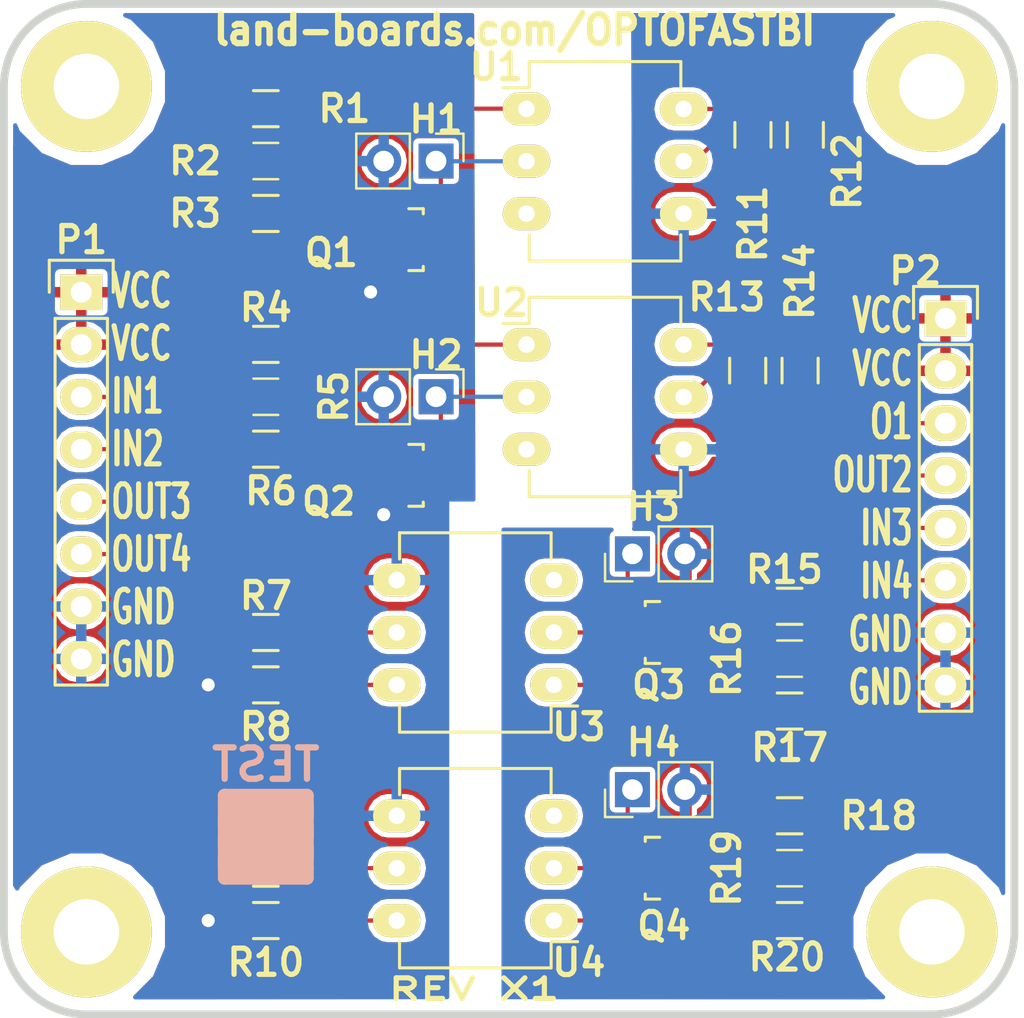
<source format=kicad_pcb>
(kicad_pcb (version 20171130) (host pcbnew "(5.0.2)-1")

  (general
    (thickness 1.6002)
    (drawings 12)
    (tracks 127)
    (zones 0)
    (modules 41)
    (nets 29)
  )

  (page A4)
  (layers
    (0 Front signal)
    (1 In1.Cu signal)
    (2 In2.Cu signal)
    (3 In3.Cu signal)
    (4 In4.Cu signal)
    (5 In5.Cu signal)
    (6 In6.Cu signal)
    (7 In7.Cu signal)
    (8 In8.Cu signal)
    (9 In9.Cu signal)
    (10 In10.Cu signal)
    (11 In11.Cu signal)
    (12 In12.Cu signal)
    (13 In13.Cu signal)
    (14 In14.Cu signal)
    (15 In15.Cu signal)
    (16 In16.Cu signal)
    (17 In17.Cu signal)
    (18 In18.Cu signal)
    (19 In19.Cu signal)
    (20 In20.Cu signal)
    (21 In21.Cu signal)
    (22 In22.Cu signal)
    (23 In23.Cu signal)
    (24 In24.Cu signal)
    (25 In25.Cu signal)
    (26 In26.Cu signal)
    (27 In27.Cu signal)
    (28 In28.Cu signal)
    (29 In29.Cu signal)
    (30 In30.Cu signal)
    (31 Back signal)
    (32 B.Adhes user)
    (33 F.Adhes user)
    (34 B.Paste user)
    (35 F.Paste user)
    (36 B.SilkS user)
    (37 F.SilkS user)
    (38 B.Mask user)
    (39 F.Mask user)
    (40 Dwgs.User user)
    (41 Cmts.User user)
    (42 Eco1.User user)
    (43 Eco2.User user)
    (44 Edge.Cuts user)
    (45 Margin user)
    (46 B.CrtYd user)
    (47 F.CrtYd user)
    (48 B.Fab user)
    (49 F.Fab user)
  )

  (setup
    (last_trace_width 0.2032)
    (user_trace_width 0.635)
    (trace_clearance 0.254)
    (zone_clearance 0.254)
    (zone_45_only no)
    (trace_min 0.2032)
    (segment_width 0.381)
    (edge_width 0.381)
    (via_size 0.889)
    (via_drill 0.635)
    (via_min_size 0.889)
    (via_min_drill 0.508)
    (uvia_size 0.508)
    (uvia_drill 0.127)
    (uvias_allowed no)
    (uvia_min_size 0.508)
    (uvia_min_drill 0.127)
    (pcb_text_width 0.3048)
    (pcb_text_size 1.524 2.032)
    (mod_edge_width 0.381)
    (mod_text_size 1.27 1.27)
    (mod_text_width 0.254)
    (pad_size 1.6764 1.6764)
    (pad_drill 0.8128)
    (pad_to_mask_clearance 0.254)
    (solder_mask_min_width 0.25)
    (aux_axis_origin 0 0)
    (visible_elements 7FFFEF3F)
    (pcbplotparams
      (layerselection 0x010f0_80000001)
      (usegerberextensions false)
      (usegerberattributes false)
      (usegerberadvancedattributes false)
      (creategerberjobfile false)
      (excludeedgelayer true)
      (linewidth 0.150000)
      (plotframeref false)
      (viasonmask false)
      (mode 1)
      (useauxorigin false)
      (hpglpennumber 1)
      (hpglpenspeed 20)
      (hpglpendiameter 15.000000)
      (psnegative false)
      (psa4output false)
      (plotreference true)
      (plotvalue false)
      (plotinvisibletext false)
      (padsonsilk false)
      (subtractmaskfromsilk false)
      (outputformat 1)
      (mirror false)
      (drillshape 0)
      (scaleselection 1)
      (outputdirectory "plots/"))
  )

  (net 0 "")
  (net 1 "Net-(Q1-Pad1)")
  (net 2 "Net-(Q2-Pad1)")
  (net 3 "Net-(Q3-Pad1)")
  (net 4 "Net-(Q4-Pad1)")
  (net 5 "Net-(R13-Pad1)")
  (net 6 "Net-(H1-Pad1)")
  (net 7 "Net-(H2-Pad1)")
  (net 8 "Net-(H3-Pad1)")
  (net 9 "Net-(H4-Pad1)")
  (net 10 "Net-(R1-Pad2)")
  (net 11 "Net-(R4-Pad2)")
  (net 12 /GNDL)
  (net 13 /GNDR)
  (net 14 /VCCL)
  (net 15 /IN1)
  (net 16 /IN2)
  (net 17 /OUT3)
  (net 18 /OUT4)
  (net 19 /VCCR)
  (net 20 /OUT1)
  (net 21 /OUT2)
  (net 22 /IN3)
  (net 23 /IN4)
  (net 24 "Net-(R8-Pad1)")
  (net 25 "Net-(R10-Pad1)")
  (net 26 "Net-(R11-Pad1)")
  (net 27 "Net-(R16-Pad2)")
  (net 28 "Net-(R19-Pad2)")

  (net_class Default "This is the default net class."
    (clearance 0.254)
    (trace_width 0.2032)
    (via_dia 0.889)
    (via_drill 0.635)
    (uvia_dia 0.508)
    (uvia_drill 0.127)
    (add_net /GNDL)
    (add_net /GNDR)
    (add_net /IN1)
    (add_net /IN2)
    (add_net /IN3)
    (add_net /IN4)
    (add_net /OUT1)
    (add_net /OUT2)
    (add_net /OUT3)
    (add_net /OUT4)
    (add_net /VCCL)
    (add_net /VCCR)
    (add_net "Net-(H1-Pad1)")
    (add_net "Net-(H2-Pad1)")
    (add_net "Net-(H3-Pad1)")
    (add_net "Net-(H4-Pad1)")
    (add_net "Net-(Q1-Pad1)")
    (add_net "Net-(Q2-Pad1)")
    (add_net "Net-(Q3-Pad1)")
    (add_net "Net-(Q4-Pad1)")
    (add_net "Net-(R1-Pad2)")
    (add_net "Net-(R10-Pad1)")
    (add_net "Net-(R11-Pad1)")
    (add_net "Net-(R13-Pad1)")
    (add_net "Net-(R16-Pad2)")
    (add_net "Net-(R19-Pad2)")
    (add_net "Net-(R4-Pad2)")
    (add_net "Net-(R8-Pad1)")
  )

  (module FIDUCIAL (layer Front) (tedit 518BF783) (tstamp 557AF8C2)
    (at 46.228 9.906)
    (path /537A5EE1)
    (fp_text reference FID1 (at 0 2.3495) (layer F.SilkS) hide
      (effects (font (size 1.27 1.27) (thickness 0.254)))
    )
    (fp_text value ADAFRUIT_FIDUCIAL (at 0.127 -2.794) (layer F.SilkS) hide
      (effects (font (size 1.016 1.016) (thickness 0.2032)))
    )
    (pad 1 smd circle (at 0 0) (size 1 1) (layers Front F.Mask)
      (solder_mask_margin 1) (clearance 1))
  )

  (module FIDUCIAL (layer Front) (tedit 518BF783) (tstamp 557AF8C7)
    (at 3.81 37.846)
    (path /537A5ED2)
    (fp_text reference FID2 (at 0 2.3495) (layer F.SilkS) hide
      (effects (font (size 1.27 1.27) (thickness 0.254)))
    )
    (fp_text value ADAFRUIT_FIDUCIAL (at 0.127 -2.794) (layer F.SilkS) hide
      (effects (font (size 1.016 1.016) (thickness 0.2032)))
    )
    (pad 1 smd circle (at 0 0) (size 1 1) (layers Front F.Mask)
      (solder_mask_margin 1) (clearance 1))
  )

  (module Resistors_SMD:R_0805_HandSoldering (layer Front) (tedit 595FB9CE) (tstamp 557B0573)
    (at 12.7 5.08)
    (descr "Resistor SMD 0805, hand soldering")
    (tags "resistor 0805")
    (path /557B9C27/557B9EB0)
    (attr smd)
    (fp_text reference R1 (at 3.81 0) (layer F.SilkS)
      (effects (font (size 1.27 1.27) (thickness 0.254)))
    )
    (fp_text value 150 (at 0 2.1) (layer F.SilkS) hide
      (effects (font (size 1 1) (thickness 0.15)))
    )
    (fp_line (start -2.4 -1) (end 2.4 -1) (layer F.CrtYd) (width 0.05))
    (fp_line (start -2.4 1) (end 2.4 1) (layer F.CrtYd) (width 0.05))
    (fp_line (start -2.4 -1) (end -2.4 1) (layer F.CrtYd) (width 0.05))
    (fp_line (start 2.4 -1) (end 2.4 1) (layer F.CrtYd) (width 0.05))
    (fp_line (start 0.6 0.875) (end -0.6 0.875) (layer F.SilkS) (width 0.15))
    (fp_line (start -0.6 -0.875) (end 0.6 -0.875) (layer F.SilkS) (width 0.15))
    (pad 1 smd rect (at -1.35 0) (size 1.5 1.3) (layers Front F.Mask)
      (net 14 /VCCL))
    (pad 2 smd rect (at 1.35 0) (size 1.5 1.3) (layers Front F.Mask)
      (net 10 "Net-(R1-Pad2)"))
    (model Resistors_SMD.3dshapes/R_0805_HandSoldering.wrl
      (at (xyz 0 0 0))
      (scale (xyz 1 1 1))
      (rotate (xyz 0 0 0))
    )
  )

  (module Resistors_SMD:R_0805_HandSoldering (layer Front) (tedit 595FBB06) (tstamp 557B057E)
    (at 38.862 6.35 90)
    (descr "Resistor SMD 0805, hand soldering")
    (tags "resistor 0805")
    (path /557B9C27/557B9F95)
    (attr smd)
    (fp_text reference R12 (at -1.778 2.032 90) (layer F.SilkS)
      (effects (font (size 1.27 1.27) (thickness 0.254)))
    )
    (fp_text value 1.2K (at 0 2.1 90) (layer F.SilkS) hide
      (effects (font (size 1 1) (thickness 0.15)))
    )
    (fp_line (start -2.4 -1) (end 2.4 -1) (layer F.CrtYd) (width 0.05))
    (fp_line (start -2.4 1) (end 2.4 1) (layer F.CrtYd) (width 0.05))
    (fp_line (start -2.4 -1) (end -2.4 1) (layer F.CrtYd) (width 0.05))
    (fp_line (start 2.4 -1) (end 2.4 1) (layer F.CrtYd) (width 0.05))
    (fp_line (start 0.6 0.875) (end -0.6 0.875) (layer F.SilkS) (width 0.15))
    (fp_line (start -0.6 -0.875) (end 0.6 -0.875) (layer F.SilkS) (width 0.15))
    (pad 1 smd rect (at -1.35 0 90) (size 1.5 1.3) (layers Front F.Mask)
      (net 20 /OUT1))
    (pad 2 smd rect (at 1.35 0 90) (size 1.5 1.3) (layers Front F.Mask)
      (net 19 /VCCR))
    (model Resistors_SMD.3dshapes/R_0805_HandSoldering.wrl
      (at (xyz 0 0 0))
      (scale (xyz 1 1 1))
      (rotate (xyz 0 0 0))
    )
  )

  (module Resistors_SMD:R_0805_HandSoldering (layer Front) (tedit 595FB9C6) (tstamp 557B0594)
    (at 12.7 16.51)
    (descr "Resistor SMD 0805, hand soldering")
    (tags "resistor 0805")
    (path /557BCF63/557B9EB0)
    (attr smd)
    (fp_text reference R4 (at 0 -1.778) (layer F.SilkS)
      (effects (font (size 1.27 1.27) (thickness 0.254)))
    )
    (fp_text value 150 (at 0 2.1) (layer F.SilkS) hide
      (effects (font (size 1 1) (thickness 0.15)))
    )
    (fp_line (start -2.4 -1) (end 2.4 -1) (layer F.CrtYd) (width 0.05))
    (fp_line (start -2.4 1) (end 2.4 1) (layer F.CrtYd) (width 0.05))
    (fp_line (start -2.4 -1) (end -2.4 1) (layer F.CrtYd) (width 0.05))
    (fp_line (start 2.4 -1) (end 2.4 1) (layer F.CrtYd) (width 0.05))
    (fp_line (start 0.6 0.875) (end -0.6 0.875) (layer F.SilkS) (width 0.15))
    (fp_line (start -0.6 -0.875) (end 0.6 -0.875) (layer F.SilkS) (width 0.15))
    (pad 1 smd rect (at -1.35 0) (size 1.5 1.3) (layers Front F.Mask)
      (net 14 /VCCL))
    (pad 2 smd rect (at 1.35 0) (size 1.5 1.3) (layers Front F.Mask)
      (net 11 "Net-(R4-Pad2)"))
    (model Resistors_SMD.3dshapes/R_0805_HandSoldering.wrl
      (at (xyz 0 0 0))
      (scale (xyz 1 1 1))
      (rotate (xyz 0 0 0))
    )
  )

  (module Resistors_SMD:R_0805_HandSoldering (layer Front) (tedit 595FBCA2) (tstamp 557B059F)
    (at 38.608 17.78 90)
    (descr "Resistor SMD 0805, hand soldering")
    (tags "resistor 0805")
    (path /557BCF63/557B9F95)
    (attr smd)
    (fp_text reference R14 (at 4.318 0 90) (layer F.SilkS)
      (effects (font (size 1.27 1.27) (thickness 0.254)))
    )
    (fp_text value 1.2K (at 0 2.1 90) (layer F.SilkS) hide
      (effects (font (size 1 1) (thickness 0.15)))
    )
    (fp_line (start -2.4 -1) (end 2.4 -1) (layer F.CrtYd) (width 0.05))
    (fp_line (start -2.4 1) (end 2.4 1) (layer F.CrtYd) (width 0.05))
    (fp_line (start -2.4 -1) (end -2.4 1) (layer F.CrtYd) (width 0.05))
    (fp_line (start 2.4 -1) (end 2.4 1) (layer F.CrtYd) (width 0.05))
    (fp_line (start 0.6 0.875) (end -0.6 0.875) (layer F.SilkS) (width 0.15))
    (fp_line (start -0.6 -0.875) (end 0.6 -0.875) (layer F.SilkS) (width 0.15))
    (pad 1 smd rect (at -1.35 0 90) (size 1.5 1.3) (layers Front F.Mask)
      (net 21 /OUT2))
    (pad 2 smd rect (at 1.35 0 90) (size 1.5 1.3) (layers Front F.Mask)
      (net 19 /VCCR))
    (model Resistors_SMD.3dshapes/R_0805_HandSoldering.wrl
      (at (xyz 0 0 0))
      (scale (xyz 1 1 1))
      (rotate (xyz 0 0 0))
    )
  )

  (module Resistors_SMD:R_0805_HandSoldering (layer Front) (tedit 595FBB81) (tstamp 557B05B5)
    (at 38.1 34.29 180)
    (descr "Resistor SMD 0805, hand soldering")
    (tags "resistor 0805")
    (path /557BD8A1/557B9EB0)
    (attr smd)
    (fp_text reference R17 (at 0 -1.778 180) (layer F.SilkS)
      (effects (font (size 1.27 1.27) (thickness 0.254)))
    )
    (fp_text value 150 (at 0 2.1 180) (layer F.SilkS) hide
      (effects (font (size 1 1) (thickness 0.15)))
    )
    (fp_line (start -2.4 -1) (end 2.4 -1) (layer F.CrtYd) (width 0.05))
    (fp_line (start -2.4 1) (end 2.4 1) (layer F.CrtYd) (width 0.05))
    (fp_line (start -2.4 -1) (end -2.4 1) (layer F.CrtYd) (width 0.05))
    (fp_line (start 2.4 -1) (end 2.4 1) (layer F.CrtYd) (width 0.05))
    (fp_line (start 0.6 0.875) (end -0.6 0.875) (layer F.SilkS) (width 0.15))
    (fp_line (start -0.6 -0.875) (end 0.6 -0.875) (layer F.SilkS) (width 0.15))
    (pad 1 smd rect (at -1.35 0 180) (size 1.5 1.3) (layers Front F.Mask)
      (net 19 /VCCR))
    (pad 2 smd rect (at 1.35 0 180) (size 1.5 1.3) (layers Front F.Mask)
      (net 27 "Net-(R16-Pad2)"))
    (model Resistors_SMD.3dshapes/R_0805_HandSoldering.wrl
      (at (xyz 0 0 0))
      (scale (xyz 1 1 1))
      (rotate (xyz 0 0 0))
    )
  )

  (module Resistors_SMD:R_0805_HandSoldering (layer Front) (tedit 595FBACB) (tstamp 557B05C0)
    (at 12.7 30.48 180)
    (descr "Resistor SMD 0805, hand soldering")
    (tags "resistor 0805")
    (path /557BD8A1/557B9F95)
    (attr smd)
    (fp_text reference R7 (at 0 1.778 180) (layer F.SilkS)
      (effects (font (size 1.27 1.27) (thickness 0.254)))
    )
    (fp_text value 1.2K (at 0 2.1 180) (layer F.SilkS) hide
      (effects (font (size 1 1) (thickness 0.15)))
    )
    (fp_line (start -2.4 -1) (end 2.4 -1) (layer F.CrtYd) (width 0.05))
    (fp_line (start -2.4 1) (end 2.4 1) (layer F.CrtYd) (width 0.05))
    (fp_line (start -2.4 -1) (end -2.4 1) (layer F.CrtYd) (width 0.05))
    (fp_line (start 2.4 -1) (end 2.4 1) (layer F.CrtYd) (width 0.05))
    (fp_line (start 0.6 0.875) (end -0.6 0.875) (layer F.SilkS) (width 0.15))
    (fp_line (start -0.6 -0.875) (end 0.6 -0.875) (layer F.SilkS) (width 0.15))
    (pad 1 smd rect (at -1.35 0 180) (size 1.5 1.3) (layers Front F.Mask)
      (net 17 /OUT3))
    (pad 2 smd rect (at 1.35 0 180) (size 1.5 1.3) (layers Front F.Mask)
      (net 14 /VCCL))
    (model Resistors_SMD.3dshapes/R_0805_HandSoldering.wrl
      (at (xyz 0 0 0))
      (scale (xyz 1 1 1))
      (rotate (xyz 0 0 0))
    )
  )

  (module Resistors_SMD:R_0805_HandSoldering (layer Front) (tedit 595FBB8D) (tstamp 557B05D6)
    (at 38.1 44.45 180)
    (descr "Resistor SMD 0805, hand soldering")
    (tags "resistor 0805")
    (path /557BD8A9/557B9EB0)
    (attr smd)
    (fp_text reference R20 (at 0.127 -1.778 180) (layer F.SilkS)
      (effects (font (size 1.27 1.27) (thickness 0.254)))
    )
    (fp_text value 150 (at 0 2.1 180) (layer F.SilkS) hide
      (effects (font (size 1 1) (thickness 0.15)))
    )
    (fp_line (start -2.4 -1) (end 2.4 -1) (layer F.CrtYd) (width 0.05))
    (fp_line (start -2.4 1) (end 2.4 1) (layer F.CrtYd) (width 0.05))
    (fp_line (start -2.4 -1) (end -2.4 1) (layer F.CrtYd) (width 0.05))
    (fp_line (start 2.4 -1) (end 2.4 1) (layer F.CrtYd) (width 0.05))
    (fp_line (start 0.6 0.875) (end -0.6 0.875) (layer F.SilkS) (width 0.15))
    (fp_line (start -0.6 -0.875) (end 0.6 -0.875) (layer F.SilkS) (width 0.15))
    (pad 1 smd rect (at -1.35 0 180) (size 1.5 1.3) (layers Front F.Mask)
      (net 19 /VCCR))
    (pad 2 smd rect (at 1.35 0 180) (size 1.5 1.3) (layers Front F.Mask)
      (net 28 "Net-(R19-Pad2)"))
    (model Resistors_SMD.3dshapes/R_0805_HandSoldering.wrl
      (at (xyz 0 0 0))
      (scale (xyz 1 1 1))
      (rotate (xyz 0 0 0))
    )
  )

  (module Resistors_SMD:R_0805_HandSoldering (layer Front) (tedit 595FBAD5) (tstamp 557B05E1)
    (at 12.7 41.91 180)
    (descr "Resistor SMD 0805, hand soldering")
    (tags "resistor 0805")
    (path /557BD8A9/557B9F95)
    (attr smd)
    (fp_text reference R9 (at 0 2.032 180) (layer F.SilkS)
      (effects (font (size 1.27 1.27) (thickness 0.254)))
    )
    (fp_text value 1.2K (at 0 2.1 180) (layer F.SilkS) hide
      (effects (font (size 1 1) (thickness 0.15)))
    )
    (fp_line (start -2.4 -1) (end 2.4 -1) (layer F.CrtYd) (width 0.05))
    (fp_line (start -2.4 1) (end 2.4 1) (layer F.CrtYd) (width 0.05))
    (fp_line (start -2.4 -1) (end -2.4 1) (layer F.CrtYd) (width 0.05))
    (fp_line (start 2.4 -1) (end 2.4 1) (layer F.CrtYd) (width 0.05))
    (fp_line (start 0.6 0.875) (end -0.6 0.875) (layer F.SilkS) (width 0.15))
    (fp_line (start -0.6 -0.875) (end 0.6 -0.875) (layer F.SilkS) (width 0.15))
    (pad 1 smd rect (at -1.35 0 180) (size 1.5 1.3) (layers Front F.Mask)
      (net 18 /OUT4))
    (pad 2 smd rect (at 1.35 0 180) (size 1.5 1.3) (layers Front F.Mask)
      (net 14 /VCCL))
    (model Resistors_SMD.3dshapes/R_0805_HandSoldering.wrl
      (at (xyz 0 0 0))
      (scale (xyz 1 1 1))
      (rotate (xyz 0 0 0))
    )
  )

  (module Housings_DIP:DIP-6_W7.62mm_LongPads (layer Front) (tedit 59385D8B) (tstamp 557B0684)
    (at 25.34 5.09)
    (descr "6-lead dip package, row spacing 7.62 mm (300 mils), longer pads")
    (tags "dil dip 2.54 300")
    (path /557B9C27/557B9EA9)
    (fp_text reference U1 (at -1.464 -2.042) (layer F.SilkS)
      (effects (font (size 1.27 1.27) (thickness 0.254)))
    )
    (fp_text value 4N26 (at 0 -3.72) (layer F.SilkS) hide
      (effects (font (size 1 1) (thickness 0.15)))
    )
    (fp_line (start -1.4 -2.45) (end -1.4 7.55) (layer F.CrtYd) (width 0.05))
    (fp_line (start 9 -2.45) (end 9 7.55) (layer F.CrtYd) (width 0.05))
    (fp_line (start -1.4 -2.45) (end 9 -2.45) (layer F.CrtYd) (width 0.05))
    (fp_line (start -1.4 7.55) (end 9 7.55) (layer F.CrtYd) (width 0.05))
    (fp_line (start 0.135 -2.295) (end 0.135 -1.025) (layer F.SilkS) (width 0.15))
    (fp_line (start 7.485 -2.295) (end 7.485 -1.025) (layer F.SilkS) (width 0.15))
    (fp_line (start 7.485 7.375) (end 7.485 6.105) (layer F.SilkS) (width 0.15))
    (fp_line (start 0.135 7.375) (end 0.135 6.105) (layer F.SilkS) (width 0.15))
    (fp_line (start 0.135 -2.295) (end 7.485 -2.295) (layer F.SilkS) (width 0.15))
    (fp_line (start 0.135 7.375) (end 7.485 7.375) (layer F.SilkS) (width 0.15))
    (fp_line (start 0.135 -1.025) (end -1.15 -1.025) (layer F.SilkS) (width 0.15))
    (pad 1 thru_hole oval (at 0 0) (size 2.3 1.6) (drill 0.8) (layers *.Cu *.Mask F.SilkS)
      (net 10 "Net-(R1-Pad2)"))
    (pad 2 thru_hole oval (at 0 2.54) (size 2.3 1.6) (drill 0.8) (layers *.Cu *.Mask F.SilkS)
      (net 6 "Net-(H1-Pad1)"))
    (pad 3 thru_hole oval (at 0 5.08) (size 2.3 1.6) (drill 0.8) (layers *.Cu *.Mask F.SilkS))
    (pad 4 thru_hole oval (at 7.62 5.08) (size 2.3 1.6) (drill 0.8) (layers *.Cu *.Mask F.SilkS)
      (net 13 /GNDR))
    (pad 5 thru_hole oval (at 7.62 2.54) (size 2.3 1.6) (drill 0.8) (layers *.Cu *.Mask F.SilkS)
      (net 20 /OUT1))
    (pad 6 thru_hole oval (at 7.62 0) (size 2.3 1.6) (drill 0.8) (layers *.Cu *.Mask F.SilkS)
      (net 26 "Net-(R11-Pad1)"))
    (model Housings_DIP.3dshapes/DIP-6_W7.62mm_LongPads.wrl
      (at (xyz 0 0 0))
      (scale (xyz 1 1 1))
      (rotate (xyz 0 0 0))
    )
  )

  (module Housings_DIP:DIP-6_W7.62mm_LongPads (layer Front) (tedit 59385D90) (tstamp 557B0699)
    (at 25.34 16.52)
    (descr "6-lead dip package, row spacing 7.62 mm (300 mils), longer pads")
    (tags "dil dip 2.54 300")
    (path /557BCF63/557B9EA9)
    (fp_text reference U2 (at -1.21 -2.042) (layer F.SilkS)
      (effects (font (size 1.27 1.27) (thickness 0.254)))
    )
    (fp_text value 4N26 (at 0 -3.72) (layer F.SilkS) hide
      (effects (font (size 1 1) (thickness 0.15)))
    )
    (fp_line (start -1.4 -2.45) (end -1.4 7.55) (layer F.CrtYd) (width 0.05))
    (fp_line (start 9 -2.45) (end 9 7.55) (layer F.CrtYd) (width 0.05))
    (fp_line (start -1.4 -2.45) (end 9 -2.45) (layer F.CrtYd) (width 0.05))
    (fp_line (start -1.4 7.55) (end 9 7.55) (layer F.CrtYd) (width 0.05))
    (fp_line (start 0.135 -2.295) (end 0.135 -1.025) (layer F.SilkS) (width 0.15))
    (fp_line (start 7.485 -2.295) (end 7.485 -1.025) (layer F.SilkS) (width 0.15))
    (fp_line (start 7.485 7.375) (end 7.485 6.105) (layer F.SilkS) (width 0.15))
    (fp_line (start 0.135 7.375) (end 0.135 6.105) (layer F.SilkS) (width 0.15))
    (fp_line (start 0.135 -2.295) (end 7.485 -2.295) (layer F.SilkS) (width 0.15))
    (fp_line (start 0.135 7.375) (end 7.485 7.375) (layer F.SilkS) (width 0.15))
    (fp_line (start 0.135 -1.025) (end -1.15 -1.025) (layer F.SilkS) (width 0.15))
    (pad 1 thru_hole oval (at 0 0) (size 2.3 1.6) (drill 0.8) (layers *.Cu *.Mask F.SilkS)
      (net 11 "Net-(R4-Pad2)"))
    (pad 2 thru_hole oval (at 0 2.54) (size 2.3 1.6) (drill 0.8) (layers *.Cu *.Mask F.SilkS)
      (net 7 "Net-(H2-Pad1)"))
    (pad 3 thru_hole oval (at 0 5.08) (size 2.3 1.6) (drill 0.8) (layers *.Cu *.Mask F.SilkS))
    (pad 4 thru_hole oval (at 7.62 5.08) (size 2.3 1.6) (drill 0.8) (layers *.Cu *.Mask F.SilkS)
      (net 13 /GNDR))
    (pad 5 thru_hole oval (at 7.62 2.54) (size 2.3 1.6) (drill 0.8) (layers *.Cu *.Mask F.SilkS)
      (net 21 /OUT2))
    (pad 6 thru_hole oval (at 7.62 0) (size 2.3 1.6) (drill 0.8) (layers *.Cu *.Mask F.SilkS)
      (net 5 "Net-(R13-Pad1)"))
    (model Housings_DIP.3dshapes/DIP-6_W7.62mm_LongPads.wrl
      (at (xyz 0 0 0))
      (scale (xyz 1 1 1))
      (rotate (xyz 0 0 0))
    )
  )

  (module Housings_DIP:DIP-6_W7.62mm_LongPads (layer Front) (tedit 59385D94) (tstamp 557B06AE)
    (at 26.67 33.02 180)
    (descr "6-lead dip package, row spacing 7.62 mm (300 mils), longer pads")
    (tags "dil dip 2.54 300")
    (path /557BD8A1/557B9EA9)
    (fp_text reference U3 (at -1.21 -2.042 180) (layer F.SilkS)
      (effects (font (size 1.27 1.27) (thickness 0.254)))
    )
    (fp_text value 4N26 (at 0 -3.72 180) (layer F.SilkS) hide
      (effects (font (size 1 1) (thickness 0.15)))
    )
    (fp_line (start -1.4 -2.45) (end -1.4 7.55) (layer F.CrtYd) (width 0.05))
    (fp_line (start 9 -2.45) (end 9 7.55) (layer F.CrtYd) (width 0.05))
    (fp_line (start -1.4 -2.45) (end 9 -2.45) (layer F.CrtYd) (width 0.05))
    (fp_line (start -1.4 7.55) (end 9 7.55) (layer F.CrtYd) (width 0.05))
    (fp_line (start 0.135 -2.295) (end 0.135 -1.025) (layer F.SilkS) (width 0.15))
    (fp_line (start 7.485 -2.295) (end 7.485 -1.025) (layer F.SilkS) (width 0.15))
    (fp_line (start 7.485 7.375) (end 7.485 6.105) (layer F.SilkS) (width 0.15))
    (fp_line (start 0.135 7.375) (end 0.135 6.105) (layer F.SilkS) (width 0.15))
    (fp_line (start 0.135 -2.295) (end 7.485 -2.295) (layer F.SilkS) (width 0.15))
    (fp_line (start 0.135 7.375) (end 7.485 7.375) (layer F.SilkS) (width 0.15))
    (fp_line (start 0.135 -1.025) (end -1.15 -1.025) (layer F.SilkS) (width 0.15))
    (pad 1 thru_hole oval (at 0 0 180) (size 2.3 1.6) (drill 0.8) (layers *.Cu *.Mask F.SilkS)
      (net 27 "Net-(R16-Pad2)"))
    (pad 2 thru_hole oval (at 0 2.54 180) (size 2.3 1.6) (drill 0.8) (layers *.Cu *.Mask F.SilkS)
      (net 8 "Net-(H3-Pad1)"))
    (pad 3 thru_hole oval (at 0 5.08 180) (size 2.3 1.6) (drill 0.8) (layers *.Cu *.Mask F.SilkS))
    (pad 4 thru_hole oval (at 7.62 5.08 180) (size 2.3 1.6) (drill 0.8) (layers *.Cu *.Mask F.SilkS)
      (net 12 /GNDL))
    (pad 5 thru_hole oval (at 7.62 2.54 180) (size 2.3 1.6) (drill 0.8) (layers *.Cu *.Mask F.SilkS)
      (net 17 /OUT3))
    (pad 6 thru_hole oval (at 7.62 0 180) (size 2.3 1.6) (drill 0.8) (layers *.Cu *.Mask F.SilkS)
      (net 24 "Net-(R8-Pad1)"))
    (model Housings_DIP.3dshapes/DIP-6_W7.62mm_LongPads.wrl
      (at (xyz 0 0 0))
      (scale (xyz 1 1 1))
      (rotate (xyz 0 0 0))
    )
  )

  (module Housings_DIP:DIP-6_W7.62mm_LongPads (layer Front) (tedit 59385D97) (tstamp 557B06C3)
    (at 26.67 44.45 180)
    (descr "6-lead dip package, row spacing 7.62 mm (300 mils), longer pads")
    (tags "dil dip 2.54 300")
    (path /557BD8A9/557B9EA9)
    (fp_text reference U4 (at -1.21 -2.042 180) (layer F.SilkS)
      (effects (font (size 1.27 1.27) (thickness 0.254)))
    )
    (fp_text value 4N26 (at 0 -3.72 180) (layer F.SilkS) hide
      (effects (font (size 1 1) (thickness 0.15)))
    )
    (fp_line (start -1.4 -2.45) (end -1.4 7.55) (layer F.CrtYd) (width 0.05))
    (fp_line (start 9 -2.45) (end 9 7.55) (layer F.CrtYd) (width 0.05))
    (fp_line (start -1.4 -2.45) (end 9 -2.45) (layer F.CrtYd) (width 0.05))
    (fp_line (start -1.4 7.55) (end 9 7.55) (layer F.CrtYd) (width 0.05))
    (fp_line (start 0.135 -2.295) (end 0.135 -1.025) (layer F.SilkS) (width 0.15))
    (fp_line (start 7.485 -2.295) (end 7.485 -1.025) (layer F.SilkS) (width 0.15))
    (fp_line (start 7.485 7.375) (end 7.485 6.105) (layer F.SilkS) (width 0.15))
    (fp_line (start 0.135 7.375) (end 0.135 6.105) (layer F.SilkS) (width 0.15))
    (fp_line (start 0.135 -2.295) (end 7.485 -2.295) (layer F.SilkS) (width 0.15))
    (fp_line (start 0.135 7.375) (end 7.485 7.375) (layer F.SilkS) (width 0.15))
    (fp_line (start 0.135 -1.025) (end -1.15 -1.025) (layer F.SilkS) (width 0.15))
    (pad 1 thru_hole oval (at 0 0 180) (size 2.3 1.6) (drill 0.8) (layers *.Cu *.Mask F.SilkS)
      (net 28 "Net-(R19-Pad2)"))
    (pad 2 thru_hole oval (at 0 2.54 180) (size 2.3 1.6) (drill 0.8) (layers *.Cu *.Mask F.SilkS)
      (net 9 "Net-(H4-Pad1)"))
    (pad 3 thru_hole oval (at 0 5.08 180) (size 2.3 1.6) (drill 0.8) (layers *.Cu *.Mask F.SilkS))
    (pad 4 thru_hole oval (at 7.62 5.08 180) (size 2.3 1.6) (drill 0.8) (layers *.Cu *.Mask F.SilkS)
      (net 12 /GNDL))
    (pad 5 thru_hole oval (at 7.62 2.54 180) (size 2.3 1.6) (drill 0.8) (layers *.Cu *.Mask F.SilkS)
      (net 18 /OUT4))
    (pad 6 thru_hole oval (at 7.62 0 180) (size 2.3 1.6) (drill 0.8) (layers *.Cu *.Mask F.SilkS)
      (net 25 "Net-(R10-Pad1)"))
    (model Housings_DIP.3dshapes/DIP-6_W7.62mm_LongPads.wrl
      (at (xyz 0 0 0))
      (scale (xyz 1 1 1))
      (rotate (xyz 0 0 0))
    )
  )

  (module Housings_SOT-23_SOT-143_TSOT-6:SOT-23_Handsoldering (layer Front) (tedit 59393A77) (tstamp 557B07F4)
    (at 19.685 11.43 270)
    (descr "SOT-23, Handsoldering")
    (tags SOT-23)
    (path /557B9C27/557F6DD0)
    (attr smd)
    (fp_text reference Q1 (at 0.635 3.81) (layer F.SilkS)
      (effects (font (size 1.27 1.27) (thickness 0.254)))
    )
    (fp_text value "DNP(2N3904)" (at 0 3.81 270) (layer F.SilkS) hide
      (effects (font (size 1 1) (thickness 0.15)))
    )
    (fp_line (start -1.49982 0.0508) (end -1.49982 -0.65024) (layer F.SilkS) (width 0.15))
    (fp_line (start -1.49982 -0.65024) (end -1.2509 -0.65024) (layer F.SilkS) (width 0.15))
    (fp_line (start 1.29916 -0.65024) (end 1.49982 -0.65024) (layer F.SilkS) (width 0.15))
    (fp_line (start 1.49982 -0.65024) (end 1.49982 0.0508) (layer F.SilkS) (width 0.15))
    (pad 1 smd rect (at -0.95 1.50114 270) (size 0.8001 1.80086) (layers Front F.Mask)
      (net 1 "Net-(Q1-Pad1)"))
    (pad 2 smd rect (at 0.95 1.50114 270) (size 0.8001 1.80086) (layers Front F.Mask)
      (net 12 /GNDL))
    (pad 3 smd rect (at 0 -1.50114 270) (size 0.8001 1.80086) (layers Front F.Mask)
      (net 6 "Net-(H1-Pad1)"))
    (model Housings_SOT-23_SOT-143_TSOT-6.3dshapes/SOT-23_Handsoldering.wrl
      (at (xyz 0 0 0))
      (scale (xyz 1 1 1))
      (rotate (xyz 0 0 0))
    )
  )

  (module Housings_SOT-23_SOT-143_TSOT-6:SOT-23_Handsoldering (layer Front) (tedit 595FB9D3) (tstamp 557B07FE)
    (at 19.685 22.86 270)
    (descr "SOT-23, Handsoldering")
    (tags SOT-23)
    (path /557BCF63/557F6DD0)
    (attr smd)
    (fp_text reference Q2 (at 1.27 3.937) (layer F.SilkS)
      (effects (font (size 1.27 1.27) (thickness 0.254)))
    )
    (fp_text value "DNP(2N3904)" (at 0 3.81 270) (layer F.SilkS) hide
      (effects (font (size 1 1) (thickness 0.15)))
    )
    (fp_line (start -1.49982 0.0508) (end -1.49982 -0.65024) (layer F.SilkS) (width 0.15))
    (fp_line (start -1.49982 -0.65024) (end -1.2509 -0.65024) (layer F.SilkS) (width 0.15))
    (fp_line (start 1.29916 -0.65024) (end 1.49982 -0.65024) (layer F.SilkS) (width 0.15))
    (fp_line (start 1.49982 -0.65024) (end 1.49982 0.0508) (layer F.SilkS) (width 0.15))
    (pad 1 smd rect (at -0.95 1.50114 270) (size 0.8001 1.80086) (layers Front F.Mask)
      (net 2 "Net-(Q2-Pad1)"))
    (pad 2 smd rect (at 0.95 1.50114 270) (size 0.8001 1.80086) (layers Front F.Mask)
      (net 12 /GNDL))
    (pad 3 smd rect (at 0 -1.50114 270) (size 0.8001 1.80086) (layers Front F.Mask)
      (net 7 "Net-(H2-Pad1)"))
    (model Housings_SOT-23_SOT-143_TSOT-6.3dshapes/SOT-23_Handsoldering.wrl
      (at (xyz 0 0 0))
      (scale (xyz 1 1 1))
      (rotate (xyz 0 0 0))
    )
  )

  (module Housings_SOT-23_SOT-143_TSOT-6:SOT-23_Handsoldering (layer Front) (tedit 595E9216) (tstamp 557B0808)
    (at 31.75 30.48 90)
    (descr "SOT-23, Handsoldering")
    (tags SOT-23)
    (path /557BD8A1/557F6DD0)
    (attr smd)
    (fp_text reference Q3 (at -2.54 0 180) (layer F.SilkS)
      (effects (font (size 1.27 1.27) (thickness 0.254)))
    )
    (fp_text value "DNP(2N3904)" (at 0 3.81 90) (layer F.SilkS) hide
      (effects (font (size 1 1) (thickness 0.15)))
    )
    (fp_line (start -1.49982 0.0508) (end -1.49982 -0.65024) (layer F.SilkS) (width 0.15))
    (fp_line (start -1.49982 -0.65024) (end -1.2509 -0.65024) (layer F.SilkS) (width 0.15))
    (fp_line (start 1.29916 -0.65024) (end 1.49982 -0.65024) (layer F.SilkS) (width 0.15))
    (fp_line (start 1.49982 -0.65024) (end 1.49982 0.0508) (layer F.SilkS) (width 0.15))
    (pad 1 smd rect (at -0.95 1.50114 90) (size 0.8001 1.80086) (layers Front F.Mask)
      (net 3 "Net-(Q3-Pad1)"))
    (pad 2 smd rect (at 0.95 1.50114 90) (size 0.8001 1.80086) (layers Front F.Mask)
      (net 13 /GNDR))
    (pad 3 smd rect (at 0 -1.50114 90) (size 0.8001 1.80086) (layers Front F.Mask)
      (net 8 "Net-(H3-Pad1)"))
    (model Housings_SOT-23_SOT-143_TSOT-6.3dshapes/SOT-23_Handsoldering.wrl
      (at (xyz 0 0 0))
      (scale (xyz 1 1 1))
      (rotate (xyz 0 0 0))
    )
  )

  (module Housings_SOT-23_SOT-143_TSOT-6:SOT-23_Handsoldering (layer Front) (tedit 595FBA00) (tstamp 557B0812)
    (at 31.75 41.91 90)
    (descr "SOT-23, Handsoldering")
    (tags SOT-23)
    (path /557BD8A9/557F6DD0)
    (attr smd)
    (fp_text reference Q4 (at -2.794 0.254 180) (layer F.SilkS)
      (effects (font (size 1.27 1.27) (thickness 0.254)))
    )
    (fp_text value "DNP(2N3904)" (at 0 3.81 90) (layer F.SilkS) hide
      (effects (font (size 1 1) (thickness 0.15)))
    )
    (fp_line (start -1.49982 0.0508) (end -1.49982 -0.65024) (layer F.SilkS) (width 0.15))
    (fp_line (start -1.49982 -0.65024) (end -1.2509 -0.65024) (layer F.SilkS) (width 0.15))
    (fp_line (start 1.29916 -0.65024) (end 1.49982 -0.65024) (layer F.SilkS) (width 0.15))
    (fp_line (start 1.49982 -0.65024) (end 1.49982 0.0508) (layer F.SilkS) (width 0.15))
    (pad 1 smd rect (at -0.95 1.50114 90) (size 0.8001 1.80086) (layers Front F.Mask)
      (net 4 "Net-(Q4-Pad1)"))
    (pad 2 smd rect (at 0.95 1.50114 90) (size 0.8001 1.80086) (layers Front F.Mask)
      (net 13 /GNDR))
    (pad 3 smd rect (at 0 -1.50114 90) (size 0.8001 1.80086) (layers Front F.Mask)
      (net 9 "Net-(H4-Pad1)"))
    (model Housings_SOT-23_SOT-143_TSOT-6.3dshapes/SOT-23_Handsoldering.wrl
      (at (xyz 0 0 0))
      (scale (xyz 1 1 1))
      (rotate (xyz 0 0 0))
    )
  )

  (module Pin_Headers:Pin_Header_Straight_1x08 (layer Front) (tedit 557B0A32) (tstamp 557B0B22)
    (at 3.75 13.98)
    (descr "Through hole pin header")
    (tags "pin header")
    (path /557EBB19)
    (fp_text reference P1 (at 0 -2.54) (layer F.SilkS)
      (effects (font (size 1.27 1.27) (thickness 0.254)))
    )
    (fp_text value CONN_01X08 (at 0 -3.1) (layer F.SilkS) hide
      (effects (font (size 1 1) (thickness 0.15)))
    )
    (fp_line (start -1.75 -1.75) (end -1.75 19.55) (layer F.CrtYd) (width 0.05))
    (fp_line (start 1.75 -1.75) (end 1.75 19.55) (layer F.CrtYd) (width 0.05))
    (fp_line (start -1.75 -1.75) (end 1.75 -1.75) (layer F.CrtYd) (width 0.05))
    (fp_line (start -1.75 19.55) (end 1.75 19.55) (layer F.CrtYd) (width 0.05))
    (fp_line (start 1.27 1.27) (end 1.27 19.05) (layer F.SilkS) (width 0.15))
    (fp_line (start 1.27 19.05) (end -1.27 19.05) (layer F.SilkS) (width 0.15))
    (fp_line (start -1.27 19.05) (end -1.27 1.27) (layer F.SilkS) (width 0.15))
    (fp_line (start 1.55 -1.55) (end 1.55 0) (layer F.SilkS) (width 0.15))
    (fp_line (start 1.27 1.27) (end -1.27 1.27) (layer F.SilkS) (width 0.15))
    (fp_line (start -1.55 0) (end -1.55 -1.55) (layer F.SilkS) (width 0.15))
    (fp_line (start -1.55 -1.55) (end 1.55 -1.55) (layer F.SilkS) (width 0.15))
    (pad 1 thru_hole rect (at 0 0) (size 2.032 1.7272) (drill 1.016) (layers *.Cu *.Mask F.SilkS)
      (net 14 /VCCL))
    (pad 2 thru_hole oval (at 0 2.54) (size 2.032 1.7272) (drill 1.016) (layers *.Cu *.Mask F.SilkS)
      (net 14 /VCCL))
    (pad 3 thru_hole oval (at 0 5.08) (size 2.032 1.7272) (drill 1.016) (layers *.Cu *.Mask F.SilkS)
      (net 15 /IN1))
    (pad 4 thru_hole oval (at 0 7.62) (size 2.032 1.7272) (drill 1.016) (layers *.Cu *.Mask F.SilkS)
      (net 16 /IN2))
    (pad 5 thru_hole oval (at 0 10.16) (size 2.032 1.7272) (drill 1.016) (layers *.Cu *.Mask F.SilkS)
      (net 17 /OUT3))
    (pad 6 thru_hole oval (at 0 12.7) (size 2.032 1.7272) (drill 1.016) (layers *.Cu *.Mask F.SilkS)
      (net 18 /OUT4))
    (pad 7 thru_hole oval (at 0 15.24) (size 2.032 1.7272) (drill 1.016) (layers *.Cu *.Mask F.SilkS)
      (net 12 /GNDL))
    (pad 8 thru_hole oval (at 0 17.78) (size 2.032 1.7272) (drill 1.016) (layers *.Cu *.Mask F.SilkS)
      (net 12 /GNDL))
    (model Pin_Headers.3dshapes/Pin_Header_Straight_1x08.wrl
      (offset (xyz 0 -8.889999866485596 0))
      (scale (xyz 1 1 1))
      (rotate (xyz 0 0 90))
    )
  )

  (module Pin_Headers:Pin_Header_Straight_1x08 (layer Front) (tedit 58580C25) (tstamp 557B0B38)
    (at 45.66 15.25)
    (descr "Through hole pin header")
    (tags "pin header")
    (path /557EC371)
    (fp_text reference P2 (at -1.464 -2.296) (layer F.SilkS)
      (effects (font (size 1.27 1.27) (thickness 0.254)))
    )
    (fp_text value CONN_01X08 (at 0 -3.1) (layer F.SilkS) hide
      (effects (font (size 1 1) (thickness 0.15)))
    )
    (fp_line (start -1.75 -1.75) (end -1.75 19.55) (layer F.CrtYd) (width 0.05))
    (fp_line (start 1.75 -1.75) (end 1.75 19.55) (layer F.CrtYd) (width 0.05))
    (fp_line (start -1.75 -1.75) (end 1.75 -1.75) (layer F.CrtYd) (width 0.05))
    (fp_line (start -1.75 19.55) (end 1.75 19.55) (layer F.CrtYd) (width 0.05))
    (fp_line (start 1.27 1.27) (end 1.27 19.05) (layer F.SilkS) (width 0.15))
    (fp_line (start 1.27 19.05) (end -1.27 19.05) (layer F.SilkS) (width 0.15))
    (fp_line (start -1.27 19.05) (end -1.27 1.27) (layer F.SilkS) (width 0.15))
    (fp_line (start 1.55 -1.55) (end 1.55 0) (layer F.SilkS) (width 0.15))
    (fp_line (start 1.27 1.27) (end -1.27 1.27) (layer F.SilkS) (width 0.15))
    (fp_line (start -1.55 0) (end -1.55 -1.55) (layer F.SilkS) (width 0.15))
    (fp_line (start -1.55 -1.55) (end 1.55 -1.55) (layer F.SilkS) (width 0.15))
    (pad 1 thru_hole rect (at 0 0) (size 2.032 1.7272) (drill 1.016) (layers *.Cu *.Mask F.SilkS)
      (net 19 /VCCR))
    (pad 2 thru_hole oval (at 0 2.54) (size 2.032 1.7272) (drill 1.016) (layers *.Cu *.Mask F.SilkS)
      (net 19 /VCCR))
    (pad 3 thru_hole oval (at 0 5.08) (size 2.032 1.7272) (drill 1.016) (layers *.Cu *.Mask F.SilkS)
      (net 20 /OUT1))
    (pad 4 thru_hole oval (at 0 7.62) (size 2.032 1.7272) (drill 1.016) (layers *.Cu *.Mask F.SilkS)
      (net 21 /OUT2))
    (pad 5 thru_hole oval (at 0 10.16) (size 2.032 1.7272) (drill 1.016) (layers *.Cu *.Mask F.SilkS)
      (net 22 /IN3))
    (pad 6 thru_hole oval (at 0 12.7) (size 2.032 1.7272) (drill 1.016) (layers *.Cu *.Mask F.SilkS)
      (net 23 /IN4))
    (pad 7 thru_hole oval (at 0 15.24) (size 2.032 1.7272) (drill 1.016) (layers *.Cu *.Mask F.SilkS)
      (net 13 /GNDR))
    (pad 8 thru_hole oval (at 0 17.78) (size 2.032 1.7272) (drill 1.016) (layers *.Cu *.Mask F.SilkS)
      (net 13 /GNDR))
    (model Pin_Headers.3dshapes/Pin_Header_Straight_1x08.wrl
      (offset (xyz 0 -8.889999866485596 0))
      (scale (xyz 1 1 1))
      (rotate (xyz 0 0 90))
    )
  )

  (module MTG-4-40 (layer Front) (tedit 53F3AE25) (tstamp 557B0E94)
    (at 4 4)
    (path /537A5CA4)
    (clearance 0.635)
    (fp_text reference MTG1 (at -6.858 -0.635) (layer F.SilkS) hide
      (effects (font (size 1.27 1.27) (thickness 0.254)))
    )
    (fp_text value MTG_HOLE (at 0 -5.08) (layer F.SilkS) hide
      (effects (font (size 1.524 1.524) (thickness 0.3048)))
    )
    (pad 1 thru_hole circle (at 0 0) (size 6.35 6.35) (drill 3.175) (layers *.Cu *.Mask F.SilkS))
  )

  (module MTG-4-40 (layer Front) (tedit 53F3AE25) (tstamp 557B0E98)
    (at 45 4)
    (path /538F7580)
    (clearance 0.635)
    (fp_text reference MTG3 (at -6.858 -0.635) (layer F.SilkS) hide
      (effects (font (size 1.27 1.27) (thickness 0.254)))
    )
    (fp_text value MTG_HOLE (at 0 -5.08) (layer F.SilkS) hide
      (effects (font (size 1.524 1.524) (thickness 0.3048)))
    )
    (pad 1 thru_hole circle (at 0 0) (size 6.35 6.35) (drill 3.175) (layers *.Cu *.Mask F.SilkS))
  )

  (module MTG-4-40 (layer Front) (tedit 53F3AE25) (tstamp 557B0E9C)
    (at 4 45)
    (path /538F757A)
    (clearance 0.635)
    (fp_text reference MTG2 (at -6.858 -0.635) (layer F.SilkS) hide
      (effects (font (size 1.27 1.27) (thickness 0.254)))
    )
    (fp_text value MTG_HOLE (at 0 -5.08) (layer F.SilkS) hide
      (effects (font (size 1.524 1.524) (thickness 0.3048)))
    )
    (pad 1 thru_hole circle (at 0 0) (size 6.35 6.35) (drill 3.175) (layers *.Cu *.Mask F.SilkS))
  )

  (module MTG-4-40 (layer Front) (tedit 53F3AE25) (tstamp 557B0EA0)
    (at 45 45)
    (path /538F7586)
    (clearance 0.635)
    (fp_text reference MTG4 (at -6.858 -0.635) (layer F.SilkS) hide
      (effects (font (size 1.27 1.27) (thickness 0.254)))
    )
    (fp_text value MTG_HOLE (at 0 -5.08) (layer F.SilkS) hide
      (effects (font (size 1.524 1.524) (thickness 0.3048)))
    )
    (pad 1 thru_hole circle (at 0 0) (size 6.35 6.35) (drill 3.175) (layers *.Cu *.Mask F.SilkS))
  )

  (module Resistors_SMD:R_0805_HandSoldering (layer Front) (tedit 595FBAE0) (tstamp 5857E9F8)
    (at 36.322 6.35 270)
    (descr "Resistor SMD 0805, hand soldering")
    (tags "resistor 0805")
    (path /557B9C27/5857EB60)
    (attr smd)
    (fp_text reference R11 (at 4.318 0 270) (layer F.SilkS)
      (effects (font (size 1.27 1.27) (thickness 0.254)))
    )
    (fp_text value 20K (at 0 2.1 270) (layer F.SilkS) hide
      (effects (font (size 1 1) (thickness 0.15)))
    )
    (fp_line (start -1 0.625) (end -1 -0.625) (layer F.Fab) (width 0.1))
    (fp_line (start 1 0.625) (end -1 0.625) (layer F.Fab) (width 0.1))
    (fp_line (start 1 -0.625) (end 1 0.625) (layer F.Fab) (width 0.1))
    (fp_line (start -1 -0.625) (end 1 -0.625) (layer F.Fab) (width 0.1))
    (fp_line (start -2.4 -1) (end 2.4 -1) (layer F.CrtYd) (width 0.05))
    (fp_line (start -2.4 1) (end 2.4 1) (layer F.CrtYd) (width 0.05))
    (fp_line (start -2.4 -1) (end -2.4 1) (layer F.CrtYd) (width 0.05))
    (fp_line (start 2.4 -1) (end 2.4 1) (layer F.CrtYd) (width 0.05))
    (fp_line (start 0.6 0.875) (end -0.6 0.875) (layer F.SilkS) (width 0.15))
    (fp_line (start -0.6 -0.875) (end 0.6 -0.875) (layer F.SilkS) (width 0.15))
    (pad 1 smd rect (at -1.35 0 270) (size 1.5 1.3) (layers Front F.Mask)
      (net 26 "Net-(R11-Pad1)"))
    (pad 2 smd rect (at 1.35 0 270) (size 1.5 1.3) (layers Front F.Mask)
      (net 13 /GNDR))
    (model Resistors_SMD.3dshapes/R_0805_HandSoldering.wrl
      (at (xyz 0 0 0))
      (scale (xyz 1 1 1))
      (rotate (xyz 0 0 0))
    )
  )

  (module Resistors_SMD:R_0805_HandSoldering (layer Front) (tedit 595FBC91) (tstamp 5857EA08)
    (at 36.068 17.78 270)
    (descr "Resistor SMD 0805, hand soldering")
    (tags "resistor 0805")
    (path /557BCF63/5857EB60)
    (attr smd)
    (fp_text reference R13 (at -3.556 1.016) (layer F.SilkS)
      (effects (font (size 1.27 1.27) (thickness 0.254)))
    )
    (fp_text value 20K (at 0 2.1 270) (layer F.SilkS) hide
      (effects (font (size 1 1) (thickness 0.15)))
    )
    (fp_line (start -1 0.625) (end -1 -0.625) (layer F.Fab) (width 0.1))
    (fp_line (start 1 0.625) (end -1 0.625) (layer F.Fab) (width 0.1))
    (fp_line (start 1 -0.625) (end 1 0.625) (layer F.Fab) (width 0.1))
    (fp_line (start -1 -0.625) (end 1 -0.625) (layer F.Fab) (width 0.1))
    (fp_line (start -2.4 -1) (end 2.4 -1) (layer F.CrtYd) (width 0.05))
    (fp_line (start -2.4 1) (end 2.4 1) (layer F.CrtYd) (width 0.05))
    (fp_line (start -2.4 -1) (end -2.4 1) (layer F.CrtYd) (width 0.05))
    (fp_line (start 2.4 -1) (end 2.4 1) (layer F.CrtYd) (width 0.05))
    (fp_line (start 0.6 0.875) (end -0.6 0.875) (layer F.SilkS) (width 0.15))
    (fp_line (start -0.6 -0.875) (end 0.6 -0.875) (layer F.SilkS) (width 0.15))
    (pad 1 smd rect (at -1.35 0 270) (size 1.5 1.3) (layers Front F.Mask)
      (net 5 "Net-(R13-Pad1)"))
    (pad 2 smd rect (at 1.35 0 270) (size 1.5 1.3) (layers Front F.Mask)
      (net 13 /GNDR))
    (model Resistors_SMD.3dshapes/R_0805_HandSoldering.wrl
      (at (xyz 0 0 0))
      (scale (xyz 1 1 1))
      (rotate (xyz 0 0 0))
    )
  )

  (module Resistors_SMD:R_0805_HandSoldering (layer Front) (tedit 595FBACF) (tstamp 5857EA18)
    (at 12.7 33.02 180)
    (descr "Resistor SMD 0805, hand soldering")
    (tags "resistor 0805")
    (path /557BD8A1/5857EB60)
    (attr smd)
    (fp_text reference R8 (at 0 -2.032 180) (layer F.SilkS)
      (effects (font (size 1.27 1.27) (thickness 0.254)))
    )
    (fp_text value 20K (at 0 2.1 180) (layer F.SilkS) hide
      (effects (font (size 1 1) (thickness 0.15)))
    )
    (fp_line (start -1 0.625) (end -1 -0.625) (layer F.Fab) (width 0.1))
    (fp_line (start 1 0.625) (end -1 0.625) (layer F.Fab) (width 0.1))
    (fp_line (start 1 -0.625) (end 1 0.625) (layer F.Fab) (width 0.1))
    (fp_line (start -1 -0.625) (end 1 -0.625) (layer F.Fab) (width 0.1))
    (fp_line (start -2.4 -1) (end 2.4 -1) (layer F.CrtYd) (width 0.05))
    (fp_line (start -2.4 1) (end 2.4 1) (layer F.CrtYd) (width 0.05))
    (fp_line (start -2.4 -1) (end -2.4 1) (layer F.CrtYd) (width 0.05))
    (fp_line (start 2.4 -1) (end 2.4 1) (layer F.CrtYd) (width 0.05))
    (fp_line (start 0.6 0.875) (end -0.6 0.875) (layer F.SilkS) (width 0.15))
    (fp_line (start -0.6 -0.875) (end 0.6 -0.875) (layer F.SilkS) (width 0.15))
    (pad 1 smd rect (at -1.35 0 180) (size 1.5 1.3) (layers Front F.Mask)
      (net 24 "Net-(R8-Pad1)"))
    (pad 2 smd rect (at 1.35 0 180) (size 1.5 1.3) (layers Front F.Mask)
      (net 12 /GNDL))
    (model Resistors_SMD.3dshapes/R_0805_HandSoldering.wrl
      (at (xyz 0 0 0))
      (scale (xyz 1 1 1))
      (rotate (xyz 0 0 0))
    )
  )

  (module Resistors_SMD:R_0805_HandSoldering (layer Front) (tedit 595FBADA) (tstamp 5857EA28)
    (at 12.7 44.45 180)
    (descr "Resistor SMD 0805, hand soldering")
    (tags "resistor 0805")
    (path /557BD8A9/5857EB60)
    (attr smd)
    (fp_text reference R10 (at 0 -2.032 180) (layer F.SilkS)
      (effects (font (size 1.27 1.27) (thickness 0.254)))
    )
    (fp_text value 20K (at 0 2.1 180) (layer F.SilkS) hide
      (effects (font (size 1 1) (thickness 0.15)))
    )
    (fp_line (start -1 0.625) (end -1 -0.625) (layer F.Fab) (width 0.1))
    (fp_line (start 1 0.625) (end -1 0.625) (layer F.Fab) (width 0.1))
    (fp_line (start 1 -0.625) (end 1 0.625) (layer F.Fab) (width 0.1))
    (fp_line (start -1 -0.625) (end 1 -0.625) (layer F.Fab) (width 0.1))
    (fp_line (start -2.4 -1) (end 2.4 -1) (layer F.CrtYd) (width 0.05))
    (fp_line (start -2.4 1) (end 2.4 1) (layer F.CrtYd) (width 0.05))
    (fp_line (start -2.4 -1) (end -2.4 1) (layer F.CrtYd) (width 0.05))
    (fp_line (start 2.4 -1) (end 2.4 1) (layer F.CrtYd) (width 0.05))
    (fp_line (start 0.6 0.875) (end -0.6 0.875) (layer F.SilkS) (width 0.15))
    (fp_line (start -0.6 -0.875) (end 0.6 -0.875) (layer F.SilkS) (width 0.15))
    (pad 1 smd rect (at -1.35 0 180) (size 1.5 1.3) (layers Front F.Mask)
      (net 25 "Net-(R10-Pad1)"))
    (pad 2 smd rect (at 1.35 0 180) (size 1.5 1.3) (layers Front F.Mask)
      (net 12 /GNDL))
    (model Resistors_SMD.3dshapes/R_0805_HandSoldering.wrl
      (at (xyz 0 0 0))
      (scale (xyz 1 1 1))
      (rotate (xyz 0 0 0))
    )
  )

  (module Resistors_SMD:R_0805_HandSoldering (layer Front) (tedit 593B3538) (tstamp 5857EE2B)
    (at 12.7 10.16)
    (descr "Resistor SMD 0805, hand soldering")
    (tags "resistor 0805")
    (path /557B9C27/5857EF86)
    (attr smd)
    (fp_text reference R3 (at -3.429 0) (layer F.SilkS)
      (effects (font (size 1.27 1.27) (thickness 0.254)))
    )
    (fp_text value 10K (at 0 2.1) (layer F.SilkS) hide
      (effects (font (size 1 1) (thickness 0.15)))
    )
    (fp_line (start -1 0.625) (end -1 -0.625) (layer F.Fab) (width 0.1))
    (fp_line (start 1 0.625) (end -1 0.625) (layer F.Fab) (width 0.1))
    (fp_line (start 1 -0.625) (end 1 0.625) (layer F.Fab) (width 0.1))
    (fp_line (start -1 -0.625) (end 1 -0.625) (layer F.Fab) (width 0.1))
    (fp_line (start -2.4 -1) (end 2.4 -1) (layer F.CrtYd) (width 0.05))
    (fp_line (start -2.4 1) (end 2.4 1) (layer F.CrtYd) (width 0.05))
    (fp_line (start -2.4 -1) (end -2.4 1) (layer F.CrtYd) (width 0.05))
    (fp_line (start 2.4 -1) (end 2.4 1) (layer F.CrtYd) (width 0.05))
    (fp_line (start 0.6 0.875) (end -0.6 0.875) (layer F.SilkS) (width 0.15))
    (fp_line (start -0.6 -0.875) (end 0.6 -0.875) (layer F.SilkS) (width 0.15))
    (pad 1 smd rect (at -1.35 0) (size 1.5 1.3) (layers Front F.Mask)
      (net 15 /IN1))
    (pad 2 smd rect (at 1.35 0) (size 1.5 1.3) (layers Front F.Mask)
      (net 1 "Net-(Q1-Pad1)"))
    (model Resistors_SMD.3dshapes/R_0805_HandSoldering.wrl
      (at (xyz 0 0 0))
      (scale (xyz 1 1 1))
      (rotate (xyz 0 0 0))
    )
  )

  (module Resistors_SMD:R_0805_HandSoldering (layer Front) (tedit 595FB9BF) (tstamp 5857EE3B)
    (at 12.7 21.59)
    (descr "Resistor SMD 0805, hand soldering")
    (tags "resistor 0805")
    (path /557BCF63/5857EF86)
    (attr smd)
    (fp_text reference R6 (at 0.254 2.032 180) (layer F.SilkS)
      (effects (font (size 1.27 1.27) (thickness 0.254)))
    )
    (fp_text value 10K (at 0 2.1) (layer F.SilkS) hide
      (effects (font (size 1 1) (thickness 0.15)))
    )
    (fp_line (start -1 0.625) (end -1 -0.625) (layer F.Fab) (width 0.1))
    (fp_line (start 1 0.625) (end -1 0.625) (layer F.Fab) (width 0.1))
    (fp_line (start 1 -0.625) (end 1 0.625) (layer F.Fab) (width 0.1))
    (fp_line (start -1 -0.625) (end 1 -0.625) (layer F.Fab) (width 0.1))
    (fp_line (start -2.4 -1) (end 2.4 -1) (layer F.CrtYd) (width 0.05))
    (fp_line (start -2.4 1) (end 2.4 1) (layer F.CrtYd) (width 0.05))
    (fp_line (start -2.4 -1) (end -2.4 1) (layer F.CrtYd) (width 0.05))
    (fp_line (start 2.4 -1) (end 2.4 1) (layer F.CrtYd) (width 0.05))
    (fp_line (start 0.6 0.875) (end -0.6 0.875) (layer F.SilkS) (width 0.15))
    (fp_line (start -0.6 -0.875) (end 0.6 -0.875) (layer F.SilkS) (width 0.15))
    (pad 1 smd rect (at -1.35 0) (size 1.5 1.3) (layers Front F.Mask)
      (net 16 /IN2))
    (pad 2 smd rect (at 1.35 0) (size 1.5 1.3) (layers Front F.Mask)
      (net 2 "Net-(Q2-Pad1)"))
    (model Resistors_SMD.3dshapes/R_0805_HandSoldering.wrl
      (at (xyz 0 0 0))
      (scale (xyz 1 1 1))
      (rotate (xyz 0 0 0))
    )
  )

  (module Resistors_SMD:R_0805_HandSoldering (layer Front) (tedit 595FBB73) (tstamp 5857EE4B)
    (at 38.1 29.21 180)
    (descr "Resistor SMD 0805, hand soldering")
    (tags "resistor 0805")
    (path /557BD8A1/5857EF86)
    (attr smd)
    (fp_text reference R15 (at 0.254 1.778 180) (layer F.SilkS)
      (effects (font (size 1.27 1.27) (thickness 0.254)))
    )
    (fp_text value 10K (at 0 2.1 180) (layer F.SilkS) hide
      (effects (font (size 1 1) (thickness 0.15)))
    )
    (fp_line (start -1 0.625) (end -1 -0.625) (layer F.Fab) (width 0.1))
    (fp_line (start 1 0.625) (end -1 0.625) (layer F.Fab) (width 0.1))
    (fp_line (start 1 -0.625) (end 1 0.625) (layer F.Fab) (width 0.1))
    (fp_line (start -1 -0.625) (end 1 -0.625) (layer F.Fab) (width 0.1))
    (fp_line (start -2.4 -1) (end 2.4 -1) (layer F.CrtYd) (width 0.05))
    (fp_line (start -2.4 1) (end 2.4 1) (layer F.CrtYd) (width 0.05))
    (fp_line (start -2.4 -1) (end -2.4 1) (layer F.CrtYd) (width 0.05))
    (fp_line (start 2.4 -1) (end 2.4 1) (layer F.CrtYd) (width 0.05))
    (fp_line (start 0.6 0.875) (end -0.6 0.875) (layer F.SilkS) (width 0.15))
    (fp_line (start -0.6 -0.875) (end 0.6 -0.875) (layer F.SilkS) (width 0.15))
    (pad 1 smd rect (at -1.35 0 180) (size 1.5 1.3) (layers Front F.Mask)
      (net 22 /IN3))
    (pad 2 smd rect (at 1.35 0 180) (size 1.5 1.3) (layers Front F.Mask)
      (net 3 "Net-(Q3-Pad1)"))
    (model Resistors_SMD.3dshapes/R_0805_HandSoldering.wrl
      (at (xyz 0 0 0))
      (scale (xyz 1 1 1))
      (rotate (xyz 0 0 0))
    )
  )

  (module Resistors_SMD:R_0805_HandSoldering (layer Front) (tedit 595FBB85) (tstamp 5857EE5B)
    (at 38.1 39.37 180)
    (descr "Resistor SMD 0805, hand soldering")
    (tags "resistor 0805")
    (path /557BD8A9/5857EF86)
    (attr smd)
    (fp_text reference R18 (at -4.318 0 180) (layer F.SilkS)
      (effects (font (size 1.27 1.27) (thickness 0.254)))
    )
    (fp_text value 10K (at 0 2.1 180) (layer F.SilkS) hide
      (effects (font (size 1 1) (thickness 0.15)))
    )
    (fp_line (start -1 0.625) (end -1 -0.625) (layer F.Fab) (width 0.1))
    (fp_line (start 1 0.625) (end -1 0.625) (layer F.Fab) (width 0.1))
    (fp_line (start 1 -0.625) (end 1 0.625) (layer F.Fab) (width 0.1))
    (fp_line (start -1 -0.625) (end 1 -0.625) (layer F.Fab) (width 0.1))
    (fp_line (start -2.4 -1) (end 2.4 -1) (layer F.CrtYd) (width 0.05))
    (fp_line (start -2.4 1) (end 2.4 1) (layer F.CrtYd) (width 0.05))
    (fp_line (start -2.4 -1) (end -2.4 1) (layer F.CrtYd) (width 0.05))
    (fp_line (start 2.4 -1) (end 2.4 1) (layer F.CrtYd) (width 0.05))
    (fp_line (start 0.6 0.875) (end -0.6 0.875) (layer F.SilkS) (width 0.15))
    (fp_line (start -0.6 -0.875) (end 0.6 -0.875) (layer F.SilkS) (width 0.15))
    (pad 1 smd rect (at -1.35 0 180) (size 1.5 1.3) (layers Front F.Mask)
      (net 23 /IN4))
    (pad 2 smd rect (at 1.35 0 180) (size 1.5 1.3) (layers Front F.Mask)
      (net 4 "Net-(Q4-Pad1)"))
    (model Resistors_SMD.3dshapes/R_0805_HandSoldering.wrl
      (at (xyz 0 0 0))
      (scale (xyz 1 1 1))
      (rotate (xyz 0 0 0))
    )
  )

  (module Pin_Headers:Pin_Header_Straight_1x02_Pitch2.54mm (layer Front) (tedit 59393B44) (tstamp 59385F81)
    (at 20.955 7.62 270)
    (descr "Through hole straight pin header, 1x02, 2.54mm pitch, single row")
    (tags "Through hole pin header THT 1x02 2.54mm single row")
    (path /557B9C27/59386961)
    (fp_text reference H1 (at -2.032 0) (layer F.SilkS)
      (effects (font (size 1.27 1.27) (thickness 0.254)))
    )
    (fp_text value DNP (at 0 4.87 270) (layer F.SilkS) hide
      (effects (font (size 1 1) (thickness 0.15)))
    )
    (fp_line (start -1.27 -1.27) (end -1.27 3.81) (layer F.Fab) (width 0.1))
    (fp_line (start -1.27 3.81) (end 1.27 3.81) (layer F.Fab) (width 0.1))
    (fp_line (start 1.27 3.81) (end 1.27 -1.27) (layer F.Fab) (width 0.1))
    (fp_line (start 1.27 -1.27) (end -1.27 -1.27) (layer F.Fab) (width 0.1))
    (fp_line (start -1.33 1.27) (end -1.33 3.87) (layer F.SilkS) (width 0.12))
    (fp_line (start -1.33 3.87) (end 1.33 3.87) (layer F.SilkS) (width 0.12))
    (fp_line (start 1.33 3.87) (end 1.33 1.27) (layer F.SilkS) (width 0.12))
    (fp_line (start 1.33 1.27) (end -1.33 1.27) (layer F.SilkS) (width 0.12))
    (fp_line (start -1.33 0) (end -1.33 -1.33) (layer F.SilkS) (width 0.12))
    (fp_line (start -1.33 -1.33) (end 0 -1.33) (layer F.SilkS) (width 0.12))
    (fp_line (start -1.8 -1.8) (end -1.8 4.35) (layer F.CrtYd) (width 0.05))
    (fp_line (start -1.8 4.35) (end 1.8 4.35) (layer F.CrtYd) (width 0.05))
    (fp_line (start 1.8 4.35) (end 1.8 -1.8) (layer F.CrtYd) (width 0.05))
    (fp_line (start 1.8 -1.8) (end -1.8 -1.8) (layer F.CrtYd) (width 0.05))
    (fp_text user %R (at 0 -2.33 270) (layer F.Fab)
      (effects (font (size 1 1) (thickness 0.15)))
    )
    (pad 1 thru_hole rect (at 0 0 270) (size 1.7 1.7) (drill 1) (layers *.Cu *.Mask)
      (net 6 "Net-(H1-Pad1)"))
    (pad 2 thru_hole oval (at 0 2.54 270) (size 1.7 1.7) (drill 1) (layers *.Cu *.Mask)
      (net 12 /GNDL))
    (model ${KISYS3DMOD}/Pin_Headers.3dshapes/Pin_Header_Straight_1x02_Pitch2.54mm.wrl
      (offset (xyz 0 -1.269999980926514 0))
      (scale (xyz 1 1 1))
      (rotate (xyz 0 0 90))
    )
  )

  (module Pin_Headers:Pin_Header_Straight_1x02_Pitch2.54mm (layer Front) (tedit 59393B3F) (tstamp 59385F96)
    (at 20.955 19.05 270)
    (descr "Through hole straight pin header, 1x02, 2.54mm pitch, single row")
    (tags "Through hole pin header THT 1x02 2.54mm single row")
    (path /557BCF63/59386961)
    (fp_text reference H2 (at -2.032 0) (layer F.SilkS)
      (effects (font (size 1.27 1.27) (thickness 0.254)))
    )
    (fp_text value DNP (at 0 4.87 270) (layer F.SilkS) hide
      (effects (font (size 1 1) (thickness 0.15)))
    )
    (fp_line (start -1.27 -1.27) (end -1.27 3.81) (layer F.Fab) (width 0.1))
    (fp_line (start -1.27 3.81) (end 1.27 3.81) (layer F.Fab) (width 0.1))
    (fp_line (start 1.27 3.81) (end 1.27 -1.27) (layer F.Fab) (width 0.1))
    (fp_line (start 1.27 -1.27) (end -1.27 -1.27) (layer F.Fab) (width 0.1))
    (fp_line (start -1.33 1.27) (end -1.33 3.87) (layer F.SilkS) (width 0.12))
    (fp_line (start -1.33 3.87) (end 1.33 3.87) (layer F.SilkS) (width 0.12))
    (fp_line (start 1.33 3.87) (end 1.33 1.27) (layer F.SilkS) (width 0.12))
    (fp_line (start 1.33 1.27) (end -1.33 1.27) (layer F.SilkS) (width 0.12))
    (fp_line (start -1.33 0) (end -1.33 -1.33) (layer F.SilkS) (width 0.12))
    (fp_line (start -1.33 -1.33) (end 0 -1.33) (layer F.SilkS) (width 0.12))
    (fp_line (start -1.8 -1.8) (end -1.8 4.35) (layer F.CrtYd) (width 0.05))
    (fp_line (start -1.8 4.35) (end 1.8 4.35) (layer F.CrtYd) (width 0.05))
    (fp_line (start 1.8 4.35) (end 1.8 -1.8) (layer F.CrtYd) (width 0.05))
    (fp_line (start 1.8 -1.8) (end -1.8 -1.8) (layer F.CrtYd) (width 0.05))
    (fp_text user %R (at 0 -2.33 270) (layer F.Fab)
      (effects (font (size 1 1) (thickness 0.15)))
    )
    (pad 1 thru_hole rect (at 0 0 270) (size 1.7 1.7) (drill 1) (layers *.Cu *.Mask)
      (net 7 "Net-(H2-Pad1)"))
    (pad 2 thru_hole oval (at 0 2.54 270) (size 1.7 1.7) (drill 1) (layers *.Cu *.Mask)
      (net 12 /GNDL))
    (model ${KISYS3DMOD}/Pin_Headers.3dshapes/Pin_Header_Straight_1x02_Pitch2.54mm.wrl
      (offset (xyz 0 -1.269999980926514 0))
      (scale (xyz 1 1 1))
      (rotate (xyz 0 0 90))
    )
  )

  (module Pin_Headers:Pin_Header_Straight_1x02_Pitch2.54mm (layer Front) (tedit 595FBA69) (tstamp 59385FAB)
    (at 30.48 26.67 90)
    (descr "Through hole straight pin header, 1x02, 2.54mm pitch, single row")
    (tags "Through hole pin header THT 1x02 2.54mm single row")
    (path /557BD8A1/59386961)
    (fp_text reference H3 (at 2.286 1.016 180) (layer F.SilkS)
      (effects (font (size 1.27 1.27) (thickness 0.254)))
    )
    (fp_text value DNP (at 0 4.87 90) (layer F.SilkS) hide
      (effects (font (size 1 1) (thickness 0.15)))
    )
    (fp_line (start -1.27 -1.27) (end -1.27 3.81) (layer F.Fab) (width 0.1))
    (fp_line (start -1.27 3.81) (end 1.27 3.81) (layer F.Fab) (width 0.1))
    (fp_line (start 1.27 3.81) (end 1.27 -1.27) (layer F.Fab) (width 0.1))
    (fp_line (start 1.27 -1.27) (end -1.27 -1.27) (layer F.Fab) (width 0.1))
    (fp_line (start -1.33 1.27) (end -1.33 3.87) (layer F.SilkS) (width 0.12))
    (fp_line (start -1.33 3.87) (end 1.33 3.87) (layer F.SilkS) (width 0.12))
    (fp_line (start 1.33 3.87) (end 1.33 1.27) (layer F.SilkS) (width 0.12))
    (fp_line (start 1.33 1.27) (end -1.33 1.27) (layer F.SilkS) (width 0.12))
    (fp_line (start -1.33 0) (end -1.33 -1.33) (layer F.SilkS) (width 0.12))
    (fp_line (start -1.33 -1.33) (end 0 -1.33) (layer F.SilkS) (width 0.12))
    (fp_line (start -1.8 -1.8) (end -1.8 4.35) (layer F.CrtYd) (width 0.05))
    (fp_line (start -1.8 4.35) (end 1.8 4.35) (layer F.CrtYd) (width 0.05))
    (fp_line (start 1.8 4.35) (end 1.8 -1.8) (layer F.CrtYd) (width 0.05))
    (fp_line (start 1.8 -1.8) (end -1.8 -1.8) (layer F.CrtYd) (width 0.05))
    (fp_text user %R (at 0 -2.33 90) (layer F.Fab)
      (effects (font (size 1 1) (thickness 0.15)))
    )
    (pad 1 thru_hole rect (at 0 0 90) (size 1.7 1.7) (drill 1) (layers *.Cu *.Mask)
      (net 8 "Net-(H3-Pad1)"))
    (pad 2 thru_hole oval (at 0 2.54 90) (size 1.7 1.7) (drill 1) (layers *.Cu *.Mask)
      (net 13 /GNDR))
    (model ${KISYS3DMOD}/Pin_Headers.3dshapes/Pin_Header_Straight_1x02_Pitch2.54mm.wrl
      (offset (xyz 0 -1.269999980926514 0))
      (scale (xyz 1 1 1))
      (rotate (xyz 0 0 90))
    )
  )

  (module Pin_Headers:Pin_Header_Straight_1x02_Pitch2.54mm (layer Front) (tedit 595FBB2A) (tstamp 59385FC0)
    (at 30.48 38.1 90)
    (descr "Through hole straight pin header, 1x02, 2.54mm pitch, single row")
    (tags "Through hole pin header THT 1x02 2.54mm single row")
    (path /557BD8A9/59386961)
    (fp_text reference H4 (at 2.286 1.016 180) (layer F.SilkS)
      (effects (font (size 1.27 1.27) (thickness 0.254)))
    )
    (fp_text value DNP (at 0 4.87 90) (layer F.SilkS) hide
      (effects (font (size 1 1) (thickness 0.15)))
    )
    (fp_line (start -1.27 -1.27) (end -1.27 3.81) (layer F.Fab) (width 0.1))
    (fp_line (start -1.27 3.81) (end 1.27 3.81) (layer F.Fab) (width 0.1))
    (fp_line (start 1.27 3.81) (end 1.27 -1.27) (layer F.Fab) (width 0.1))
    (fp_line (start 1.27 -1.27) (end -1.27 -1.27) (layer F.Fab) (width 0.1))
    (fp_line (start -1.33 1.27) (end -1.33 3.87) (layer F.SilkS) (width 0.12))
    (fp_line (start -1.33 3.87) (end 1.33 3.87) (layer F.SilkS) (width 0.12))
    (fp_line (start 1.33 3.87) (end 1.33 1.27) (layer F.SilkS) (width 0.12))
    (fp_line (start 1.33 1.27) (end -1.33 1.27) (layer F.SilkS) (width 0.12))
    (fp_line (start -1.33 0) (end -1.33 -1.33) (layer F.SilkS) (width 0.12))
    (fp_line (start -1.33 -1.33) (end 0 -1.33) (layer F.SilkS) (width 0.12))
    (fp_line (start -1.8 -1.8) (end -1.8 4.35) (layer F.CrtYd) (width 0.05))
    (fp_line (start -1.8 4.35) (end 1.8 4.35) (layer F.CrtYd) (width 0.05))
    (fp_line (start 1.8 4.35) (end 1.8 -1.8) (layer F.CrtYd) (width 0.05))
    (fp_line (start 1.8 -1.8) (end -1.8 -1.8) (layer F.CrtYd) (width 0.05))
    (fp_text user %R (at 0 -2.33 90) (layer F.Fab)
      (effects (font (size 1 1) (thickness 0.15)))
    )
    (pad 1 thru_hole rect (at 0 0 90) (size 1.7 1.7) (drill 1) (layers *.Cu *.Mask)
      (net 9 "Net-(H4-Pad1)"))
    (pad 2 thru_hole oval (at 0 2.54 90) (size 1.7 1.7) (drill 1) (layers *.Cu *.Mask)
      (net 13 /GNDR))
    (model ${KISYS3DMOD}/Pin_Headers.3dshapes/Pin_Header_Straight_1x02_Pitch2.54mm.wrl
      (offset (xyz 0 -1.269999980926514 0))
      (scale (xyz 1 1 1))
      (rotate (xyz 0 0 90))
    )
  )

  (module Resistors_SMD:R_0805_HandSoldering (layer Front) (tedit 593B3536) (tstamp 59385FD1)
    (at 12.7 7.62)
    (descr "Resistor SMD 0805, hand soldering")
    (tags "resistor 0805")
    (path /557B9C27/593867C5)
    (attr smd)
    (fp_text reference R2 (at -3.429 0) (layer F.SilkS)
      (effects (font (size 1.27 1.27) (thickness 0.254)))
    )
    (fp_text value DNP (at 0 1.75) (layer F.SilkS) hide
      (effects (font (size 1 1) (thickness 0.15)))
    )
    (fp_text user %R (at 0 0) (layer F.Fab)
      (effects (font (size 0.5 0.5) (thickness 0.075)))
    )
    (fp_line (start -1 0.62) (end -1 -0.62) (layer F.Fab) (width 0.1))
    (fp_line (start 1 0.62) (end -1 0.62) (layer F.Fab) (width 0.1))
    (fp_line (start 1 -0.62) (end 1 0.62) (layer F.Fab) (width 0.1))
    (fp_line (start -1 -0.62) (end 1 -0.62) (layer F.Fab) (width 0.1))
    (fp_line (start 0.6 0.88) (end -0.6 0.88) (layer F.SilkS) (width 0.12))
    (fp_line (start -0.6 -0.88) (end 0.6 -0.88) (layer F.SilkS) (width 0.12))
    (fp_line (start -2.35 -0.9) (end 2.35 -0.9) (layer F.CrtYd) (width 0.05))
    (fp_line (start -2.35 -0.9) (end -2.35 0.9) (layer F.CrtYd) (width 0.05))
    (fp_line (start 2.35 0.9) (end 2.35 -0.9) (layer F.CrtYd) (width 0.05))
    (fp_line (start 2.35 0.9) (end -2.35 0.9) (layer F.CrtYd) (width 0.05))
    (pad 1 smd rect (at -1.35 0) (size 1.5 1.3) (layers Front F.Mask)
      (net 15 /IN1))
    (pad 2 smd rect (at 1.35 0) (size 1.5 1.3) (layers Front F.Mask)
      (net 10 "Net-(R1-Pad2)"))
    (model ${KISYS3DMOD}/Resistors_SMD.3dshapes/R_0805.wrl
      (at (xyz 0 0 0))
      (scale (xyz 1 1 1))
      (rotate (xyz 0 0 0))
    )
  )

  (module Resistors_SMD:R_0805_HandSoldering (layer Front) (tedit 595FB9C3) (tstamp 59385FE2)
    (at 12.7 19.05)
    (descr "Resistor SMD 0805, hand soldering")
    (tags "resistor 0805")
    (path /557BCF63/593867C5)
    (attr smd)
    (fp_text reference R5 (at 3.302 0 90) (layer F.SilkS)
      (effects (font (size 1.27 1.27) (thickness 0.254)))
    )
    (fp_text value DNP (at 0 1.75) (layer F.SilkS) hide
      (effects (font (size 1 1) (thickness 0.15)))
    )
    (fp_text user %R (at 0 0) (layer F.Fab)
      (effects (font (size 0.5 0.5) (thickness 0.075)))
    )
    (fp_line (start -1 0.62) (end -1 -0.62) (layer F.Fab) (width 0.1))
    (fp_line (start 1 0.62) (end -1 0.62) (layer F.Fab) (width 0.1))
    (fp_line (start 1 -0.62) (end 1 0.62) (layer F.Fab) (width 0.1))
    (fp_line (start -1 -0.62) (end 1 -0.62) (layer F.Fab) (width 0.1))
    (fp_line (start 0.6 0.88) (end -0.6 0.88) (layer F.SilkS) (width 0.12))
    (fp_line (start -0.6 -0.88) (end 0.6 -0.88) (layer F.SilkS) (width 0.12))
    (fp_line (start -2.35 -0.9) (end 2.35 -0.9) (layer F.CrtYd) (width 0.05))
    (fp_line (start -2.35 -0.9) (end -2.35 0.9) (layer F.CrtYd) (width 0.05))
    (fp_line (start 2.35 0.9) (end 2.35 -0.9) (layer F.CrtYd) (width 0.05))
    (fp_line (start 2.35 0.9) (end -2.35 0.9) (layer F.CrtYd) (width 0.05))
    (pad 1 smd rect (at -1.35 0) (size 1.5 1.3) (layers Front F.Mask)
      (net 16 /IN2))
    (pad 2 smd rect (at 1.35 0) (size 1.5 1.3) (layers Front F.Mask)
      (net 11 "Net-(R4-Pad2)"))
    (model ${KISYS3DMOD}/Resistors_SMD.3dshapes/R_0805.wrl
      (at (xyz 0 0 0))
      (scale (xyz 1 1 1))
      (rotate (xyz 0 0 0))
    )
  )

  (module Resistors_SMD:R_0805_HandSoldering (layer Front) (tedit 595FBB7E) (tstamp 59385FF3)
    (at 38.1 31.75 180)
    (descr "Resistor SMD 0805, hand soldering")
    (tags "resistor 0805")
    (path /557BD8A1/593867C5)
    (attr smd)
    (fp_text reference R16 (at 3.048 0 270) (layer F.SilkS)
      (effects (font (size 1.27 1.27) (thickness 0.254)))
    )
    (fp_text value DNP (at 0 1.75 180) (layer F.SilkS) hide
      (effects (font (size 1 1) (thickness 0.15)))
    )
    (fp_text user %R (at 0 0 180) (layer F.Fab)
      (effects (font (size 0.5 0.5) (thickness 0.075)))
    )
    (fp_line (start -1 0.62) (end -1 -0.62) (layer F.Fab) (width 0.1))
    (fp_line (start 1 0.62) (end -1 0.62) (layer F.Fab) (width 0.1))
    (fp_line (start 1 -0.62) (end 1 0.62) (layer F.Fab) (width 0.1))
    (fp_line (start -1 -0.62) (end 1 -0.62) (layer F.Fab) (width 0.1))
    (fp_line (start 0.6 0.88) (end -0.6 0.88) (layer F.SilkS) (width 0.12))
    (fp_line (start -0.6 -0.88) (end 0.6 -0.88) (layer F.SilkS) (width 0.12))
    (fp_line (start -2.35 -0.9) (end 2.35 -0.9) (layer F.CrtYd) (width 0.05))
    (fp_line (start -2.35 -0.9) (end -2.35 0.9) (layer F.CrtYd) (width 0.05))
    (fp_line (start 2.35 0.9) (end 2.35 -0.9) (layer F.CrtYd) (width 0.05))
    (fp_line (start 2.35 0.9) (end -2.35 0.9) (layer F.CrtYd) (width 0.05))
    (pad 1 smd rect (at -1.35 0 180) (size 1.5 1.3) (layers Front F.Mask)
      (net 22 /IN3))
    (pad 2 smd rect (at 1.35 0 180) (size 1.5 1.3) (layers Front F.Mask)
      (net 27 "Net-(R16-Pad2)"))
    (model ${KISYS3DMOD}/Resistors_SMD.3dshapes/R_0805.wrl
      (at (xyz 0 0 0))
      (scale (xyz 1 1 1))
      (rotate (xyz 0 0 0))
    )
  )

  (module Resistors_SMD:R_0805_HandSoldering (layer Front) (tedit 595FBB89) (tstamp 59386004)
    (at 38.1 41.91 180)
    (descr "Resistor SMD 0805, hand soldering")
    (tags "resistor 0805")
    (path /557BD8A9/593867C5)
    (attr smd)
    (fp_text reference R19 (at 3.048 0 270) (layer F.SilkS)
      (effects (font (size 1.27 1.27) (thickness 0.254)))
    )
    (fp_text value DNP (at 0 1.75 180) (layer F.SilkS) hide
      (effects (font (size 1 1) (thickness 0.15)))
    )
    (fp_text user %R (at 0 0 180) (layer F.Fab)
      (effects (font (size 0.5 0.5) (thickness 0.075)))
    )
    (fp_line (start -1 0.62) (end -1 -0.62) (layer F.Fab) (width 0.1))
    (fp_line (start 1 0.62) (end -1 0.62) (layer F.Fab) (width 0.1))
    (fp_line (start 1 -0.62) (end 1 0.62) (layer F.Fab) (width 0.1))
    (fp_line (start -1 -0.62) (end 1 -0.62) (layer F.Fab) (width 0.1))
    (fp_line (start 0.6 0.88) (end -0.6 0.88) (layer F.SilkS) (width 0.12))
    (fp_line (start -0.6 -0.88) (end 0.6 -0.88) (layer F.SilkS) (width 0.12))
    (fp_line (start -2.35 -0.9) (end 2.35 -0.9) (layer F.CrtYd) (width 0.05))
    (fp_line (start -2.35 -0.9) (end -2.35 0.9) (layer F.CrtYd) (width 0.05))
    (fp_line (start 2.35 0.9) (end 2.35 -0.9) (layer F.CrtYd) (width 0.05))
    (fp_line (start 2.35 0.9) (end -2.35 0.9) (layer F.CrtYd) (width 0.05))
    (pad 1 smd rect (at -1.35 0 180) (size 1.5 1.3) (layers Front F.Mask)
      (net 23 /IN4))
    (pad 2 smd rect (at 1.35 0 180) (size 1.5 1.3) (layers Front F.Mask)
      (net 28 "Net-(R19-Pad2)"))
    (model ${KISYS3DMOD}/Resistors_SMD.3dshapes/R_0805.wrl
      (at (xyz 0 0 0))
      (scale (xyz 1 1 1))
      (rotate (xyz 0 0 0))
    )
  )

  (module LandBoards_Marking:TEST_BLK-REAR (layer Front) (tedit 595FB80C) (tstamp 595E9126)
    (at 12.7 40.386)
    (path /5857FEAF)
    (fp_text reference TEST (at 0 -3.5) (layer B.SilkS)
      (effects (font (size 1.524 1.524) (thickness 0.3048)) (justify mirror))
    )
    (fp_text value COUPON (at -4.942 19.041499) (layer F.SilkS) hide
      (effects (font (size 1.524 1.524) (thickness 0.3048)))
    )
    (fp_line (start -2 -2) (end 2 -2) (layer B.SilkS) (width 0.65))
    (fp_line (start 2 -2) (end 2 2) (layer B.SilkS) (width 0.65))
    (fp_line (start 2 2) (end -2 2) (layer B.SilkS) (width 0.65))
    (fp_line (start -2 2) (end -2 -2) (layer B.SilkS) (width 0.65))
    (fp_line (start -2 -2) (end -2 -1.5) (layer B.SilkS) (width 0.65))
    (fp_line (start -2 -1.5) (end 2 -1.5) (layer B.SilkS) (width 0.65))
    (fp_line (start 2 -1.5) (end 2 -1) (layer B.SilkS) (width 0.65))
    (fp_line (start 2 -1) (end -2 -1) (layer B.SilkS) (width 0.65))
    (fp_line (start -2 -1) (end -2 -0.5) (layer B.SilkS) (width 0.65))
    (fp_line (start -2 -0.5) (end 2 -0.5) (layer B.SilkS) (width 0.65))
    (fp_line (start 2 -0.5) (end 2 0) (layer B.SilkS) (width 0.65))
    (fp_line (start 2 0) (end -2 0) (layer B.SilkS) (width 0.65))
    (fp_line (start -2 0) (end -2 0.5) (layer B.SilkS) (width 0.65))
    (fp_line (start -2 0.5) (end 1.5 0.5) (layer B.SilkS) (width 0.65))
    (fp_line (start 1.5 0.5) (end 2 0.5) (layer B.SilkS) (width 0.65))
    (fp_line (start 2 0.5) (end 2 1) (layer B.SilkS) (width 0.65))
    (fp_line (start 2 1) (end -2 1) (layer B.SilkS) (width 0.65))
    (fp_line (start -2 1) (end -2 1.5) (layer B.SilkS) (width 0.65))
    (fp_line (start -2 1.5) (end 2 1.5) (layer B.SilkS) (width 0.65))
  )

  (gr_text "VCC\nVCC\nO1\nOUT2\nIN3\nIN4\nGND\nGND" (at 44.196 24.13) (layer F.SilkS)
    (effects (font (size 1.6002 1) (thickness 0.25)) (justify right))
  )
  (gr_text "VCC\nVCC\nIN1\nIN2\nOUT3\nOUT4\nGND\nGND" (at 5.08 22.86) (layer F.SilkS)
    (effects (font (size 1.5875 1) (thickness 0.25)) (justify left))
  )
  (gr_text land-boards.com/OPTOFASTBI (at 24.765 1.27) (layer F.SilkS)
    (effects (font (size 1.397 1.27) (thickness 0.3048)))
  )
  (gr_text "REV X1" (at 22.7965 47.7774) (layer F.SilkS)
    (effects (font (size 1 1.524) (thickness 0.25)))
  )
  (gr_line (start 49 45) (end 49 4) (angle 90) (layer Edge.Cuts) (width 0.381))
  (gr_line (start 4 49) (end 45 49) (angle 90) (layer Edge.Cuts) (width 0.381))
  (gr_line (start 0 4) (end 0 45) (angle 90) (layer Edge.Cuts) (width 0.381))
  (gr_line (start 45 0) (end 4 0) (angle 90) (layer Edge.Cuts) (width 0.381))
  (gr_arc (start 4 45) (end 4 49) (angle 90) (layer Edge.Cuts) (width 0.381))
  (gr_arc (start 45 45) (end 49 45) (angle 90) (layer Edge.Cuts) (width 0.381))
  (gr_arc (start 45 4) (end 45 0) (angle 90) (layer Edge.Cuts) (width 0.381))
  (gr_arc (start 4 4) (end 0 4) (angle 90) (layer Edge.Cuts) (width 0.381))

  (segment (start 16.83 10.48) (end 16.51 10.16) (width 0.2032) (layer Front) (net 1) (tstamp 5938711B))
  (segment (start 16.51 10.16) (end 14.05 10.16) (width 0.2032) (layer Front) (net 1) (tstamp 5938711C) (status 20))
  (segment (start 18.18386 10.48) (end 16.83 10.48) (width 0.2032) (layer Front) (net 1) (status 10))
  (segment (start 16.83 21.91) (end 16.51 21.59) (width 0.2032) (layer Front) (net 2) (tstamp 59387133))
  (segment (start 16.51 21.59) (end 14.05 21.59) (width 0.2032) (layer Front) (net 2) (tstamp 59387134) (status 20))
  (segment (start 18.18386 21.91) (end 16.83 21.91) (width 0.2032) (layer Front) (net 2) (status 10))
  (segment (start 34.53 31.43) (end 36.75 29.21) (width 0.2032) (layer Front) (net 3) (tstamp 595FB6D0))
  (segment (start 33.25114 31.43) (end 34.53 31.43) (width 0.2032) (layer Front) (net 3))
  (segment (start 33.26 42.86) (end 36.75 39.37) (width 0.2032) (layer Front) (net 4) (tstamp 595FB714))
  (segment (start 33.25114 42.86) (end 33.26 42.86) (width 0.2032) (layer Front) (net 4))
  (segment (start 35.978 16.52) (end 36.068 16.43) (width 0.2032) (layer Front) (net 5) (tstamp 5857EB12) (status 30))
  (segment (start 32.96 16.52) (end 35.978 16.52) (width 0.2032) (layer Front) (net 5) (status 30))
  (segment (start 20.84086 7.63) (end 20.828 7.64286) (width 0.2032) (layer Front) (net 6) (tstamp 58580A31) (status 30))
  (segment (start 25.32714 7.64286) (end 25.34 7.63) (width 0.635) (layer Front) (net 6) (tstamp 593863F3) (status 30))
  (segment (start 20.965 7.63) (end 20.955 7.62) (width 0.2032) (layer Back) (net 6) (tstamp 5938710D) (status 30))
  (segment (start 25.34 7.63) (end 20.965 7.63) (width 0.2032) (layer Back) (net 6) (status 30))
  (segment (start 21.18614 7.85114) (end 20.955 7.62) (width 0.2032) (layer Front) (net 6) (tstamp 59387114) (status 30))
  (segment (start 21.18614 11.43) (end 21.18614 7.85114) (width 0.2032) (layer Front) (net 6) (status 30))
  (segment (start 25.32714 19.07286) (end 25.34 19.06) (width 0.2032) (layer Front) (net 7) (tstamp 58580A18) (status 30))
  (segment (start 25.32714 19.07286) (end 25.34 19.06) (width 0.635) (layer Front) (net 7) (tstamp 59386377) (status 30))
  (segment (start 21.18614 19.28114) (end 20.955 19.05) (width 0.2032) (layer Front) (net 7) (tstamp 59387129) (status 30))
  (segment (start 21.18614 22.86) (end 21.18614 19.28114) (width 0.2032) (layer Front) (net 7) (status 30))
  (segment (start 20.965 19.06) (end 20.955 19.05) (width 0.2032) (layer Front) (net 7) (tstamp 5938712C) (status 30))
  (segment (start 25.33 19.05) (end 25.34 19.06) (width 0.2032) (layer Back) (net 7) (tstamp 59393BB9) (status 30))
  (segment (start 20.955 19.05) (end 25.33 19.05) (width 0.2032) (layer Back) (net 7) (status 30))
  (segment (start 26.67 30.48) (end 30.24886 30.48) (width 0.2032) (layer Front) (net 8))
  (segment (start 30.24886 26.90114) (end 30.48 26.67) (width 0.2032) (layer Front) (net 8) (tstamp 595FB6C6))
  (segment (start 30.24886 30.48) (end 30.24886 26.90114) (width 0.2032) (layer Front) (net 8))
  (segment (start 30.24886 38.33114) (end 30.48 38.1) (width 0.2032) (layer Front) (net 9) (tstamp 595FB70B) (status 30))
  (segment (start 30.24886 41.91) (end 30.24886 38.33114) (width 0.2032) (layer Front) (net 9) (status 20))
  (segment (start 26.67 41.91) (end 30.24886 41.91) (width 0.2032) (layer Front) (net 9))
  (segment (start 25.156 4.906) (end 25.34 5.09) (width 0.635) (layer Front) (net 10) (tstamp 59386860) (status 30))
  (segment (start 25.25 5) (end 25.34 5.09) (width 0.2032) (layer Front) (net 10) (tstamp 58580A34) (status 30))
  (segment (start 14.05 7.62) (end 14.05 5.08) (width 0.2032) (layer Front) (net 10) (status 30))
  (segment (start 25.33 5.08) (end 25.34 5.09) (width 0.2032) (layer Front) (net 10) (tstamp 59387121) (status 30))
  (segment (start 14.05 5.08) (end 25.33 5.08) (width 0.2032) (layer Front) (net 10) (status 30))
  (segment (start 25.156 16.336) (end 25.34 16.52) (width 0.2032) (layer Front) (net 11) (tstamp 58580A1B) (status 30))
  (segment (start 14.06 16.52) (end 14.05 16.51) (width 0.2032) (layer Front) (net 11) (tstamp 59387124) (status 30))
  (segment (start 25.34 16.52) (end 14.06 16.52) (width 0.2032) (layer Front) (net 11) (status 30))
  (segment (start 14.05 16.51) (end 14.05 19.05) (width 0.2032) (layer Front) (net 11) (status 30))
  (segment (start 18.18386 13.56614) (end 17.78 13.97) (width 0.2032) (layer Front) (net 12) (tstamp 59387117))
  (via (at 17.78 13.97) (size 0.889) (layers Front Back) (net 12))
  (segment (start 18.18386 12.38) (end 18.18386 13.56614) (width 0.2032) (layer Front) (net 12) (status 10))
  (segment (start 18.18386 24.53386) (end 18.415 24.765) (width 0.2032) (layer Front) (net 12) (tstamp 5938712F))
  (via (at 18.415 24.765) (size 0.889) (layers Front Back) (net 12))
  (segment (start 18.18386 23.81) (end 18.18386 24.53386) (width 0.2032) (layer Front) (net 12) (status 10))
  (via (at 9.906 33.02) (size 0.889) (layers Front Back) (net 12))
  (segment (start 11.35 33.02) (end 9.906 33.02) (width 0.2032) (layer Front) (net 12))
  (via (at 9.906 44.45) (size 0.889) (layers Front Back) (net 12))
  (segment (start 9.906 44.45) (end 9.906 44.196) (width 0.2032) (layer Back) (net 12) (tstamp 595FB721))
  (segment (start 11.35 44.45) (end 9.906 44.45) (width 0.2032) (layer Front) (net 12))
  (segment (start 35.998 19.06) (end 36.068 19.13) (width 0.2032) (layer Front) (net 13) (tstamp 5857EB15) (status 30))
  (segment (start 36.252 7.63) (end 36.322 7.7) (width 0.2032) (layer Front) (net 13) (tstamp 5857EB00) (status 30))
  (segment (start 35.296 10.17) (end 36.322 9.144) (width 0.2032) (layer Front) (net 13) (tstamp 58581AE5))
  (segment (start 36.322 9.144) (end 36.322 7.7) (width 0.2032) (layer Front) (net 13) (tstamp 58581AE7) (status 20))
  (segment (start 32.96 10.17) (end 35.296 10.17) (width 0.2032) (layer Front) (net 13) (status 10))
  (segment (start 34.788 21.6) (end 36.068 20.32) (width 0.2032) (layer Front) (net 13) (tstamp 58581AF2))
  (segment (start 36.068 20.32) (end 36.068 19.13) (width 0.2032) (layer Front) (net 13) (tstamp 58581AF4) (status 20))
  (segment (start 32.96 21.6) (end 34.788 21.6) (width 0.2032) (layer Front) (net 13) (status 10))
  (segment (start 33.25114 26.90114) (end 33.02 26.67) (width 0.2032) (layer Front) (net 13) (tstamp 595FB6C1))
  (segment (start 33.25114 29.53) (end 33.25114 26.90114) (width 0.2032) (layer Front) (net 13))
  (segment (start 33.25114 38.33114) (end 33.02 38.1) (width 0.2032) (layer Front) (net 13) (tstamp 595FB708) (status 30))
  (segment (start 33.25114 40.96) (end 33.25114 38.33114) (width 0.2032) (layer Front) (net 13) (status 20))
  (segment (start 3.75 19.06) (end 4.308 19.06) (width 0.2032) (layer Front) (net 15) (status 30))
  (segment (start 5.705 19.06) (end 8.255 16.51) (width 0.2032) (layer Front) (net 15) (tstamp 59387142))
  (segment (start 8.255 16.51) (end 8.255 12.065) (width 0.2032) (layer Front) (net 15) (tstamp 59387144))
  (segment (start 8.255 12.065) (end 10.16 10.16) (width 0.2032) (layer Front) (net 15) (tstamp 59387146))
  (segment (start 10.16 10.16) (end 11.35 10.16) (width 0.2032) (layer Front) (net 15) (tstamp 59387148) (status 20))
  (segment (start 3.75 19.06) (end 5.705 19.06) (width 0.2032) (layer Front) (net 15) (status 10))
  (segment (start 11.35 7.62) (end 11.35 10.16) (width 0.2032) (layer Front) (net 15) (status 30))
  (segment (start 3.76 21.59) (end 3.75 21.6) (width 0.2032) (layer Front) (net 16) (tstamp 5938713D) (status 30))
  (segment (start 11.35 21.59) (end 3.76 21.59) (width 0.2032) (layer Front) (net 16) (status 30))
  (segment (start 11.35 19.05) (end 11.35 21.59) (width 0.2032) (layer Front) (net 16) (status 30))
  (segment (start 10.678 24.14) (end 14.05 27.512) (width 0.2032) (layer Front) (net 17) (tstamp 595FB73C))
  (segment (start 14.05 27.512) (end 14.05 30.48) (width 0.2032) (layer Front) (net 17) (tstamp 595FB73F))
  (segment (start 3.75 24.14) (end 10.678 24.14) (width 0.2032) (layer Front) (net 17))
  (segment (start 19.05 30.48) (end 14.05 30.48) (width 0.2032) (layer Front) (net 17))
  (segment (start 19.05 41.91) (end 14.05 41.91) (width 0.2032) (layer Front) (net 18))
  (segment (start 5.344 26.68) (end 7.62 28.956) (width 0.2032) (layer Front) (net 18) (tstamp 595FB729))
  (segment (start 7.62 28.956) (end 7.62 36.068) (width 0.2032) (layer Front) (net 18) (tstamp 595FB72B))
  (segment (start 7.62 36.068) (end 10.414 38.862) (width 0.2032) (layer Front) (net 18) (tstamp 595FB72D))
  (segment (start 10.414 38.862) (end 13.462 38.862) (width 0.2032) (layer Front) (net 18) (tstamp 595FB72F))
  (segment (start 13.462 38.862) (end 14.05 39.45) (width 0.2032) (layer Front) (net 18) (tstamp 595FB731))
  (segment (start 14.05 39.45) (end 14.05 41.91) (width 0.2032) (layer Front) (net 18) (tstamp 595FB732))
  (segment (start 3.75 26.68) (end 5.344 26.68) (width 0.2032) (layer Front) (net 18))
  (segment (start 39.136 7.71) (end 38.862 7.7) (width 0.2032) (layer Front) (net 20) (tstamp 557B10D7) (status 30))
  (segment (start 38.782 7.62) (end 38.862 7.7) (width 0.2032) (layer Front) (net 20) (tstamp 557B10CE) (status 30))
  (segment (start 39.958 7.7) (end 42.672 10.414) (width 0.2032) (layer Front) (net 20) (tstamp 5857EB05))
  (segment (start 42.672 10.414) (end 42.672 19.05) (width 0.2032) (layer Front) (net 20) (tstamp 5857EB07))
  (segment (start 42.672 19.05) (end 43.952 20.33) (width 0.2032) (layer Front) (net 20) (tstamp 5857EB0B))
  (segment (start 43.952 20.33) (end 45.66 20.33) (width 0.2032) (layer Front) (net 20) (tstamp 5857EB0D) (status 20))
  (segment (start 38.862 7.7) (end 39.958 7.7) (width 0.2032) (layer Front) (net 20) (status 10))
  (segment (start 38.862 6.858) (end 38.862 7.7) (width 0.2032) (layer Front) (net 20) (tstamp 58581AE2) (status 20))
  (segment (start 38.354 6.35) (end 38.862 6.858) (width 0.2032) (layer Front) (net 20) (tstamp 58581AE1))
  (segment (start 34.798 6.35) (end 38.354 6.35) (width 0.2032) (layer Front) (net 20) (tstamp 58581ADF))
  (segment (start 33.518 7.63) (end 34.798 6.35) (width 0.2032) (layer Front) (net 20) (tstamp 58581ADE) (status 10))
  (segment (start 32.96 7.63) (end 33.518 7.63) (width 0.2032) (layer Front) (net 20) (status 30))
  (segment (start 38.528 19.05) (end 38.608 19.13) (width 0.2032) (layer Front) (net 21) (tstamp 557B10CC) (status 30))
  (segment (start 40.65 22.87) (end 38.608 20.828) (width 0.2032) (layer Front) (net 21) (tstamp 5857EB1A))
  (segment (start 38.608 20.828) (end 38.608 19.13) (width 0.2032) (layer Front) (net 21) (tstamp 5857EB1C) (status 20))
  (segment (start 45.66 22.87) (end 40.65 22.87) (width 0.2032) (layer Front) (net 21) (status 10))
  (segment (start 38.608 18.034) (end 38.608 19.13) (width 0.2032) (layer Front) (net 21) (tstamp 58581AEF) (status 20))
  (segment (start 38.354 17.78) (end 38.608 18.034) (width 0.2032) (layer Front) (net 21) (tstamp 58581AEE))
  (segment (start 34.544 17.78) (end 38.354 17.78) (width 0.2032) (layer Front) (net 21) (tstamp 58581AEC))
  (segment (start 33.264 19.06) (end 34.544 17.78) (width 0.2032) (layer Front) (net 21) (tstamp 58581AEB) (status 10))
  (segment (start 32.96 19.06) (end 33.264 19.06) (width 0.2032) (layer Front) (net 21) (status 30))
  (segment (start 41.392 25.41) (end 39.45 27.352) (width 0.2032) (layer Front) (net 22) (tstamp 595FB6D5))
  (segment (start 39.45 27.352) (end 39.45 29.21) (width 0.2032) (layer Front) (net 22) (tstamp 595FB6D7))
  (segment (start 45.66 25.41) (end 41.392 25.41) (width 0.2032) (layer Front) (net 22))
  (segment (start 39.45 29.21) (end 39.45 31.75) (width 0.2032) (layer Front) (net 22))
  (segment (start 43.932 27.95) (end 45.66 27.95) (width 0.2032) (layer Front) (net 23) (tstamp 595FB6FE))
  (segment (start 42.672 29.21) (end 43.932 27.95) (width 0.2032) (layer Front) (net 23) (tstamp 595FB6FC))
  (segment (start 42.672 35.306) (end 42.672 29.21) (width 0.2032) (layer Front) (net 23) (tstamp 595FB6FA))
  (segment (start 39.37 38.608) (end 42.672 35.306) (width 0.2032) (layer Front) (net 23) (tstamp 595FB6F9))
  (segment (start 39.37 39.29) (end 39.37 38.608) (width 0.2032) (layer Front) (net 23) (tstamp 595FB6F6))
  (segment (start 39.45 39.37) (end 39.37 39.29) (width 0.2032) (layer Front) (net 23) (tstamp 595FB6F5))
  (segment (start 39.45 41.91) (end 39.45 39.37) (width 0.2032) (layer Front) (net 23))
  (segment (start 19.05 33.02) (end 14.05 33.02) (width 0.2032) (layer Front) (net 24))
  (segment (start 19.05 44.45) (end 14.05 44.45) (width 0.2032) (layer Front) (net 25))
  (segment (start 36.232 5.09) (end 36.322 5) (width 0.2032) (layer Front) (net 26) (tstamp 5857EAFD) (status 30))
  (segment (start 32.96 5.09) (end 36.232 5.09) (width 0.2032) (layer Front) (net 26) (status 30))
  (segment (start 32.004 34.29) (end 30.734 33.02) (width 0.2032) (layer Front) (net 27) (tstamp 595FB702))
  (segment (start 30.734 33.02) (end 26.67 33.02) (width 0.2032) (layer Front) (net 27) (tstamp 595FB704))
  (segment (start 36.75 34.29) (end 32.004 34.29) (width 0.2032) (layer Front) (net 27))
  (segment (start 36.75 34.29) (end 36.75 31.75) (width 0.2032) (layer Front) (net 27))
  (segment (start 26.67 44.45) (end 36.75 44.45) (width 0.2032) (layer Front) (net 28))
  (segment (start 36.75 44.45) (end 36.75 41.91) (width 0.2032) (layer Front) (net 28))

  (zone (net 14) (net_name /VCCL) (layer Front) (tstamp 5D0965E7) (hatch edge 0.508)
    (connect_pads (clearance 0.254))
    (min_thickness 0.2032)
    (fill yes (arc_segments 16) (thermal_gap 0.508) (thermal_bridge_width 0.508))
    (polygon
      (pts
        (xy 5.02 0.01) (xy 22.8 0.01) (xy 22.86 24.13) (xy 21.59 24.13) (xy 21.59 48.26)
        (xy 3.75 48.27) (xy -0.06 41.92) (xy -0.06 7.63)
      )
    )
    (filled_polygon
      (pts
        (xy 22.709874 4.6228) (xy 15.162566 4.6228) (xy 15.162566 4.43) (xy 15.134967 4.291252) (xy 15.056373 4.173627)
        (xy 14.938748 4.095033) (xy 14.8 4.067434) (xy 13.3 4.067434) (xy 13.161252 4.095033) (xy 13.043627 4.173627)
        (xy 12.965033 4.291252) (xy 12.937434 4.43) (xy 12.937434 5.73) (xy 12.965033 5.868748) (xy 13.043627 5.986373)
        (xy 13.161252 6.064967) (xy 13.3 6.092566) (xy 13.592801 6.092566) (xy 13.5928 6.607434) (xy 13.3 6.607434)
        (xy 13.161252 6.635033) (xy 13.043627 6.713627) (xy 12.965033 6.831252) (xy 12.937434 6.97) (xy 12.937434 8.27)
        (xy 12.965033 8.408748) (xy 13.043627 8.526373) (xy 13.161252 8.604967) (xy 13.3 8.632566) (xy 14.8 8.632566)
        (xy 14.938748 8.604967) (xy 15.056373 8.526373) (xy 15.134967 8.408748) (xy 15.162566 8.27) (xy 15.162566 7.62)
        (xy 17.185781 7.62) (xy 17.27935 8.090402) (xy 17.545811 8.489189) (xy 17.944598 8.75565) (xy 18.29626 8.8256)
        (xy 18.53374 8.8256) (xy 18.885402 8.75565) (xy 19.284189 8.489189) (xy 19.55065 8.090402) (xy 19.644219 7.62)
        (xy 19.55065 7.149598) (xy 19.297011 6.77) (xy 19.742434 6.77) (xy 19.742434 8.47) (xy 19.770033 8.608748)
        (xy 19.848627 8.726373) (xy 19.966252 8.804967) (xy 20.105 8.832566) (xy 20.728941 8.832566) (xy 20.72894 10.667384)
        (xy 20.28571 10.667384) (xy 20.146962 10.694983) (xy 20.029337 10.773577) (xy 19.950743 10.891202) (xy 19.923144 11.02995)
        (xy 19.923144 11.83005) (xy 19.950743 11.968798) (xy 20.029337 12.086423) (xy 20.146962 12.165017) (xy 20.28571 12.192616)
        (xy 22.08657 12.192616) (xy 22.225318 12.165017) (xy 22.342943 12.086423) (xy 22.421537 11.968798) (xy 22.449136 11.83005)
        (xy 22.449136 11.02995) (xy 22.421537 10.891202) (xy 22.342943 10.773577) (xy 22.225318 10.694983) (xy 22.08657 10.667384)
        (xy 21.64334 10.667384) (xy 21.64334 8.832566) (xy 21.805 8.832566) (xy 21.943748 8.804967) (xy 22.061373 8.726373)
        (xy 22.139967 8.608748) (xy 22.167566 8.47) (xy 22.167566 6.77) (xy 22.139967 6.631252) (xy 22.061373 6.513627)
        (xy 21.943748 6.435033) (xy 21.805 6.407434) (xy 20.105 6.407434) (xy 19.966252 6.435033) (xy 19.848627 6.513627)
        (xy 19.770033 6.631252) (xy 19.742434 6.77) (xy 19.297011 6.77) (xy 19.284189 6.750811) (xy 18.885402 6.48435)
        (xy 18.53374 6.4144) (xy 18.29626 6.4144) (xy 17.944598 6.48435) (xy 17.545811 6.750811) (xy 17.27935 7.149598)
        (xy 17.185781 7.62) (xy 15.162566 7.62) (xy 15.162566 6.97) (xy 15.134967 6.831252) (xy 15.056373 6.713627)
        (xy 14.938748 6.635033) (xy 14.8 6.607434) (xy 14.5072 6.607434) (xy 14.5072 6.092566) (xy 14.8 6.092566)
        (xy 14.938748 6.064967) (xy 15.056373 5.986373) (xy 15.134967 5.868748) (xy 15.162566 5.73) (xy 15.162566 5.5372)
        (xy 22.712149 5.5372) (xy 22.738332 16.0628) (xy 15.162566 16.0628) (xy 15.162566 15.86) (xy 15.134967 15.721252)
        (xy 15.056373 15.603627) (xy 14.938748 15.525033) (xy 14.8 15.497434) (xy 13.3 15.497434) (xy 13.161252 15.525033)
        (xy 13.043627 15.603627) (xy 12.965033 15.721252) (xy 12.937434 15.86) (xy 12.937434 17.16) (xy 12.965033 17.298748)
        (xy 13.043627 17.416373) (xy 13.161252 17.494967) (xy 13.3 17.522566) (xy 13.5928 17.522566) (xy 13.592801 18.037434)
        (xy 13.3 18.037434) (xy 13.161252 18.065033) (xy 13.043627 18.143627) (xy 12.965033 18.261252) (xy 12.937434 18.4)
        (xy 12.937434 19.7) (xy 12.965033 19.838748) (xy 13.043627 19.956373) (xy 13.161252 20.034967) (xy 13.3 20.062566)
        (xy 14.8 20.062566) (xy 14.938748 20.034967) (xy 15.056373 19.956373) (xy 15.134967 19.838748) (xy 15.162566 19.7)
        (xy 15.162566 19.05) (xy 17.185781 19.05) (xy 17.27935 19.520402) (xy 17.545811 19.919189) (xy 17.944598 20.18565)
        (xy 18.29626 20.2556) (xy 18.53374 20.2556) (xy 18.885402 20.18565) (xy 19.284189 19.919189) (xy 19.55065 19.520402)
        (xy 19.644219 19.05) (xy 19.55065 18.579598) (xy 19.297011 18.2) (xy 19.742434 18.2) (xy 19.742434 19.9)
        (xy 19.770033 20.038748) (xy 19.848627 20.156373) (xy 19.966252 20.234967) (xy 20.105 20.262566) (xy 20.728941 20.262566)
        (xy 20.72894 22.097384) (xy 20.28571 22.097384) (xy 20.146962 22.124983) (xy 20.029337 22.203577) (xy 19.950743 22.321202)
        (xy 19.923144 22.45995) (xy 19.923144 23.26005) (xy 19.950743 23.398798) (xy 20.029337 23.516423) (xy 20.146962 23.595017)
        (xy 20.28571 23.622616) (xy 22.08657 23.622616) (xy 22.225318 23.595017) (xy 22.342943 23.516423) (xy 22.421537 23.398798)
        (xy 22.449136 23.26005) (xy 22.449136 22.45995) (xy 22.421537 22.321202) (xy 22.342943 22.203577) (xy 22.225318 22.124983)
        (xy 22.08657 22.097384) (xy 21.64334 22.097384) (xy 21.64334 20.262566) (xy 21.805 20.262566) (xy 21.943748 20.234967)
        (xy 22.061373 20.156373) (xy 22.139967 20.038748) (xy 22.167566 19.9) (xy 22.167566 18.2) (xy 22.139967 18.061252)
        (xy 22.061373 17.943627) (xy 21.943748 17.865033) (xy 21.805 17.837434) (xy 20.105 17.837434) (xy 19.966252 17.865033)
        (xy 19.848627 17.943627) (xy 19.770033 18.061252) (xy 19.742434 18.2) (xy 19.297011 18.2) (xy 19.284189 18.180811)
        (xy 18.885402 17.91435) (xy 18.53374 17.8444) (xy 18.29626 17.8444) (xy 17.944598 17.91435) (xy 17.545811 18.180811)
        (xy 17.27935 18.579598) (xy 17.185781 19.05) (xy 15.162566 19.05) (xy 15.162566 18.4) (xy 15.134967 18.261252)
        (xy 15.056373 18.143627) (xy 14.938748 18.065033) (xy 14.8 18.037434) (xy 14.5072 18.037434) (xy 14.5072 17.522566)
        (xy 14.8 17.522566) (xy 14.938748 17.494967) (xy 15.056373 17.416373) (xy 15.134967 17.298748) (xy 15.162566 17.16)
        (xy 15.162566 16.9772) (xy 22.740607 16.9772) (xy 22.758147 24.0284) (xy 21.59 24.0284) (xy 21.551119 24.036134)
        (xy 21.518158 24.058158) (xy 21.496134 24.091119) (xy 21.4884 24.13) (xy 21.4884 48.158457) (xy 6.364905 48.166934)
        (xy 7.316095 47.215744) (xy 7.9116 45.778066) (xy 7.9116 44.29085) (xy 9.1059 44.29085) (xy 9.1059 44.60915)
        (xy 9.227708 44.90322) (xy 9.45278 45.128292) (xy 9.74685 45.2501) (xy 10.06515 45.2501) (xy 10.251904 45.172744)
        (xy 10.265033 45.238748) (xy 10.343627 45.356373) (xy 10.461252 45.434967) (xy 10.6 45.462566) (xy 12.1 45.462566)
        (xy 12.238748 45.434967) (xy 12.356373 45.356373) (xy 12.434967 45.238748) (xy 12.462566 45.1) (xy 12.462566 43.8)
        (xy 12.937434 43.8) (xy 12.937434 45.1) (xy 12.965033 45.238748) (xy 13.043627 45.356373) (xy 13.161252 45.434967)
        (xy 13.3 45.462566) (xy 14.8 45.462566) (xy 14.938748 45.434967) (xy 15.056373 45.356373) (xy 15.134967 45.238748)
        (xy 15.162566 45.1) (xy 15.162566 44.9072) (xy 17.615663 44.9072) (xy 17.866859 45.283141) (xy 18.249107 45.538551)
        (xy 18.586186 45.6056) (xy 19.513814 45.6056) (xy 19.850893 45.538551) (xy 20.233141 45.283141) (xy 20.488551 44.900893)
        (xy 20.578239 44.45) (xy 20.488551 43.999107) (xy 20.233141 43.616859) (xy 19.850893 43.361449) (xy 19.513814 43.2944)
        (xy 18.586186 43.2944) (xy 18.249107 43.361449) (xy 17.866859 43.616859) (xy 17.615663 43.9928) (xy 15.162566 43.9928)
        (xy 15.162566 43.8) (xy 15.134967 43.661252) (xy 15.056373 43.543627) (xy 14.938748 43.465033) (xy 14.8 43.437434)
        (xy 13.3 43.437434) (xy 13.161252 43.465033) (xy 13.043627 43.543627) (xy 12.965033 43.661252) (xy 12.937434 43.8)
        (xy 12.462566 43.8) (xy 12.434967 43.661252) (xy 12.356373 43.543627) (xy 12.238748 43.465033) (xy 12.1 43.437434)
        (xy 10.6 43.437434) (xy 10.461252 43.465033) (xy 10.343627 43.543627) (xy 10.265033 43.661252) (xy 10.251904 43.727256)
        (xy 10.06515 43.6499) (xy 9.74685 43.6499) (xy 9.45278 43.771708) (xy 9.227708 43.99678) (xy 9.1059 44.29085)
        (xy 7.9116 44.29085) (xy 7.9116 44.221934) (xy 7.316095 42.784256) (xy 6.746639 42.2148) (xy 9.9904 42.2148)
        (xy 9.9904 42.681257) (xy 10.083206 42.905311) (xy 10.254689 43.076794) (xy 10.478743 43.1696) (xy 11.0452 43.1696)
        (xy 11.1976 43.0172) (xy 11.1976 42.0624) (xy 11.5024 42.0624) (xy 11.5024 43.0172) (xy 11.6548 43.1696)
        (xy 12.221257 43.1696) (xy 12.445311 43.076794) (xy 12.616794 42.905311) (xy 12.7096 42.681257) (xy 12.7096 42.2148)
        (xy 12.5572 42.0624) (xy 11.5024 42.0624) (xy 11.1976 42.0624) (xy 10.1428 42.0624) (xy 9.9904 42.2148)
        (xy 6.746639 42.2148) (xy 6.215744 41.683905) (xy 4.899605 41.138743) (xy 9.9904 41.138743) (xy 9.9904 41.6052)
        (xy 10.1428 41.7576) (xy 11.1976 41.7576) (xy 11.1976 40.8028) (xy 11.5024 40.8028) (xy 11.5024 41.7576)
        (xy 12.5572 41.7576) (xy 12.7096 41.6052) (xy 12.7096 41.138743) (xy 12.616794 40.914689) (xy 12.445311 40.743206)
        (xy 12.221257 40.6504) (xy 11.6548 40.6504) (xy 11.5024 40.8028) (xy 11.1976 40.8028) (xy 11.0452 40.6504)
        (xy 10.478743 40.6504) (xy 10.254689 40.743206) (xy 10.083206 40.914689) (xy 9.9904 41.138743) (xy 4.899605 41.138743)
        (xy 4.778066 41.0884) (xy 3.221934 41.0884) (xy 1.784256 41.683905) (xy 0.683905 42.784256) (xy 0.64026 42.889625)
        (xy 0.5461 42.732692) (xy 0.5461 37.527422) (xy 2.2084 37.527422) (xy 2.2084 38.164578) (xy 2.452229 38.753233)
        (xy 2.902767 39.203771) (xy 3.491422 39.4476) (xy 4.128578 39.4476) (xy 4.717233 39.203771) (xy 5.167771 38.753233)
        (xy 5.4116 38.164578) (xy 5.4116 37.527422) (xy 5.167771 36.938767) (xy 4.717233 36.488229) (xy 4.128578 36.2444)
        (xy 3.491422 36.2444) (xy 2.902767 36.488229) (xy 2.452229 36.938767) (xy 2.2084 37.527422) (xy 0.5461 37.527422)
        (xy 0.5461 31.76) (xy 2.354515 31.76) (xy 2.449139 32.235708) (xy 2.718606 32.638994) (xy 3.121892 32.908461)
        (xy 3.477522 32.9792) (xy 4.022478 32.9792) (xy 4.378108 32.908461) (xy 4.781394 32.638994) (xy 5.050861 32.235708)
        (xy 5.145485 31.76) (xy 5.050861 31.284292) (xy 4.781394 30.881006) (xy 4.378108 30.611539) (xy 4.022478 30.5408)
        (xy 3.477522 30.5408) (xy 3.121892 30.611539) (xy 2.718606 30.881006) (xy 2.449139 31.284292) (xy 2.354515 31.76)
        (xy 0.5461 31.76) (xy 0.5461 29.22) (xy 2.354515 29.22) (xy 2.449139 29.695708) (xy 2.718606 30.098994)
        (xy 3.121892 30.368461) (xy 3.477522 30.4392) (xy 4.022478 30.4392) (xy 4.378108 30.368461) (xy 4.781394 30.098994)
        (xy 5.050861 29.695708) (xy 5.145485 29.22) (xy 5.050861 28.744292) (xy 4.781394 28.341006) (xy 4.378108 28.071539)
        (xy 4.022478 28.0008) (xy 3.477522 28.0008) (xy 3.121892 28.071539) (xy 2.718606 28.341006) (xy 2.449139 28.744292)
        (xy 2.354515 29.22) (xy 0.5461 29.22) (xy 0.5461 26.68) (xy 2.354515 26.68) (xy 2.449139 27.155708)
        (xy 2.718606 27.558994) (xy 3.121892 27.828461) (xy 3.477522 27.8992) (xy 4.022478 27.8992) (xy 4.378108 27.828461)
        (xy 4.781394 27.558994) (xy 5.050861 27.155708) (xy 5.054542 27.1372) (xy 5.154622 27.1372) (xy 7.1628 29.145379)
        (xy 7.162801 36.022965) (xy 7.153843 36.068) (xy 7.189327 36.24639) (xy 7.189328 36.246391) (xy 7.290378 36.397623)
        (xy 7.328552 36.42313) (xy 10.058868 39.153446) (xy 10.084377 39.191623) (xy 10.204086 39.27161) (xy 10.235609 39.292673)
        (xy 10.414 39.328157) (xy 10.45903 39.3192) (xy 13.272622 39.3192) (xy 13.5928 39.639378) (xy 13.592801 40.897434)
        (xy 13.3 40.897434) (xy 13.161252 40.925033) (xy 13.043627 41.003627) (xy 12.965033 41.121252) (xy 12.937434 41.26)
        (xy 12.937434 42.56) (xy 12.965033 42.698748) (xy 13.043627 42.816373) (xy 13.161252 42.894967) (xy 13.3 42.922566)
        (xy 14.8 42.922566) (xy 14.938748 42.894967) (xy 15.056373 42.816373) (xy 15.134967 42.698748) (xy 15.162566 42.56)
        (xy 15.162566 42.3672) (xy 17.615663 42.3672) (xy 17.866859 42.743141) (xy 18.249107 42.998551) (xy 18.586186 43.0656)
        (xy 19.513814 43.0656) (xy 19.850893 42.998551) (xy 20.233141 42.743141) (xy 20.488551 42.360893) (xy 20.578239 41.91)
        (xy 20.488551 41.459107) (xy 20.233141 41.076859) (xy 19.850893 40.821449) (xy 19.513814 40.7544) (xy 18.586186 40.7544)
        (xy 18.249107 40.821449) (xy 17.866859 41.076859) (xy 17.615663 41.4528) (xy 15.162566 41.4528) (xy 15.162566 41.26)
        (xy 15.134967 41.121252) (xy 15.056373 41.003627) (xy 14.938748 40.925033) (xy 14.8 40.897434) (xy 14.5072 40.897434)
        (xy 14.5072 39.49503) (xy 14.516157 39.45) (xy 14.500245 39.37) (xy 17.521761 39.37) (xy 17.611449 39.820893)
        (xy 17.866859 40.203141) (xy 18.249107 40.458551) (xy 18.586186 40.5256) (xy 19.513814 40.5256) (xy 19.850893 40.458551)
        (xy 20.233141 40.203141) (xy 20.488551 39.820893) (xy 20.578239 39.37) (xy 20.488551 38.919107) (xy 20.233141 38.536859)
        (xy 19.850893 38.281449) (xy 19.513814 38.2144) (xy 18.586186 38.2144) (xy 18.249107 38.281449) (xy 17.866859 38.536859)
        (xy 17.611449 38.919107) (xy 17.521761 39.37) (xy 14.500245 39.37) (xy 14.480673 39.271609) (xy 14.427227 39.191622)
        (xy 14.379623 39.120377) (xy 14.341446 39.094868) (xy 13.817132 38.570554) (xy 13.791623 38.532377) (xy 13.640391 38.431327)
        (xy 13.50703 38.4048) (xy 13.462 38.395843) (xy 13.41697 38.4048) (xy 10.603378 38.4048) (xy 8.0772 35.878622)
        (xy 8.0772 32.86085) (xy 9.1059 32.86085) (xy 9.1059 33.17915) (xy 9.227708 33.47322) (xy 9.45278 33.698292)
        (xy 9.74685 33.8201) (xy 10.06515 33.8201) (xy 10.251904 33.742744) (xy 10.265033 33.808748) (xy 10.343627 33.926373)
        (xy 10.461252 34.004967) (xy 10.6 34.032566) (xy 12.1 34.032566) (xy 12.238748 34.004967) (xy 12.356373 33.926373)
        (xy 12.434967 33.808748) (xy 12.462566 33.67) (xy 12.462566 32.37) (xy 12.937434 32.37) (xy 12.937434 33.67)
        (xy 12.965033 33.808748) (xy 13.043627 33.926373) (xy 13.161252 34.004967) (xy 13.3 34.032566) (xy 14.8 34.032566)
        (xy 14.938748 34.004967) (xy 15.056373 33.926373) (xy 15.134967 33.808748) (xy 15.162566 33.67) (xy 15.162566 33.4772)
        (xy 17.615663 33.4772) (xy 17.866859 33.853141) (xy 18.249107 34.108551) (xy 18.586186 34.1756) (xy 19.513814 34.1756)
        (xy 19.850893 34.108551) (xy 20.233141 33.853141) (xy 20.488551 33.470893) (xy 20.578239 33.02) (xy 20.488551 32.569107)
        (xy 20.233141 32.186859) (xy 19.850893 31.931449) (xy 19.513814 31.8644) (xy 18.586186 31.8644) (xy 18.249107 31.931449)
        (xy 17.866859 32.186859) (xy 17.615663 32.5628) (xy 15.162566 32.5628) (xy 15.162566 32.37) (xy 15.134967 32.231252)
        (xy 15.056373 32.113627) (xy 14.938748 32.035033) (xy 14.8 32.007434) (xy 13.3 32.007434) (xy 13.161252 32.035033)
        (xy 13.043627 32.113627) (xy 12.965033 32.231252) (xy 12.937434 32.37) (xy 12.462566 32.37) (xy 12.434967 32.231252)
        (xy 12.356373 32.113627) (xy 12.238748 32.035033) (xy 12.1 32.007434) (xy 10.6 32.007434) (xy 10.461252 32.035033)
        (xy 10.343627 32.113627) (xy 10.265033 32.231252) (xy 10.251904 32.297256) (xy 10.06515 32.2199) (xy 9.74685 32.2199)
        (xy 9.45278 32.341708) (xy 9.227708 32.56678) (xy 9.1059 32.86085) (xy 8.0772 32.86085) (xy 8.0772 30.7848)
        (xy 9.9904 30.7848) (xy 9.9904 31.251257) (xy 10.083206 31.475311) (xy 10.254689 31.646794) (xy 10.478743 31.7396)
        (xy 11.0452 31.7396) (xy 11.1976 31.5872) (xy 11.1976 30.6324) (xy 11.5024 30.6324) (xy 11.5024 31.5872)
        (xy 11.6548 31.7396) (xy 12.221257 31.7396) (xy 12.445311 31.646794) (xy 12.616794 31.475311) (xy 12.7096 31.251257)
        (xy 12.7096 30.7848) (xy 12.5572 30.6324) (xy 11.5024 30.6324) (xy 11.1976 30.6324) (xy 10.1428 30.6324)
        (xy 9.9904 30.7848) (xy 8.0772 30.7848) (xy 8.0772 29.708743) (xy 9.9904 29.708743) (xy 9.9904 30.1752)
        (xy 10.1428 30.3276) (xy 11.1976 30.3276) (xy 11.1976 29.3728) (xy 11.5024 29.3728) (xy 11.5024 30.3276)
        (xy 12.5572 30.3276) (xy 12.7096 30.1752) (xy 12.7096 29.708743) (xy 12.616794 29.484689) (xy 12.445311 29.313206)
        (xy 12.221257 29.2204) (xy 11.6548 29.2204) (xy 11.5024 29.3728) (xy 11.1976 29.3728) (xy 11.0452 29.2204)
        (xy 10.478743 29.2204) (xy 10.254689 29.313206) (xy 10.083206 29.484689) (xy 9.9904 29.708743) (xy 8.0772 29.708743)
        (xy 8.0772 29.001029) (xy 8.086157 28.955999) (xy 8.050673 28.777609) (xy 7.97513 28.664551) (xy 7.949623 28.626377)
        (xy 7.911449 28.60087) (xy 5.699132 26.388554) (xy 5.673623 26.350377) (xy 5.522391 26.249327) (xy 5.38903 26.2228)
        (xy 5.344 26.213843) (xy 5.29897 26.2228) (xy 5.054542 26.2228) (xy 5.050861 26.204292) (xy 4.781394 25.801006)
        (xy 4.378108 25.531539) (xy 4.022478 25.4608) (xy 3.477522 25.4608) (xy 3.121892 25.531539) (xy 2.718606 25.801006)
        (xy 2.449139 26.204292) (xy 2.354515 26.68) (xy 0.5461 26.68) (xy 0.5461 24.14) (xy 2.354515 24.14)
        (xy 2.449139 24.615708) (xy 2.718606 25.018994) (xy 3.121892 25.288461) (xy 3.477522 25.3592) (xy 4.022478 25.3592)
        (xy 4.378108 25.288461) (xy 4.781394 25.018994) (xy 5.050861 24.615708) (xy 5.054542 24.5972) (xy 10.488622 24.5972)
        (xy 13.5928 27.701379) (xy 13.592801 29.467434) (xy 13.3 29.467434) (xy 13.161252 29.495033) (xy 13.043627 29.573627)
        (xy 12.965033 29.691252) (xy 12.937434 29.83) (xy 12.937434 31.13) (xy 12.965033 31.268748) (xy 13.043627 31.386373)
        (xy 13.161252 31.464967) (xy 13.3 31.492566) (xy 14.8 31.492566) (xy 14.938748 31.464967) (xy 15.056373 31.386373)
        (xy 15.134967 31.268748) (xy 15.162566 31.13) (xy 15.162566 30.9372) (xy 17.615663 30.9372) (xy 17.866859 31.313141)
        (xy 18.249107 31.568551) (xy 18.586186 31.6356) (xy 19.513814 31.6356) (xy 19.850893 31.568551) (xy 20.233141 31.313141)
        (xy 20.488551 30.930893) (xy 20.578239 30.48) (xy 20.488551 30.029107) (xy 20.233141 29.646859) (xy 19.850893 29.391449)
        (xy 19.513814 29.3244) (xy 18.586186 29.3244) (xy 18.249107 29.391449) (xy 17.866859 29.646859) (xy 17.615663 30.0228)
        (xy 15.162566 30.0228) (xy 15.162566 29.83) (xy 15.134967 29.691252) (xy 15.056373 29.573627) (xy 14.938748 29.495033)
        (xy 14.8 29.467434) (xy 14.5072 29.467434) (xy 14.5072 27.94) (xy 17.521761 27.94) (xy 17.611449 28.390893)
        (xy 17.866859 28.773141) (xy 18.249107 29.028551) (xy 18.586186 29.0956) (xy 19.513814 29.0956) (xy 19.850893 29.028551)
        (xy 20.233141 28.773141) (xy 20.488551 28.390893) (xy 20.578239 27.94) (xy 20.488551 27.489107) (xy 20.233141 27.106859)
        (xy 19.850893 26.851449) (xy 19.513814 26.7844) (xy 18.586186 26.7844) (xy 18.249107 26.851449) (xy 17.866859 27.106859)
        (xy 17.611449 27.489107) (xy 17.521761 27.94) (xy 14.5072 27.94) (xy 14.5072 27.557029) (xy 14.516157 27.511999)
        (xy 14.480673 27.333609) (xy 14.40513 27.220551) (xy 14.379623 27.182377) (xy 14.341449 27.15687) (xy 11.033132 23.848554)
        (xy 11.007623 23.810377) (xy 10.856391 23.709327) (xy 10.72303 23.6828) (xy 10.678 23.673843) (xy 10.63297 23.6828)
        (xy 5.054542 23.6828) (xy 5.050861 23.664292) (xy 4.880916 23.40995) (xy 16.920864 23.40995) (xy 16.920864 24.21005)
        (xy 16.948463 24.348798) (xy 17.027057 24.466423) (xy 17.144682 24.545017) (xy 17.28343 24.572616) (xy 17.628666 24.572616)
        (xy 17.6149 24.60585) (xy 17.6149 24.92415) (xy 17.736708 25.21822) (xy 17.96178 25.443292) (xy 18.25585 25.5651)
        (xy 18.57415 25.5651) (xy 18.86822 25.443292) (xy 19.093292 25.21822) (xy 19.2151 24.92415) (xy 19.2151 24.60585)
        (xy 19.192424 24.551106) (xy 19.223038 24.545017) (xy 19.340663 24.466423) (xy 19.419257 24.348798) (xy 19.446856 24.21005)
        (xy 19.446856 23.40995) (xy 19.419257 23.271202) (xy 19.340663 23.153577) (xy 19.223038 23.074983) (xy 19.08429 23.047384)
        (xy 17.28343 23.047384) (xy 17.144682 23.074983) (xy 17.027057 23.153577) (xy 16.948463 23.271202) (xy 16.920864 23.40995)
        (xy 4.880916 23.40995) (xy 4.781394 23.261006) (xy 4.378108 22.991539) (xy 4.022478 22.9208) (xy 3.477522 22.9208)
        (xy 3.121892 22.991539) (xy 2.718606 23.261006) (xy 2.449139 23.664292) (xy 2.354515 24.14) (xy 0.5461 24.14)
        (xy 0.5461 21.6) (xy 2.354515 21.6) (xy 2.449139 22.075708) (xy 2.718606 22.478994) (xy 3.121892 22.748461)
        (xy 3.477522 22.8192) (xy 4.022478 22.8192) (xy 4.378108 22.748461) (xy 4.781394 22.478994) (xy 5.050861 22.075708)
        (xy 5.056532 22.0472) (xy 10.237434 22.0472) (xy 10.237434 22.24) (xy 10.265033 22.378748) (xy 10.343627 22.496373)
        (xy 10.461252 22.574967) (xy 10.6 22.602566) (xy 12.1 22.602566) (xy 12.238748 22.574967) (xy 12.356373 22.496373)
        (xy 12.434967 22.378748) (xy 12.462566 22.24) (xy 12.462566 20.94) (xy 12.937434 20.94) (xy 12.937434 22.24)
        (xy 12.965033 22.378748) (xy 13.043627 22.496373) (xy 13.161252 22.574967) (xy 13.3 22.602566) (xy 14.8 22.602566)
        (xy 14.938748 22.574967) (xy 15.056373 22.496373) (xy 15.134967 22.378748) (xy 15.162566 22.24) (xy 15.162566 22.0472)
        (xy 16.320622 22.0472) (xy 16.474868 22.201446) (xy 16.500377 22.239623) (xy 16.622469 22.321202) (xy 16.651609 22.340673)
        (xy 16.829999 22.376157) (xy 16.875029 22.3672) (xy 16.932232 22.3672) (xy 16.948463 22.448798) (xy 17.027057 22.566423)
        (xy 17.144682 22.645017) (xy 17.28343 22.672616) (xy 19.08429 22.672616) (xy 19.223038 22.645017) (xy 19.340663 22.566423)
        (xy 19.419257 22.448798) (xy 19.446856 22.31005) (xy 19.446856 21.50995) (xy 19.419257 21.371202) (xy 19.340663 21.253577)
        (xy 19.223038 21.174983) (xy 19.08429 21.147384) (xy 17.28343 21.147384) (xy 17.144682 21.174983) (xy 17.027057 21.253577)
        (xy 16.948463 21.371202) (xy 16.946691 21.380113) (xy 16.865132 21.298554) (xy 16.839623 21.260377) (xy 16.688391 21.159327)
        (xy 16.55503 21.1328) (xy 16.51 21.123843) (xy 16.46497 21.1328) (xy 15.162566 21.1328) (xy 15.162566 20.94)
        (xy 15.134967 20.801252) (xy 15.056373 20.683627) (xy 14.938748 20.605033) (xy 14.8 20.577434) (xy 13.3 20.577434)
        (xy 13.161252 20.605033) (xy 13.043627 20.683627) (xy 12.965033 20.801252) (xy 12.937434 20.94) (xy 12.462566 20.94)
        (xy 12.434967 20.801252) (xy 12.356373 20.683627) (xy 12.238748 20.605033) (xy 12.1 20.577434) (xy 11.8072 20.577434)
        (xy 11.8072 20.062566) (xy 12.1 20.062566) (xy 12.238748 20.034967) (xy 12.356373 19.956373) (xy 12.434967 19.838748)
        (xy 12.462566 19.7) (xy 12.462566 18.4) (xy 12.434967 18.261252) (xy 12.356373 18.143627) (xy 12.238748 18.065033)
        (xy 12.1 18.037434) (xy 10.6 18.037434) (xy 10.461252 18.065033) (xy 10.343627 18.143627) (xy 10.265033 18.261252)
        (xy 10.237434 18.4) (xy 10.237434 19.7) (xy 10.265033 19.838748) (xy 10.343627 19.956373) (xy 10.461252 20.034967)
        (xy 10.6 20.062566) (xy 10.8928 20.062566) (xy 10.892801 20.577434) (xy 10.6 20.577434) (xy 10.461252 20.605033)
        (xy 10.343627 20.683627) (xy 10.265033 20.801252) (xy 10.237434 20.94) (xy 10.237434 21.1328) (xy 5.052553 21.1328)
        (xy 5.050861 21.124292) (xy 4.781394 20.721006) (xy 4.378108 20.451539) (xy 4.022478 20.3808) (xy 3.477522 20.3808)
        (xy 3.121892 20.451539) (xy 2.718606 20.721006) (xy 2.449139 21.124292) (xy 2.354515 21.6) (xy 0.5461 21.6)
        (xy 0.5461 16.899746) (xy 2.174185 16.899746) (xy 2.405757 17.385925) (xy 2.827856 17.776109) (xy 3.169361 17.902097)
        (xy 3.121892 17.911539) (xy 2.718606 18.181006) (xy 2.449139 18.584292) (xy 2.354515 19.06) (xy 2.449139 19.535708)
        (xy 2.718606 19.938994) (xy 3.121892 20.208461) (xy 3.477522 20.2792) (xy 4.022478 20.2792) (xy 4.378108 20.208461)
        (xy 4.781394 19.938994) (xy 5.050861 19.535708) (xy 5.054542 19.5172) (xy 5.65997 19.5172) (xy 5.705 19.526157)
        (xy 5.75003 19.5172) (xy 5.883391 19.490673) (xy 6.034623 19.389623) (xy 6.060132 19.351446) (xy 8.546446 16.865132)
        (xy 8.584623 16.839623) (xy 8.601209 16.8148) (xy 9.9904 16.8148) (xy 9.9904 17.281257) (xy 10.083206 17.505311)
        (xy 10.254689 17.676794) (xy 10.478743 17.7696) (xy 11.0452 17.7696) (xy 11.1976 17.6172) (xy 11.1976 16.6624)
        (xy 11.5024 16.6624) (xy 11.5024 17.6172) (xy 11.6548 17.7696) (xy 12.221257 17.7696) (xy 12.445311 17.676794)
        (xy 12.616794 17.505311) (xy 12.7096 17.281257) (xy 12.7096 16.8148) (xy 12.5572 16.6624) (xy 11.5024 16.6624)
        (xy 11.1976 16.6624) (xy 10.1428 16.6624) (xy 9.9904 16.8148) (xy 8.601209 16.8148) (xy 8.685673 16.688391)
        (xy 8.7122 16.55503) (xy 8.7122 16.555029) (xy 8.721157 16.51) (xy 8.7122 16.46497) (xy 8.7122 15.738743)
        (xy 9.9904 15.738743) (xy 9.9904 16.2052) (xy 10.1428 16.3576) (xy 11.1976 16.3576) (xy 11.1976 15.4028)
        (xy 11.5024 15.4028) (xy 11.5024 16.3576) (xy 12.5572 16.3576) (xy 12.7096 16.2052) (xy 12.7096 15.738743)
        (xy 12.616794 15.514689) (xy 12.445311 15.343206) (xy 12.221257 15.2504) (xy 11.6548 15.2504) (xy 11.5024 15.4028)
        (xy 11.1976 15.4028) (xy 11.0452 15.2504) (xy 10.478743 15.2504) (xy 10.254689 15.343206) (xy 10.083206 15.514689)
        (xy 9.9904 15.738743) (xy 8.7122 15.738743) (xy 8.7122 12.254378) (xy 8.986628 11.97995) (xy 16.920864 11.97995)
        (xy 16.920864 12.78005) (xy 16.948463 12.918798) (xy 17.027057 13.036423) (xy 17.144682 13.115017) (xy 17.28343 13.142616)
        (xy 17.726661 13.142616) (xy 17.726661 13.1699) (xy 17.62085 13.1699) (xy 17.32678 13.291708) (xy 17.101708 13.51678)
        (xy 16.9799 13.81085) (xy 16.9799 14.12915) (xy 17.101708 14.42322) (xy 17.32678 14.648292) (xy 17.62085 14.7701)
        (xy 17.93915 14.7701) (xy 18.23322 14.648292) (xy 18.458292 14.42322) (xy 18.5801 14.12915) (xy 18.5801 13.81085)
        (xy 18.576319 13.801722) (xy 18.614533 13.744531) (xy 18.64106 13.61117) (xy 18.650017 13.566141) (xy 18.64106 13.521111)
        (xy 18.64106 13.142616) (xy 19.08429 13.142616) (xy 19.223038 13.115017) (xy 19.340663 13.036423) (xy 19.419257 12.918798)
        (xy 19.446856 12.78005) (xy 19.446856 11.97995) (xy 19.419257 11.841202) (xy 19.340663 11.723577) (xy 19.223038 11.644983)
        (xy 19.08429 11.617384) (xy 17.28343 11.617384) (xy 17.144682 11.644983) (xy 17.027057 11.723577) (xy 16.948463 11.841202)
        (xy 16.920864 11.97995) (xy 8.986628 11.97995) (xy 10.237434 10.729145) (xy 10.237434 10.81) (xy 10.265033 10.948748)
        (xy 10.343627 11.066373) (xy 10.461252 11.144967) (xy 10.6 11.172566) (xy 12.1 11.172566) (xy 12.238748 11.144967)
        (xy 12.356373 11.066373) (xy 12.434967 10.948748) (xy 12.462566 10.81) (xy 12.462566 9.51) (xy 12.937434 9.51)
        (xy 12.937434 10.81) (xy 12.965033 10.948748) (xy 13.043627 11.066373) (xy 13.161252 11.144967) (xy 13.3 11.172566)
        (xy 14.8 11.172566) (xy 14.938748 11.144967) (xy 15.056373 11.066373) (xy 15.134967 10.948748) (xy 15.162566 10.81)
        (xy 15.162566 10.6172) (xy 16.320622 10.6172) (xy 16.474868 10.771446) (xy 16.500377 10.809623) (xy 16.622469 10.891202)
        (xy 16.651609 10.910673) (xy 16.829999 10.946157) (xy 16.875029 10.9372) (xy 16.932232 10.9372) (xy 16.948463 11.018798)
        (xy 17.027057 11.136423) (xy 17.144682 11.215017) (xy 17.28343 11.242616) (xy 19.08429 11.242616) (xy 19.223038 11.215017)
        (xy 19.340663 11.136423) (xy 19.419257 11.018798) (xy 19.446856 10.88005) (xy 19.446856 10.07995) (xy 19.419257 9.941202)
        (xy 19.340663 9.823577) (xy 19.223038 9.744983) (xy 19.08429 9.717384) (xy 17.28343 9.717384) (xy 17.144682 9.744983)
        (xy 17.027057 9.823577) (xy 16.948463 9.941202) (xy 16.946691 9.950113) (xy 16.865132 9.868554) (xy 16.839623 9.830377)
        (xy 16.688391 9.729327) (xy 16.55503 9.7028) (xy 16.51 9.693843) (xy 16.46497 9.7028) (xy 15.162566 9.7028)
        (xy 15.162566 9.51) (xy 15.134967 9.371252) (xy 15.056373 9.253627) (xy 14.938748 9.175033) (xy 14.8 9.147434)
        (xy 13.3 9.147434) (xy 13.161252 9.175033) (xy 13.043627 9.253627) (xy 12.965033 9.371252) (xy 12.937434 9.51)
        (xy 12.462566 9.51) (xy 12.434967 9.371252) (xy 12.356373 9.253627) (xy 12.238748 9.175033) (xy 12.1 9.147434)
        (xy 11.8072 9.147434) (xy 11.8072 8.632566) (xy 12.1 8.632566) (xy 12.238748 8.604967) (xy 12.356373 8.526373)
        (xy 12.434967 8.408748) (xy 12.462566 8.27) (xy 12.462566 6.97) (xy 12.434967 6.831252) (xy 12.356373 6.713627)
        (xy 12.238748 6.635033) (xy 12.1 6.607434) (xy 10.6 6.607434) (xy 10.461252 6.635033) (xy 10.343627 6.713627)
        (xy 10.265033 6.831252) (xy 10.237434 6.97) (xy 10.237434 8.27) (xy 10.265033 8.408748) (xy 10.343627 8.526373)
        (xy 10.461252 8.604967) (xy 10.6 8.632566) (xy 10.8928 8.632566) (xy 10.892801 9.147434) (xy 10.6 9.147434)
        (xy 10.461252 9.175033) (xy 10.343627 9.253627) (xy 10.265033 9.371252) (xy 10.237434 9.51) (xy 10.237434 9.7028)
        (xy 10.20503 9.7028) (xy 10.16 9.693843) (xy 10.11497 9.7028) (xy 9.981609 9.729327) (xy 9.830377 9.830377)
        (xy 9.80487 9.868551) (xy 7.963552 11.70987) (xy 7.925378 11.735377) (xy 7.899871 11.773551) (xy 7.89987 11.773552)
        (xy 7.824327 11.88661) (xy 7.788843 12.065) (xy 7.797801 12.110035) (xy 7.7978 16.320622) (xy 5.515622 18.6028)
        (xy 5.054542 18.6028) (xy 5.050861 18.584292) (xy 4.781394 18.181006) (xy 4.378108 17.911539) (xy 4.330639 17.902097)
        (xy 4.672144 17.776109) (xy 5.094243 17.385925) (xy 5.325815 16.899746) (xy 5.214378 16.6724) (xy 3.9024 16.6724)
        (xy 3.9024 16.6924) (xy 3.5976 16.6924) (xy 3.5976 16.6724) (xy 2.285622 16.6724) (xy 2.174185 16.899746)
        (xy 0.5461 16.899746) (xy 0.5461 14.2848) (xy 2.1244 14.2848) (xy 2.1244 14.964857) (xy 2.217206 15.188911)
        (xy 2.388689 15.360394) (xy 2.612743 15.4532) (xy 2.623063 15.4532) (xy 2.405757 15.654075) (xy 2.174185 16.140254)
        (xy 2.285622 16.3676) (xy 3.5976 16.3676) (xy 3.5976 14.1324) (xy 3.9024 14.1324) (xy 3.9024 16.3676)
        (xy 5.214378 16.3676) (xy 5.325815 16.140254) (xy 5.094243 15.654075) (xy 4.876937 15.4532) (xy 4.887257 15.4532)
        (xy 5.111311 15.360394) (xy 5.282794 15.188911) (xy 5.3756 14.964857) (xy 5.3756 14.2848) (xy 5.2232 14.1324)
        (xy 3.9024 14.1324) (xy 3.5976 14.1324) (xy 2.2768 14.1324) (xy 2.1244 14.2848) (xy 0.5461 14.2848)
        (xy 0.5461 12.995143) (xy 2.1244 12.995143) (xy 2.1244 13.6752) (xy 2.2768 13.8276) (xy 3.5976 13.8276)
        (xy 3.5976 12.6592) (xy 3.9024 12.6592) (xy 3.9024 13.8276) (xy 5.2232 13.8276) (xy 5.3756 13.6752)
        (xy 5.3756 12.995143) (xy 5.282794 12.771089) (xy 5.111311 12.599606) (xy 4.887257 12.5068) (xy 4.0548 12.5068)
        (xy 3.9024 12.6592) (xy 3.5976 12.6592) (xy 3.4452 12.5068) (xy 2.612743 12.5068) (xy 2.388689 12.599606)
        (xy 2.217206 12.771089) (xy 2.1244 12.995143) (xy 0.5461 12.995143) (xy 0.5461 6.904012) (xy 0.876529 6.408368)
        (xy 1.784256 7.316095) (xy 3.221934 7.9116) (xy 4.778066 7.9116) (xy 6.215744 7.316095) (xy 7.316095 6.215744)
        (xy 7.660282 5.3848) (xy 9.9904 5.3848) (xy 9.9904 5.851257) (xy 10.083206 6.075311) (xy 10.254689 6.246794)
        (xy 10.478743 6.3396) (xy 11.0452 6.3396) (xy 11.1976 6.1872) (xy 11.1976 5.2324) (xy 11.5024 5.2324)
        (xy 11.5024 6.1872) (xy 11.6548 6.3396) (xy 12.221257 6.3396) (xy 12.445311 6.246794) (xy 12.616794 6.075311)
        (xy 12.7096 5.851257) (xy 12.7096 5.3848) (xy 12.5572 5.2324) (xy 11.5024 5.2324) (xy 11.1976 5.2324)
        (xy 10.1428 5.2324) (xy 9.9904 5.3848) (xy 7.660282 5.3848) (xy 7.9116 4.778066) (xy 7.9116 4.308743)
        (xy 9.9904 4.308743) (xy 9.9904 4.7752) (xy 10.1428 4.9276) (xy 11.1976 4.9276) (xy 11.1976 3.9728)
        (xy 11.5024 3.9728) (xy 11.5024 4.9276) (xy 12.5572 4.9276) (xy 12.7096 4.7752) (xy 12.7096 4.308743)
        (xy 12.616794 4.084689) (xy 12.445311 3.913206) (xy 12.221257 3.8204) (xy 11.6548 3.8204) (xy 11.5024 3.9728)
        (xy 11.1976 3.9728) (xy 11.0452 3.8204) (xy 10.478743 3.8204) (xy 10.254689 3.913206) (xy 10.083206 4.084689)
        (xy 9.9904 4.308743) (xy 7.9116 4.308743) (xy 7.9116 3.221934) (xy 7.316095 1.784256) (xy 6.215744 0.683905)
        (xy 5.883053 0.5461) (xy 22.699733 0.5461)
      )
    )
  )
  (zone (net 12) (net_name /GNDL) (layer Back) (tstamp 5D0965E4) (hatch edge 0.508)
    (connect_pads (clearance 0.254))
    (min_thickness 0.2032)
    (fill yes (arc_segments 16) (thermal_gap 0.508) (thermal_bridge_width 0.508))
    (polygon
      (pts
        (xy 5.02 0.01) (xy 22.8 0.01) (xy 22.86 24.13) (xy 21.59 24.13) (xy 21.59 48.26)
        (xy 3.75 48.27) (xy -0.06 41.92) (xy -0.06 6.36)
      )
    )
    (filled_polygon
      (pts
        (xy 22.716217 7.1728) (xy 22.167566 7.1728) (xy 22.167566 6.77) (xy 22.139967 6.631252) (xy 22.061373 6.513627)
        (xy 21.943748 6.435033) (xy 21.805 6.407434) (xy 20.105 6.407434) (xy 19.966252 6.435033) (xy 19.848627 6.513627)
        (xy 19.770033 6.631252) (xy 19.742434 6.77) (xy 19.742434 7.075074) (xy 19.573092 6.731581) (xy 19.144954 6.356025)
        (xy 18.792607 6.21009) (xy 18.5674 6.321714) (xy 18.5674 7.4676) (xy 18.5874 7.4676) (xy 18.5874 7.7724)
        (xy 18.5674 7.7724) (xy 18.5674 8.918286) (xy 18.792607 9.02991) (xy 19.144954 8.883975) (xy 19.573092 8.508419)
        (xy 19.742434 8.164926) (xy 19.742434 8.47) (xy 19.770033 8.608748) (xy 19.848627 8.726373) (xy 19.966252 8.804967)
        (xy 20.105 8.832566) (xy 21.805 8.832566) (xy 21.943748 8.804967) (xy 22.061373 8.726373) (xy 22.139967 8.608748)
        (xy 22.167566 8.47) (xy 22.167566 8.0872) (xy 22.718492 8.0872) (xy 22.744625 18.5928) (xy 22.167566 18.5928)
        (xy 22.167566 18.2) (xy 22.139967 18.061252) (xy 22.061373 17.943627) (xy 21.943748 17.865033) (xy 21.805 17.837434)
        (xy 20.105 17.837434) (xy 19.966252 17.865033) (xy 19.848627 17.943627) (xy 19.770033 18.061252) (xy 19.742434 18.2)
        (xy 19.742434 18.505074) (xy 19.573092 18.161581) (xy 19.144954 17.786025) (xy 18.792607 17.64009) (xy 18.5674 17.751714)
        (xy 18.5674 18.8976) (xy 18.5874 18.8976) (xy 18.5874 19.2024) (xy 18.5674 19.2024) (xy 18.5674 20.348286)
        (xy 18.792607 20.45991) (xy 19.144954 20.313975) (xy 19.573092 19.938419) (xy 19.742434 19.594926) (xy 19.742434 19.9)
        (xy 19.770033 20.038748) (xy 19.848627 20.156373) (xy 19.966252 20.234967) (xy 20.105 20.262566) (xy 21.805 20.262566)
        (xy 21.943748 20.234967) (xy 22.061373 20.156373) (xy 22.139967 20.038748) (xy 22.167566 19.9) (xy 22.167566 19.5072)
        (xy 22.7469 19.5072) (xy 22.758147 24.0284) (xy 21.59 24.0284) (xy 21.551119 24.036134) (xy 21.518158 24.058158)
        (xy 21.496134 24.091119) (xy 21.4884 24.13) (xy 21.4884 48.158457) (xy 6.364905 48.166934) (xy 7.316095 47.215744)
        (xy 7.9116 45.778066) (xy 7.9116 44.45) (xy 17.521761 44.45) (xy 17.611449 44.900893) (xy 17.866859 45.283141)
        (xy 18.249107 45.538551) (xy 18.586186 45.6056) (xy 19.513814 45.6056) (xy 19.850893 45.538551) (xy 20.233141 45.283141)
        (xy 20.488551 44.900893) (xy 20.578239 44.45) (xy 20.488551 43.999107) (xy 20.233141 43.616859) (xy 19.850893 43.361449)
        (xy 19.513814 43.2944) (xy 18.586186 43.2944) (xy 18.249107 43.361449) (xy 17.866859 43.616859) (xy 17.611449 43.999107)
        (xy 17.521761 44.45) (xy 7.9116 44.45) (xy 7.9116 44.221934) (xy 7.316095 42.784256) (xy 6.215744 41.683905)
        (xy 4.778066 41.0884) (xy 3.221934 41.0884) (xy 1.784256 41.683905) (xy 0.683905 42.784256) (xy 0.64026 42.889625)
        (xy 0.5461 42.732692) (xy 0.5461 39.739741) (xy 17.339756 39.739741) (xy 17.595499 40.258975) (xy 18.01977 40.61398)
        (xy 18.513418 40.768874) (xy 18.249107 40.821449) (xy 17.866859 41.076859) (xy 17.611449 41.459107) (xy 17.521761 41.91)
        (xy 17.611449 42.360893) (xy 17.866859 42.743141) (xy 18.249107 42.998551) (xy 18.586186 43.0656) (xy 19.513814 43.0656)
        (xy 19.850893 42.998551) (xy 20.233141 42.743141) (xy 20.488551 42.360893) (xy 20.578239 41.91) (xy 20.488551 41.459107)
        (xy 20.233141 41.076859) (xy 19.850893 40.821449) (xy 19.586582 40.768874) (xy 20.08023 40.61398) (xy 20.504501 40.258975)
        (xy 20.760244 39.739741) (xy 20.647929 39.5224) (xy 19.2024 39.5224) (xy 19.2024 39.5424) (xy 18.8976 39.5424)
        (xy 18.8976 39.5224) (xy 17.452071 39.5224) (xy 17.339756 39.739741) (xy 0.5461 39.739741) (xy 0.5461 39.000259)
        (xy 17.339756 39.000259) (xy 17.452071 39.2176) (xy 18.8976 39.2176) (xy 18.8976 37.9604) (xy 19.2024 37.9604)
        (xy 19.2024 39.2176) (xy 20.647929 39.2176) (xy 20.760244 39.000259) (xy 20.504501 38.481025) (xy 20.08023 38.12602)
        (xy 19.5524 37.9604) (xy 19.2024 37.9604) (xy 18.8976 37.9604) (xy 18.5476 37.9604) (xy 18.01977 38.12602)
        (xy 17.595499 38.481025) (xy 17.339756 39.000259) (xy 0.5461 39.000259) (xy 0.5461 32.139746) (xy 2.174185 32.139746)
        (xy 2.405757 32.625925) (xy 2.827856 33.016109) (xy 3.367141 33.215062) (xy 3.5976 33.0808) (xy 3.5976 31.9124)
        (xy 3.9024 31.9124) (xy 3.9024 33.0808) (xy 4.132859 33.215062) (xy 4.661596 33.02) (xy 17.521761 33.02)
        (xy 17.611449 33.470893) (xy 17.866859 33.853141) (xy 18.249107 34.108551) (xy 18.586186 34.1756) (xy 19.513814 34.1756)
        (xy 19.850893 34.108551) (xy 20.233141 33.853141) (xy 20.488551 33.470893) (xy 20.578239 33.02) (xy 20.488551 32.569107)
        (xy 20.233141 32.186859) (xy 19.850893 31.931449) (xy 19.513814 31.8644) (xy 18.586186 31.8644) (xy 18.249107 31.931449)
        (xy 17.866859 32.186859) (xy 17.611449 32.569107) (xy 17.521761 33.02) (xy 4.661596 33.02) (xy 4.672144 33.016109)
        (xy 5.094243 32.625925) (xy 5.325815 32.139746) (xy 5.214378 31.9124) (xy 3.9024 31.9124) (xy 3.5976 31.9124)
        (xy 2.285622 31.9124) (xy 2.174185 32.139746) (xy 0.5461 32.139746) (xy 0.5461 29.599746) (xy 2.174185 29.599746)
        (xy 2.405757 30.085925) (xy 2.827856 30.476109) (xy 2.865509 30.49) (xy 2.827856 30.503891) (xy 2.405757 30.894075)
        (xy 2.174185 31.380254) (xy 2.285622 31.6076) (xy 3.5976 31.6076) (xy 3.5976 29.3724) (xy 3.9024 29.3724)
        (xy 3.9024 31.6076) (xy 5.214378 31.6076) (xy 5.325815 31.380254) (xy 5.094243 30.894075) (xy 4.672144 30.503891)
        (xy 4.634491 30.49) (xy 4.672144 30.476109) (xy 5.094243 30.085925) (xy 5.325815 29.599746) (xy 5.214378 29.3724)
        (xy 3.9024 29.3724) (xy 3.5976 29.3724) (xy 2.285622 29.3724) (xy 2.174185 29.599746) (xy 0.5461 29.599746)
        (xy 0.5461 28.840254) (xy 2.174185 28.840254) (xy 2.285622 29.0676) (xy 3.5976 29.0676) (xy 3.5976 29.0476)
        (xy 3.9024 29.0476) (xy 3.9024 29.0676) (xy 5.214378 29.0676) (xy 5.325815 28.840254) (xy 5.094243 28.354075)
        (xy 5.046283 28.309741) (xy 17.339756 28.309741) (xy 17.595499 28.828975) (xy 18.01977 29.18398) (xy 18.513418 29.338874)
        (xy 18.249107 29.391449) (xy 17.866859 29.646859) (xy 17.611449 30.029107) (xy 17.521761 30.48) (xy 17.611449 30.930893)
        (xy 17.866859 31.313141) (xy 18.249107 31.568551) (xy 18.586186 31.6356) (xy 19.513814 31.6356) (xy 19.850893 31.568551)
        (xy 20.233141 31.313141) (xy 20.488551 30.930893) (xy 20.578239 30.48) (xy 20.488551 30.029107) (xy 20.233141 29.646859)
        (xy 19.850893 29.391449) (xy 19.586582 29.338874) (xy 20.08023 29.18398) (xy 20.504501 28.828975) (xy 20.760244 28.309741)
        (xy 20.647929 28.0924) (xy 19.2024 28.0924) (xy 19.2024 28.1124) (xy 18.8976 28.1124) (xy 18.8976 28.0924)
        (xy 17.452071 28.0924) (xy 17.339756 28.309741) (xy 5.046283 28.309741) (xy 4.672144 27.963891) (xy 4.330639 27.837903)
        (xy 4.378108 27.828461) (xy 4.764534 27.570259) (xy 17.339756 27.570259) (xy 17.452071 27.7876) (xy 18.8976 27.7876)
        (xy 18.8976 26.5304) (xy 19.2024 26.5304) (xy 19.2024 27.7876) (xy 20.647929 27.7876) (xy 20.760244 27.570259)
        (xy 20.504501 27.051025) (xy 20.08023 26.69602) (xy 19.5524 26.5304) (xy 19.2024 26.5304) (xy 18.8976 26.5304)
        (xy 18.5476 26.5304) (xy 18.01977 26.69602) (xy 17.595499 27.051025) (xy 17.339756 27.570259) (xy 4.764534 27.570259)
        (xy 4.781394 27.558994) (xy 5.050861 27.155708) (xy 5.145485 26.68) (xy 5.050861 26.204292) (xy 4.781394 25.801006)
        (xy 4.378108 25.531539) (xy 4.022478 25.4608) (xy 3.477522 25.4608) (xy 3.121892 25.531539) (xy 2.718606 25.801006)
        (xy 2.449139 26.204292) (xy 2.354515 26.68) (xy 2.449139 27.155708) (xy 2.718606 27.558994) (xy 3.121892 27.828461)
        (xy 3.169361 27.837903) (xy 2.827856 27.963891) (xy 2.405757 28.354075) (xy 2.174185 28.840254) (xy 0.5461 28.840254)
        (xy 0.5461 24.14) (xy 2.354515 24.14) (xy 2.449139 24.615708) (xy 2.718606 25.018994) (xy 3.121892 25.288461)
        (xy 3.477522 25.3592) (xy 4.022478 25.3592) (xy 4.378108 25.288461) (xy 4.781394 25.018994) (xy 5.050861 24.615708)
        (xy 5.145485 24.14) (xy 5.050861 23.664292) (xy 4.781394 23.261006) (xy 4.378108 22.991539) (xy 4.022478 22.9208)
        (xy 3.477522 22.9208) (xy 3.121892 22.991539) (xy 2.718606 23.261006) (xy 2.449139 23.664292) (xy 2.354515 24.14)
        (xy 0.5461 24.14) (xy 0.5461 21.6) (xy 2.354515 21.6) (xy 2.449139 22.075708) (xy 2.718606 22.478994)
        (xy 3.121892 22.748461) (xy 3.477522 22.8192) (xy 4.022478 22.8192) (xy 4.378108 22.748461) (xy 4.781394 22.478994)
        (xy 5.050861 22.075708) (xy 5.145485 21.6) (xy 5.050861 21.124292) (xy 4.781394 20.721006) (xy 4.378108 20.451539)
        (xy 4.022478 20.3808) (xy 3.477522 20.3808) (xy 3.121892 20.451539) (xy 2.718606 20.721006) (xy 2.449139 21.124292)
        (xy 2.354515 21.6) (xy 0.5461 21.6) (xy 0.5461 19.06) (xy 2.354515 19.06) (xy 2.449139 19.535708)
        (xy 2.718606 19.938994) (xy 3.121892 20.208461) (xy 3.477522 20.2792) (xy 4.022478 20.2792) (xy 4.378108 20.208461)
        (xy 4.781394 19.938994) (xy 5.050861 19.535708) (xy 5.072363 19.427609) (xy 17.005079 19.427609) (xy 17.256908 19.938419)
        (xy 17.685046 20.313975) (xy 18.037393 20.45991) (xy 18.2626 20.348286) (xy 18.2626 19.2024) (xy 17.115766 19.2024)
        (xy 17.005079 19.427609) (xy 5.072363 19.427609) (xy 5.145485 19.06) (xy 5.068385 18.672391) (xy 17.005079 18.672391)
        (xy 17.115766 18.8976) (xy 18.2626 18.8976) (xy 18.2626 17.751714) (xy 18.037393 17.64009) (xy 17.685046 17.786025)
        (xy 17.256908 18.161581) (xy 17.005079 18.672391) (xy 5.068385 18.672391) (xy 5.050861 18.584292) (xy 4.781394 18.181006)
        (xy 4.378108 17.911539) (xy 4.022478 17.8408) (xy 3.477522 17.8408) (xy 3.121892 17.911539) (xy 2.718606 18.181006)
        (xy 2.449139 18.584292) (xy 2.354515 19.06) (xy 0.5461 19.06) (xy 0.5461 16.52) (xy 2.354515 16.52)
        (xy 2.449139 16.995708) (xy 2.718606 17.398994) (xy 3.121892 17.668461) (xy 3.477522 17.7392) (xy 4.022478 17.7392)
        (xy 4.378108 17.668461) (xy 4.781394 17.398994) (xy 5.050861 16.995708) (xy 5.145485 16.52) (xy 5.050861 16.044292)
        (xy 4.781394 15.641006) (xy 4.378108 15.371539) (xy 4.022478 15.3008) (xy 3.477522 15.3008) (xy 3.121892 15.371539)
        (xy 2.718606 15.641006) (xy 2.449139 16.044292) (xy 2.354515 16.52) (xy 0.5461 16.52) (xy 0.5461 13.1164)
        (xy 2.371434 13.1164) (xy 2.371434 14.8436) (xy 2.399033 14.982348) (xy 2.477627 15.099973) (xy 2.595252 15.178567)
        (xy 2.734 15.206166) (xy 4.766 15.206166) (xy 4.904748 15.178567) (xy 5.022373 15.099973) (xy 5.100967 14.982348)
        (xy 5.128566 14.8436) (xy 5.128566 13.1164) (xy 5.100967 12.977652) (xy 5.022373 12.860027) (xy 4.904748 12.781433)
        (xy 4.766 12.753834) (xy 2.734 12.753834) (xy 2.595252 12.781433) (xy 2.477627 12.860027) (xy 2.399033 12.977652)
        (xy 2.371434 13.1164) (xy 0.5461 13.1164) (xy 0.5461 7.997609) (xy 17.005079 7.997609) (xy 17.256908 8.508419)
        (xy 17.685046 8.883975) (xy 18.037393 9.02991) (xy 18.2626 8.918286) (xy 18.2626 7.7724) (xy 17.115766 7.7724)
        (xy 17.005079 7.997609) (xy 0.5461 7.997609) (xy 0.5461 5.883053) (xy 0.683905 6.215744) (xy 1.784256 7.316095)
        (xy 3.221934 7.9116) (xy 4.778066 7.9116) (xy 6.215744 7.316095) (xy 6.289448 7.242391) (xy 17.005079 7.242391)
        (xy 17.115766 7.4676) (xy 18.2626 7.4676) (xy 18.2626 6.321714) (xy 18.037393 6.21009) (xy 17.685046 6.356025)
        (xy 17.256908 6.731581) (xy 17.005079 7.242391) (xy 6.289448 7.242391) (xy 7.316095 6.215744) (xy 7.9116 4.778066)
        (xy 7.9116 3.221934) (xy 7.316095 1.784256) (xy 6.215744 0.683905) (xy 5.883053 0.5461) (xy 22.699733 0.5461)
      )
    )
  )
  (zone (net 13) (net_name /GNDR) (layer Back) (tstamp 5D0965E1) (hatch edge 0.508)
    (connect_pads (clearance 0.254))
    (min_thickness 0.2032)
    (fill yes (arc_segments 16) (thermal_gap 0.508) (thermal_bridge_width 0.508))
    (polygon
      (pts
        (xy 30.42 0.01) (xy 30.48 25.4) (xy 24.13 25.4) (xy 24.13 48.26) (xy 45.66 48.27)
        (xy 49.47 44.46) (xy 49.47 3.82) (xy 43.12 0.01)
      )
    )
    (filled_polygon
      (pts
        (xy 42.784256 0.683905) (xy 41.683905 1.784256) (xy 41.0884 3.221934) (xy 41.0884 4.778066) (xy 41.683905 6.215744)
        (xy 42.784256 7.316095) (xy 44.221934 7.9116) (xy 45.778066 7.9116) (xy 47.215744 7.316095) (xy 48.316095 6.215744)
        (xy 48.453901 5.883051) (xy 48.4539 43.116947) (xy 48.316095 42.784256) (xy 47.215744 41.683905) (xy 45.778066 41.0884)
        (xy 44.221934 41.0884) (xy 42.784256 41.683905) (xy 41.683905 42.784256) (xy 41.0884 44.221934) (xy 41.0884 45.778066)
        (xy 41.683905 47.215744) (xy 42.635156 48.166995) (xy 24.2316 48.158447) (xy 24.2316 44.45) (xy 25.141761 44.45)
        (xy 25.231449 44.900893) (xy 25.486859 45.283141) (xy 25.869107 45.538551) (xy 26.206186 45.6056) (xy 27.133814 45.6056)
        (xy 27.470893 45.538551) (xy 27.853141 45.283141) (xy 28.108551 44.900893) (xy 28.198239 44.45) (xy 28.108551 43.999107)
        (xy 27.853141 43.616859) (xy 27.470893 43.361449) (xy 27.133814 43.2944) (xy 26.206186 43.2944) (xy 25.869107 43.361449)
        (xy 25.486859 43.616859) (xy 25.231449 43.999107) (xy 25.141761 44.45) (xy 24.2316 44.45) (xy 24.2316 41.91)
        (xy 25.141761 41.91) (xy 25.231449 42.360893) (xy 25.486859 42.743141) (xy 25.869107 42.998551) (xy 26.206186 43.0656)
        (xy 27.133814 43.0656) (xy 27.470893 42.998551) (xy 27.853141 42.743141) (xy 28.108551 42.360893) (xy 28.198239 41.91)
        (xy 28.108551 41.459107) (xy 27.853141 41.076859) (xy 27.470893 40.821449) (xy 27.133814 40.7544) (xy 26.206186 40.7544)
        (xy 25.869107 40.821449) (xy 25.486859 41.076859) (xy 25.231449 41.459107) (xy 25.141761 41.91) (xy 24.2316 41.91)
        (xy 24.2316 39.37) (xy 25.141761 39.37) (xy 25.231449 39.820893) (xy 25.486859 40.203141) (xy 25.869107 40.458551)
        (xy 26.206186 40.5256) (xy 27.133814 40.5256) (xy 27.470893 40.458551) (xy 27.853141 40.203141) (xy 28.108551 39.820893)
        (xy 28.198239 39.37) (xy 28.108551 38.919107) (xy 27.853141 38.536859) (xy 27.470893 38.281449) (xy 27.133814 38.2144)
        (xy 26.206186 38.2144) (xy 25.869107 38.281449) (xy 25.486859 38.536859) (xy 25.231449 38.919107) (xy 25.141761 39.37)
        (xy 24.2316 39.37) (xy 24.2316 37.25) (xy 29.267434 37.25) (xy 29.267434 38.95) (xy 29.295033 39.088748)
        (xy 29.373627 39.206373) (xy 29.491252 39.284967) (xy 29.63 39.312566) (xy 31.33 39.312566) (xy 31.468748 39.284967)
        (xy 31.586373 39.206373) (xy 31.664967 39.088748) (xy 31.692566 38.95) (xy 31.692566 38.644926) (xy 31.861908 38.988419)
        (xy 32.290046 39.363975) (xy 32.642393 39.50991) (xy 32.8676 39.398286) (xy 32.8676 38.2524) (xy 33.1724 38.2524)
        (xy 33.1724 39.398286) (xy 33.397607 39.50991) (xy 33.749954 39.363975) (xy 34.178092 38.988419) (xy 34.429921 38.477609)
        (xy 34.319234 38.2524) (xy 33.1724 38.2524) (xy 32.8676 38.2524) (xy 32.8476 38.2524) (xy 32.8476 37.9476)
        (xy 32.8676 37.9476) (xy 32.8676 36.801714) (xy 33.1724 36.801714) (xy 33.1724 37.9476) (xy 34.319234 37.9476)
        (xy 34.429921 37.722391) (xy 34.178092 37.211581) (xy 33.749954 36.836025) (xy 33.397607 36.69009) (xy 33.1724 36.801714)
        (xy 32.8676 36.801714) (xy 32.642393 36.69009) (xy 32.290046 36.836025) (xy 31.861908 37.211581) (xy 31.692566 37.555074)
        (xy 31.692566 37.25) (xy 31.664967 37.111252) (xy 31.586373 36.993627) (xy 31.468748 36.915033) (xy 31.33 36.887434)
        (xy 29.63 36.887434) (xy 29.491252 36.915033) (xy 29.373627 36.993627) (xy 29.295033 37.111252) (xy 29.267434 37.25)
        (xy 24.2316 37.25) (xy 24.2316 33.02) (xy 25.141761 33.02) (xy 25.231449 33.470893) (xy 25.486859 33.853141)
        (xy 25.869107 34.108551) (xy 26.206186 34.1756) (xy 27.133814 34.1756) (xy 27.470893 34.108551) (xy 27.853141 33.853141)
        (xy 28.108551 33.470893) (xy 28.120713 33.409746) (xy 44.084185 33.409746) (xy 44.315757 33.895925) (xy 44.737856 34.286109)
        (xy 45.277141 34.485062) (xy 45.5076 34.3508) (xy 45.5076 33.1824) (xy 45.8124 33.1824) (xy 45.8124 34.3508)
        (xy 46.042859 34.485062) (xy 46.582144 34.286109) (xy 47.004243 33.895925) (xy 47.235815 33.409746) (xy 47.124378 33.1824)
        (xy 45.8124 33.1824) (xy 45.5076 33.1824) (xy 44.195622 33.1824) (xy 44.084185 33.409746) (xy 28.120713 33.409746)
        (xy 28.198239 33.02) (xy 28.108551 32.569107) (xy 27.853141 32.186859) (xy 27.470893 31.931449) (xy 27.133814 31.8644)
        (xy 26.206186 31.8644) (xy 25.869107 31.931449) (xy 25.486859 32.186859) (xy 25.231449 32.569107) (xy 25.141761 33.02)
        (xy 24.2316 33.02) (xy 24.2316 30.48) (xy 25.141761 30.48) (xy 25.231449 30.930893) (xy 25.486859 31.313141)
        (xy 25.869107 31.568551) (xy 26.206186 31.6356) (xy 27.133814 31.6356) (xy 27.470893 31.568551) (xy 27.853141 31.313141)
        (xy 28.108551 30.930893) (xy 28.120713 30.869746) (xy 44.084185 30.869746) (xy 44.315757 31.355925) (xy 44.737856 31.746109)
        (xy 44.775509 31.76) (xy 44.737856 31.773891) (xy 44.315757 32.164075) (xy 44.084185 32.650254) (xy 44.195622 32.8776)
        (xy 45.5076 32.8776) (xy 45.5076 30.6424) (xy 45.8124 30.6424) (xy 45.8124 32.8776) (xy 47.124378 32.8776)
        (xy 47.235815 32.650254) (xy 47.004243 32.164075) (xy 46.582144 31.773891) (xy 46.544491 31.76) (xy 46.582144 31.746109)
        (xy 47.004243 31.355925) (xy 47.235815 30.869746) (xy 47.124378 30.6424) (xy 45.8124 30.6424) (xy 45.5076 30.6424)
        (xy 44.195622 30.6424) (xy 44.084185 30.869746) (xy 28.120713 30.869746) (xy 28.198239 30.48) (xy 28.124693 30.110254)
        (xy 44.084185 30.110254) (xy 44.195622 30.3376) (xy 45.5076 30.3376) (xy 45.5076 30.3176) (xy 45.8124 30.3176)
        (xy 45.8124 30.3376) (xy 47.124378 30.3376) (xy 47.235815 30.110254) (xy 47.004243 29.624075) (xy 46.582144 29.233891)
        (xy 46.240639 29.107903) (xy 46.288108 29.098461) (xy 46.691394 28.828994) (xy 46.960861 28.425708) (xy 47.055485 27.95)
        (xy 46.960861 27.474292) (xy 46.691394 27.071006) (xy 46.288108 26.801539) (xy 45.932478 26.7308) (xy 45.387522 26.7308)
        (xy 45.031892 26.801539) (xy 44.628606 27.071006) (xy 44.359139 27.474292) (xy 44.264515 27.95) (xy 44.359139 28.425708)
        (xy 44.628606 28.828994) (xy 45.031892 29.098461) (xy 45.079361 29.107903) (xy 44.737856 29.233891) (xy 44.315757 29.624075)
        (xy 44.084185 30.110254) (xy 28.124693 30.110254) (xy 28.108551 30.029107) (xy 27.853141 29.646859) (xy 27.470893 29.391449)
        (xy 27.133814 29.3244) (xy 26.206186 29.3244) (xy 25.869107 29.391449) (xy 25.486859 29.646859) (xy 25.231449 30.029107)
        (xy 25.141761 30.48) (xy 24.2316 30.48) (xy 24.2316 27.94) (xy 25.141761 27.94) (xy 25.231449 28.390893)
        (xy 25.486859 28.773141) (xy 25.869107 29.028551) (xy 26.206186 29.0956) (xy 27.133814 29.0956) (xy 27.470893 29.028551)
        (xy 27.853141 28.773141) (xy 28.108551 28.390893) (xy 28.198239 27.94) (xy 28.108551 27.489107) (xy 27.853141 27.106859)
        (xy 27.470893 26.851449) (xy 27.133814 26.7844) (xy 26.206186 26.7844) (xy 25.869107 26.851449) (xy 25.486859 27.106859)
        (xy 25.231449 27.489107) (xy 25.141761 27.94) (xy 24.2316 27.94) (xy 24.2316 25.5016) (xy 29.466458 25.5016)
        (xy 29.373627 25.563627) (xy 29.295033 25.681252) (xy 29.267434 25.82) (xy 29.267434 27.52) (xy 29.295033 27.658748)
        (xy 29.373627 27.776373) (xy 29.491252 27.854967) (xy 29.63 27.882566) (xy 31.33 27.882566) (xy 31.468748 27.854967)
        (xy 31.586373 27.776373) (xy 31.664967 27.658748) (xy 31.692566 27.52) (xy 31.692566 27.214926) (xy 31.861908 27.558419)
        (xy 32.290046 27.933975) (xy 32.642393 28.07991) (xy 32.8676 27.968286) (xy 32.8676 26.8224) (xy 33.1724 26.8224)
        (xy 33.1724 27.968286) (xy 33.397607 28.07991) (xy 33.749954 27.933975) (xy 34.178092 27.558419) (xy 34.429921 27.047609)
        (xy 34.319234 26.8224) (xy 33.1724 26.8224) (xy 32.8676 26.8224) (xy 32.8476 26.8224) (xy 32.8476 26.5176)
        (xy 32.8676 26.5176) (xy 32.8676 25.371714) (xy 33.1724 25.371714) (xy 33.1724 26.5176) (xy 34.319234 26.5176)
        (xy 34.429921 26.292391) (xy 34.178092 25.781581) (xy 33.754486 25.41) (xy 44.264515 25.41) (xy 44.359139 25.885708)
        (xy 44.628606 26.288994) (xy 45.031892 26.558461) (xy 45.387522 26.6292) (xy 45.932478 26.6292) (xy 46.288108 26.558461)
        (xy 46.691394 26.288994) (xy 46.960861 25.885708) (xy 47.055485 25.41) (xy 46.960861 24.934292) (xy 46.691394 24.531006)
        (xy 46.288108 24.261539) (xy 45.932478 24.1908) (xy 45.387522 24.1908) (xy 45.031892 24.261539) (xy 44.628606 24.531006)
        (xy 44.359139 24.934292) (xy 44.264515 25.41) (xy 33.754486 25.41) (xy 33.749954 25.406025) (xy 33.397607 25.26009)
        (xy 33.1724 25.371714) (xy 32.8676 25.371714) (xy 32.642393 25.26009) (xy 32.290046 25.406025) (xy 31.861908 25.781581)
        (xy 31.692566 26.125074) (xy 31.692566 25.82) (xy 31.664967 25.681252) (xy 31.586373 25.563627) (xy 31.468748 25.485033)
        (xy 31.33 25.457434) (xy 30.561469 25.457434) (xy 30.573866 25.438881) (xy 30.5816 25.39976) (xy 30.573495 21.969741)
        (xy 31.249756 21.969741) (xy 31.505499 22.488975) (xy 31.92977 22.84398) (xy 32.4576 23.0096) (xy 32.8076 23.0096)
        (xy 32.8076 21.7524) (xy 33.1124 21.7524) (xy 33.1124 23.0096) (xy 33.4624 23.0096) (xy 33.907304 22.87)
        (xy 44.264515 22.87) (xy 44.359139 23.345708) (xy 44.628606 23.748994) (xy 45.031892 24.018461) (xy 45.387522 24.0892)
        (xy 45.932478 24.0892) (xy 46.288108 24.018461) (xy 46.691394 23.748994) (xy 46.960861 23.345708) (xy 47.055485 22.87)
        (xy 46.960861 22.394292) (xy 46.691394 21.991006) (xy 46.288108 21.721539) (xy 45.932478 21.6508) (xy 45.387522 21.6508)
        (xy 45.031892 21.721539) (xy 44.628606 21.991006) (xy 44.359139 22.394292) (xy 44.264515 22.87) (xy 33.907304 22.87)
        (xy 33.99023 22.84398) (xy 34.414501 22.488975) (xy 34.670244 21.969741) (xy 34.557929 21.7524) (xy 33.1124 21.7524)
        (xy 32.8076 21.7524) (xy 31.362071 21.7524) (xy 31.249756 21.969741) (xy 30.573495 21.969741) (xy 30.571748 21.230259)
        (xy 31.249756 21.230259) (xy 31.362071 21.4476) (xy 32.8076 21.4476) (xy 32.8076 21.4276) (xy 33.1124 21.4276)
        (xy 33.1124 21.4476) (xy 34.557929 21.4476) (xy 34.670244 21.230259) (xy 34.414501 20.711025) (xy 33.99023 20.35602)
        (xy 33.907305 20.33) (xy 44.264515 20.33) (xy 44.359139 20.805708) (xy 44.628606 21.208994) (xy 45.031892 21.478461)
        (xy 45.387522 21.5492) (xy 45.932478 21.5492) (xy 46.288108 21.478461) (xy 46.691394 21.208994) (xy 46.960861 20.805708)
        (xy 47.055485 20.33) (xy 46.960861 19.854292) (xy 46.691394 19.451006) (xy 46.288108 19.181539) (xy 45.932478 19.1108)
        (xy 45.387522 19.1108) (xy 45.031892 19.181539) (xy 44.628606 19.451006) (xy 44.359139 19.854292) (xy 44.264515 20.33)
        (xy 33.907305 20.33) (xy 33.496582 20.201126) (xy 33.760893 20.148551) (xy 34.143141 19.893141) (xy 34.398551 19.510893)
        (xy 34.488239 19.06) (xy 34.398551 18.609107) (xy 34.143141 18.226859) (xy 33.760893 17.971449) (xy 33.423814 17.9044)
        (xy 32.496186 17.9044) (xy 32.159107 17.971449) (xy 31.776859 18.226859) (xy 31.521449 18.609107) (xy 31.431761 19.06)
        (xy 31.521449 19.510893) (xy 31.776859 19.893141) (xy 32.159107 20.148551) (xy 32.423418 20.201126) (xy 31.92977 20.35602)
        (xy 31.505499 20.711025) (xy 31.249756 21.230259) (xy 30.571748 21.230259) (xy 30.563619 17.79) (xy 44.264515 17.79)
        (xy 44.359139 18.265708) (xy 44.628606 18.668994) (xy 45.031892 18.938461) (xy 45.387522 19.0092) (xy 45.932478 19.0092)
        (xy 46.288108 18.938461) (xy 46.691394 18.668994) (xy 46.960861 18.265708) (xy 47.055485 17.79) (xy 46.960861 17.314292)
        (xy 46.691394 16.911006) (xy 46.288108 16.641539) (xy 45.932478 16.5708) (xy 45.387522 16.5708) (xy 45.031892 16.641539)
        (xy 44.628606 16.911006) (xy 44.359139 17.314292) (xy 44.264515 17.79) (xy 30.563619 17.79) (xy 30.560618 16.52)
        (xy 31.431761 16.52) (xy 31.521449 16.970893) (xy 31.776859 17.353141) (xy 32.159107 17.608551) (xy 32.496186 17.6756)
        (xy 33.423814 17.6756) (xy 33.760893 17.608551) (xy 34.143141 17.353141) (xy 34.398551 16.970893) (xy 34.488239 16.52)
        (xy 34.398551 16.069107) (xy 34.143141 15.686859) (xy 33.760893 15.431449) (xy 33.423814 15.3644) (xy 32.496186 15.3644)
        (xy 32.159107 15.431449) (xy 31.776859 15.686859) (xy 31.521449 16.069107) (xy 31.431761 16.52) (xy 30.560618 16.52)
        (xy 30.555576 14.3864) (xy 44.281434 14.3864) (xy 44.281434 16.1136) (xy 44.309033 16.252348) (xy 44.387627 16.369973)
        (xy 44.505252 16.448567) (xy 44.644 16.476166) (xy 46.676 16.476166) (xy 46.814748 16.448567) (xy 46.932373 16.369973)
        (xy 47.010967 16.252348) (xy 47.038566 16.1136) (xy 47.038566 14.3864) (xy 47.010967 14.247652) (xy 46.932373 14.130027)
        (xy 46.814748 14.051433) (xy 46.676 14.023834) (xy 44.644 14.023834) (xy 44.505252 14.051433) (xy 44.387627 14.130027)
        (xy 44.309033 14.247652) (xy 44.281434 14.3864) (xy 30.555576 14.3864) (xy 30.546485 10.539741) (xy 31.249756 10.539741)
        (xy 31.505499 11.058975) (xy 31.92977 11.41398) (xy 32.4576 11.5796) (xy 32.8076 11.5796) (xy 32.8076 10.3224)
        (xy 33.1124 10.3224) (xy 33.1124 11.5796) (xy 33.4624 11.5796) (xy 33.99023 11.41398) (xy 34.414501 11.058975)
        (xy 34.670244 10.539741) (xy 34.557929 10.3224) (xy 33.1124 10.3224) (xy 32.8076 10.3224) (xy 31.362071 10.3224)
        (xy 31.249756 10.539741) (xy 30.546485 10.539741) (xy 30.544738 9.800259) (xy 31.249756 9.800259) (xy 31.362071 10.0176)
        (xy 32.8076 10.0176) (xy 32.8076 9.9976) (xy 33.1124 9.9976) (xy 33.1124 10.0176) (xy 34.557929 10.0176)
        (xy 34.670244 9.800259) (xy 34.414501 9.281025) (xy 33.99023 8.92602) (xy 33.496582 8.771126) (xy 33.760893 8.718551)
        (xy 34.143141 8.463141) (xy 34.398551 8.080893) (xy 34.488239 7.63) (xy 34.398551 7.179107) (xy 34.143141 6.796859)
        (xy 33.760893 6.541449) (xy 33.423814 6.4744) (xy 32.496186 6.4744) (xy 32.159107 6.541449) (xy 31.776859 6.796859)
        (xy 31.521449 7.179107) (xy 31.431761 7.63) (xy 31.521449 8.080893) (xy 31.776859 8.463141) (xy 32.159107 8.718551)
        (xy 32.423418 8.771126) (xy 31.92977 8.92602) (xy 31.505499 9.281025) (xy 31.249756 9.800259) (xy 30.544738 9.800259)
        (xy 30.533607 5.09) (xy 31.431761 5.09) (xy 31.521449 5.540893) (xy 31.776859 5.923141) (xy 32.159107 6.178551)
        (xy 32.496186 6.2456) (xy 33.423814 6.2456) (xy 33.760893 6.178551) (xy 34.143141 5.923141) (xy 34.398551 5.540893)
        (xy 34.488239 5.09) (xy 34.398551 4.639107) (xy 34.143141 4.256859) (xy 33.760893 4.001449) (xy 33.423814 3.9344)
        (xy 32.496186 3.9344) (xy 32.159107 4.001449) (xy 31.776859 4.256859) (xy 31.521449 4.639107) (xy 31.431761 5.09)
        (xy 30.533607 5.09) (xy 30.522868 0.5461) (xy 43.116947 0.5461)
      )
    )
  )
  (zone (net 19) (net_name /VCCR) (layer Front) (tstamp 5D0965DE) (hatch edge 0.508)
    (connect_pads (clearance 0.254))
    (min_thickness 0.2032)
    (fill yes (arc_segments 16) (thermal_gap 0.508) (thermal_bridge_width 0.508))
    (polygon
      (pts
        (xy 30.42 0.01) (xy 30.48 25.4) (xy 24.13 25.4) (xy 24.13 48.26) (xy 41.85 48.27)
        (xy 48.2 44.46) (xy 48.2 3.82) (xy 43.12 0.01)
      )
    )
    (filled_polygon
      (pts
        (xy 42.784256 0.683905) (xy 41.683905 1.784256) (xy 41.0884 3.221934) (xy 41.0884 4.778066) (xy 41.683905 6.215744)
        (xy 42.784256 7.316095) (xy 44.221934 7.9116) (xy 45.778066 7.9116) (xy 47.215744 7.316095) (xy 48.0984 6.433439)
        (xy 48.0984 42.566561) (xy 47.215744 41.683905) (xy 45.778066 41.0884) (xy 44.221934 41.0884) (xy 42.784256 41.683905)
        (xy 41.683905 42.784256) (xy 41.0884 44.221934) (xy 41.0884 45.778066) (xy 41.683905 47.215744) (xy 42.331047 47.862886)
        (xy 41.821885 48.168384) (xy 24.2316 48.158457) (xy 24.2316 44.45) (xy 25.141761 44.45) (xy 25.231449 44.900893)
        (xy 25.486859 45.283141) (xy 25.869107 45.538551) (xy 26.206186 45.6056) (xy 27.133814 45.6056) (xy 27.470893 45.538551)
        (xy 27.853141 45.283141) (xy 28.104337 44.9072) (xy 35.637434 44.9072) (xy 35.637434 45.1) (xy 35.665033 45.238748)
        (xy 35.743627 45.356373) (xy 35.861252 45.434967) (xy 36 45.462566) (xy 37.5 45.462566) (xy 37.638748 45.434967)
        (xy 37.756373 45.356373) (xy 37.834967 45.238748) (xy 37.862566 45.1) (xy 37.862566 44.7548) (xy 38.0904 44.7548)
        (xy 38.0904 45.221257) (xy 38.183206 45.445311) (xy 38.354689 45.616794) (xy 38.578743 45.7096) (xy 39.1452 45.7096)
        (xy 39.2976 45.5572) (xy 39.2976 44.6024) (xy 39.6024 44.6024) (xy 39.6024 45.5572) (xy 39.7548 45.7096)
        (xy 40.321257 45.7096) (xy 40.545311 45.616794) (xy 40.716794 45.445311) (xy 40.8096 45.221257) (xy 40.8096 44.7548)
        (xy 40.6572 44.6024) (xy 39.6024 44.6024) (xy 39.2976 44.6024) (xy 38.2428 44.6024) (xy 38.0904 44.7548)
        (xy 37.862566 44.7548) (xy 37.862566 43.8) (xy 37.838447 43.678743) (xy 38.0904 43.678743) (xy 38.0904 44.1452)
        (xy 38.2428 44.2976) (xy 39.2976 44.2976) (xy 39.2976 43.3428) (xy 39.6024 43.3428) (xy 39.6024 44.2976)
        (xy 40.6572 44.2976) (xy 40.8096 44.1452) (xy 40.8096 43.678743) (xy 40.716794 43.454689) (xy 40.545311 43.283206)
        (xy 40.321257 43.1904) (xy 39.7548 43.1904) (xy 39.6024 43.3428) (xy 39.2976 43.3428) (xy 39.1452 43.1904)
        (xy 38.578743 43.1904) (xy 38.354689 43.283206) (xy 38.183206 43.454689) (xy 38.0904 43.678743) (xy 37.838447 43.678743)
        (xy 37.834967 43.661252) (xy 37.756373 43.543627) (xy 37.638748 43.465033) (xy 37.5 43.437434) (xy 37.2072 43.437434)
        (xy 37.2072 42.922566) (xy 37.5 42.922566) (xy 37.638748 42.894967) (xy 37.756373 42.816373) (xy 37.834967 42.698748)
        (xy 37.862566 42.56) (xy 37.862566 41.26) (xy 37.834967 41.121252) (xy 37.756373 41.003627) (xy 37.638748 40.925033)
        (xy 37.5 40.897434) (xy 36 40.897434) (xy 35.861252 40.925033) (xy 35.801864 40.964714) (xy 36.384013 40.382566)
        (xy 37.5 40.382566) (xy 37.638748 40.354967) (xy 37.756373 40.276373) (xy 37.834967 40.158748) (xy 37.862566 40.02)
        (xy 37.862566 38.72) (xy 38.337434 38.72) (xy 38.337434 40.02) (xy 38.365033 40.158748) (xy 38.443627 40.276373)
        (xy 38.561252 40.354967) (xy 38.7 40.382566) (xy 38.992801 40.382566) (xy 38.9928 40.897434) (xy 38.7 40.897434)
        (xy 38.561252 40.925033) (xy 38.443627 41.003627) (xy 38.365033 41.121252) (xy 38.337434 41.26) (xy 38.337434 42.56)
        (xy 38.365033 42.698748) (xy 38.443627 42.816373) (xy 38.561252 42.894967) (xy 38.7 42.922566) (xy 40.2 42.922566)
        (xy 40.338748 42.894967) (xy 40.456373 42.816373) (xy 40.534967 42.698748) (xy 40.562566 42.56) (xy 40.562566 41.26)
        (xy 40.534967 41.121252) (xy 40.456373 41.003627) (xy 40.338748 40.925033) (xy 40.2 40.897434) (xy 39.9072 40.897434)
        (xy 39.9072 40.382566) (xy 40.2 40.382566) (xy 40.338748 40.354967) (xy 40.456373 40.276373) (xy 40.534967 40.158748)
        (xy 40.562566 40.02) (xy 40.562566 38.72) (xy 40.534967 38.581252) (xy 40.456373 38.463627) (xy 40.338748 38.385033)
        (xy 40.256004 38.368574) (xy 42.963449 35.66113) (xy 43.001623 35.635623) (xy 43.102673 35.484391) (xy 43.1292 35.35103)
        (xy 43.1292 35.351029) (xy 43.138157 35.306001) (xy 43.1292 35.260971) (xy 43.1292 33.03) (xy 44.264515 33.03)
        (xy 44.359139 33.505708) (xy 44.628606 33.908994) (xy 45.031892 34.178461) (xy 45.387522 34.2492) (xy 45.932478 34.2492)
        (xy 46.288108 34.178461) (xy 46.691394 33.908994) (xy 46.960861 33.505708) (xy 47.055485 33.03) (xy 46.960861 32.554292)
        (xy 46.691394 32.151006) (xy 46.288108 31.881539) (xy 45.932478 31.8108) (xy 45.387522 31.8108) (xy 45.031892 31.881539)
        (xy 44.628606 32.151006) (xy 44.359139 32.554292) (xy 44.264515 33.03) (xy 43.1292 33.03) (xy 43.1292 30.49)
        (xy 44.264515 30.49) (xy 44.359139 30.965708) (xy 44.628606 31.368994) (xy 45.031892 31.638461) (xy 45.387522 31.7092)
        (xy 45.932478 31.7092) (xy 46.288108 31.638461) (xy 46.691394 31.368994) (xy 46.960861 30.965708) (xy 47.055485 30.49)
        (xy 46.960861 30.014292) (xy 46.691394 29.611006) (xy 46.288108 29.341539) (xy 45.932478 29.2708) (xy 45.387522 29.2708)
        (xy 45.031892 29.341539) (xy 44.628606 29.611006) (xy 44.359139 30.014292) (xy 44.264515 30.49) (xy 43.1292 30.49)
        (xy 43.1292 29.399378) (xy 44.121379 28.4072) (xy 44.355458 28.4072) (xy 44.359139 28.425708) (xy 44.628606 28.828994)
        (xy 45.031892 29.098461) (xy 45.387522 29.1692) (xy 45.932478 29.1692) (xy 46.288108 29.098461) (xy 46.691394 28.828994)
        (xy 46.960861 28.425708) (xy 47.055485 27.95) (xy 46.960861 27.474292) (xy 46.691394 27.071006) (xy 46.288108 26.801539)
        (xy 45.932478 26.7308) (xy 45.387522 26.7308) (xy 45.031892 26.801539) (xy 44.628606 27.071006) (xy 44.359139 27.474292)
        (xy 44.355458 27.4928) (xy 43.977029 27.4928) (xy 43.931999 27.483843) (xy 43.753609 27.519327) (xy 43.602377 27.620377)
        (xy 43.57687 27.658551) (xy 42.380552 28.85487) (xy 42.342378 28.880377) (xy 42.316871 28.918551) (xy 42.31687 28.918552)
        (xy 42.241327 29.03161) (xy 42.205843 29.21) (xy 42.214801 29.255035) (xy 42.2148 35.116621) (xy 39.078552 38.25287)
        (xy 39.040378 38.278377) (xy 39.014871 38.316551) (xy 39.01487 38.316552) (xy 38.987553 38.357434) (xy 38.7 38.357434)
        (xy 38.561252 38.385033) (xy 38.443627 38.463627) (xy 38.365033 38.581252) (xy 38.337434 38.72) (xy 37.862566 38.72)
        (xy 37.834967 38.581252) (xy 37.756373 38.463627) (xy 37.638748 38.385033) (xy 37.5 38.357434) (xy 36 38.357434)
        (xy 35.861252 38.385033) (xy 35.743627 38.463627) (xy 35.665033 38.581252) (xy 35.637434 38.72) (xy 35.637434 39.835987)
        (xy 34.514136 40.959286) (xy 34.514136 40.55995) (xy 34.486537 40.421202) (xy 34.407943 40.303577) (xy 34.290318 40.224983)
        (xy 34.15157 40.197384) (xy 33.70834 40.197384) (xy 33.70834 39.090028) (xy 33.889189 38.969189) (xy 34.15565 38.570402)
        (xy 34.249219 38.1) (xy 34.15565 37.629598) (xy 33.889189 37.230811) (xy 33.490402 36.96435) (xy 33.13874 36.8944)
        (xy 32.90126 36.8944) (xy 32.549598 36.96435) (xy 32.150811 37.230811) (xy 31.88435 37.629598) (xy 31.790781 38.1)
        (xy 31.88435 38.570402) (xy 32.150811 38.969189) (xy 32.549598 39.23565) (xy 32.793941 39.284253) (xy 32.79394 40.197384)
        (xy 32.35071 40.197384) (xy 32.211962 40.224983) (xy 32.094337 40.303577) (xy 32.015743 40.421202) (xy 31.988144 40.55995)
        (xy 31.988144 41.36005) (xy 32.015743 41.498798) (xy 32.094337 41.616423) (xy 32.211962 41.695017) (xy 32.35071 41.722616)
        (xy 33.750806 41.722616) (xy 33.376038 42.097384) (xy 32.35071 42.097384) (xy 32.211962 42.124983) (xy 32.094337 42.203577)
        (xy 32.015743 42.321202) (xy 31.988144 42.45995) (xy 31.988144 43.26005) (xy 32.015743 43.398798) (xy 32.094337 43.516423)
        (xy 32.211962 43.595017) (xy 32.35071 43.622616) (xy 34.15157 43.622616) (xy 34.290318 43.595017) (xy 34.407943 43.516423)
        (xy 34.486537 43.398798) (xy 34.514136 43.26005) (xy 34.514136 42.45995) (xy 34.486537 42.321202) (xy 34.47005 42.296528)
        (xy 35.704714 41.061864) (xy 35.665033 41.121252) (xy 35.637434 41.26) (xy 35.637434 42.56) (xy 35.665033 42.698748)
        (xy 35.743627 42.816373) (xy 35.861252 42.894967) (xy 36 42.922566) (xy 36.292801 42.922566) (xy 36.2928 43.437434)
        (xy 36 43.437434) (xy 35.861252 43.465033) (xy 35.743627 43.543627) (xy 35.665033 43.661252) (xy 35.637434 43.8)
        (xy 35.637434 43.9928) (xy 28.104337 43.9928) (xy 27.853141 43.616859) (xy 27.470893 43.361449) (xy 27.133814 43.2944)
        (xy 26.206186 43.2944) (xy 25.869107 43.361449) (xy 25.486859 43.616859) (xy 25.231449 43.999107) (xy 25.141761 44.45)
        (xy 24.2316 44.45) (xy 24.2316 41.91) (xy 25.141761 41.91) (xy 25.231449 42.360893) (xy 25.486859 42.743141)
        (xy 25.869107 42.998551) (xy 26.206186 43.0656) (xy 27.133814 43.0656) (xy 27.470893 42.998551) (xy 27.853141 42.743141)
        (xy 28.104337 42.3672) (xy 28.997232 42.3672) (xy 29.013463 42.448798) (xy 29.092057 42.566423) (xy 29.209682 42.645017)
        (xy 29.34843 42.672616) (xy 31.14929 42.672616) (xy 31.288038 42.645017) (xy 31.405663 42.566423) (xy 31.484257 42.448798)
        (xy 31.511856 42.31005) (xy 31.511856 41.50995) (xy 31.484257 41.371202) (xy 31.405663 41.253577) (xy 31.288038 41.174983)
        (xy 31.14929 41.147384) (xy 30.70606 41.147384) (xy 30.70606 39.312566) (xy 31.33 39.312566) (xy 31.468748 39.284967)
        (xy 31.586373 39.206373) (xy 31.664967 39.088748) (xy 31.692566 38.95) (xy 31.692566 37.25) (xy 31.664967 37.111252)
        (xy 31.586373 36.993627) (xy 31.468748 36.915033) (xy 31.33 36.887434) (xy 29.63 36.887434) (xy 29.491252 36.915033)
        (xy 29.373627 36.993627) (xy 29.295033 37.111252) (xy 29.267434 37.25) (xy 29.267434 38.95) (xy 29.295033 39.088748)
        (xy 29.373627 39.206373) (xy 29.491252 39.284967) (xy 29.63 39.312566) (xy 29.791661 39.312566) (xy 29.79166 41.147384)
        (xy 29.34843 41.147384) (xy 29.209682 41.174983) (xy 29.092057 41.253577) (xy 29.013463 41.371202) (xy 28.997232 41.4528)
        (xy 28.104337 41.4528) (xy 27.853141 41.076859) (xy 27.470893 40.821449) (xy 27.133814 40.7544) (xy 26.206186 40.7544)
        (xy 25.869107 40.821449) (xy 25.486859 41.076859) (xy 25.231449 41.459107) (xy 25.141761 41.91) (xy 24.2316 41.91)
        (xy 24.2316 39.37) (xy 25.141761 39.37) (xy 25.231449 39.820893) (xy 25.486859 40.203141) (xy 25.869107 40.458551)
        (xy 26.206186 40.5256) (xy 27.133814 40.5256) (xy 27.470893 40.458551) (xy 27.853141 40.203141) (xy 28.108551 39.820893)
        (xy 28.198239 39.37) (xy 28.108551 38.919107) (xy 27.853141 38.536859) (xy 27.470893 38.281449) (xy 27.133814 38.2144)
        (xy 26.206186 38.2144) (xy 25.869107 38.281449) (xy 25.486859 38.536859) (xy 25.231449 38.919107) (xy 25.141761 39.37)
        (xy 24.2316 39.37) (xy 24.2316 33.02) (xy 25.141761 33.02) (xy 25.231449 33.470893) (xy 25.486859 33.853141)
        (xy 25.869107 34.108551) (xy 26.206186 34.1756) (xy 27.133814 34.1756) (xy 27.470893 34.108551) (xy 27.853141 33.853141)
        (xy 28.104337 33.4772) (xy 30.544622 33.4772) (xy 31.64887 34.581449) (xy 31.674377 34.619623) (xy 31.712551 34.64513)
        (xy 31.825609 34.720673) (xy 32.003999 34.756157) (xy 32.049029 34.7472) (xy 35.637434 34.7472) (xy 35.637434 34.94)
        (xy 35.665033 35.078748) (xy 35.743627 35.196373) (xy 35.861252 35.274967) (xy 36 35.302566) (xy 37.5 35.302566)
        (xy 37.638748 35.274967) (xy 37.756373 35.196373) (xy 37.834967 35.078748) (xy 37.862566 34.94) (xy 37.862566 34.5948)
        (xy 38.0904 34.5948) (xy 38.0904 35.061257) (xy 38.183206 35.285311) (xy 38.354689 35.456794) (xy 38.578743 35.5496)
        (xy 39.1452 35.5496) (xy 39.2976 35.3972) (xy 39.2976 34.4424) (xy 39.6024 34.4424) (xy 39.6024 35.3972)
        (xy 39.7548 35.5496) (xy 40.321257 35.5496) (xy 40.545311 35.456794) (xy 40.716794 35.285311) (xy 40.8096 35.061257)
        (xy 40.8096 34.5948) (xy 40.6572 34.4424) (xy 39.6024 34.4424) (xy 39.2976 34.4424) (xy 38.2428 34.4424)
        (xy 38.0904 34.5948) (xy 37.862566 34.5948) (xy 37.862566 33.64) (xy 37.838447 33.518743) (xy 38.0904 33.518743)
        (xy 38.0904 33.9852) (xy 38.2428 34.1376) (xy 39.2976 34.1376) (xy 39.2976 33.1828) (xy 39.6024 33.1828)
        (xy 39.6024 34.1376) (xy 40.6572 34.1376) (xy 40.8096 33.9852) (xy 40.8096 33.518743) (xy 40.716794 33.294689)
        (xy 40.545311 33.123206) (xy 40.321257 33.0304) (xy 39.7548 33.0304) (xy 39.6024 33.1828) (xy 39.2976 33.1828)
        (xy 39.1452 33.0304) (xy 38.578743 33.0304) (xy 38.354689 33.123206) (xy 38.183206 33.294689) (xy 38.0904 33.518743)
        (xy 37.838447 33.518743) (xy 37.834967 33.501252) (xy 37.756373 33.383627) (xy 37.638748 33.305033) (xy 37.5 33.277434)
        (xy 37.2072 33.277434) (xy 37.2072 32.762566) (xy 37.5 32.762566) (xy 37.638748 32.734967) (xy 37.756373 32.656373)
        (xy 37.834967 32.538748) (xy 37.862566 32.4) (xy 37.862566 31.1) (xy 37.834967 30.961252) (xy 37.756373 30.843627)
        (xy 37.638748 30.765033) (xy 37.5 30.737434) (xy 36 30.737434) (xy 35.861252 30.765033) (xy 35.801864 30.804715)
        (xy 36.384013 30.222566) (xy 37.5 30.222566) (xy 37.638748 30.194967) (xy 37.756373 30.116373) (xy 37.834967 29.998748)
        (xy 37.862566 29.86) (xy 37.862566 28.56) (xy 38.337434 28.56) (xy 38.337434 29.86) (xy 38.365033 29.998748)
        (xy 38.443627 30.116373) (xy 38.561252 30.194967) (xy 38.7 30.222566) (xy 38.9928 30.222566) (xy 38.992801 30.737434)
        (xy 38.7 30.737434) (xy 38.561252 30.765033) (xy 38.443627 30.843627) (xy 38.365033 30.961252) (xy 38.337434 31.1)
        (xy 38.337434 32.4) (xy 38.365033 32.538748) (xy 38.443627 32.656373) (xy 38.561252 32.734967) (xy 38.7 32.762566)
        (xy 40.2 32.762566) (xy 40.338748 32.734967) (xy 40.456373 32.656373) (xy 40.534967 32.538748) (xy 40.562566 32.4)
        (xy 40.562566 31.1) (xy 40.534967 30.961252) (xy 40.456373 30.843627) (xy 40.338748 30.765033) (xy 40.2 30.737434)
        (xy 39.9072 30.737434) (xy 39.9072 30.222566) (xy 40.2 30.222566) (xy 40.338748 30.194967) (xy 40.456373 30.116373)
        (xy 40.534967 29.998748) (xy 40.562566 29.86) (xy 40.562566 28.56) (xy 40.534967 28.421252) (xy 40.456373 28.303627)
        (xy 40.338748 28.225033) (xy 40.2 28.197434) (xy 39.9072 28.197434) (xy 39.9072 27.541378) (xy 41.581379 25.8672)
        (xy 44.355458 25.8672) (xy 44.359139 25.885708) (xy 44.628606 26.288994) (xy 45.031892 26.558461) (xy 45.387522 26.6292)
        (xy 45.932478 26.6292) (xy 46.288108 26.558461) (xy 46.691394 26.288994) (xy 46.960861 25.885708) (xy 47.055485 25.41)
        (xy 46.960861 24.934292) (xy 46.691394 24.531006) (xy 46.288108 24.261539) (xy 45.932478 24.1908) (xy 45.387522 24.1908)
        (xy 45.031892 24.261539) (xy 44.628606 24.531006) (xy 44.359139 24.934292) (xy 44.355458 24.9528) (xy 41.43703 24.9528)
        (xy 41.392 24.943843) (xy 41.34697 24.9528) (xy 41.213609 24.979327) (xy 41.062377 25.080377) (xy 41.03687 25.118551)
        (xy 39.158554 26.996868) (xy 39.120377 27.022377) (xy 39.041516 27.140402) (xy 39.019327 27.17361) (xy 38.983843 27.352)
        (xy 38.9928 27.39703) (xy 38.9928 28.197434) (xy 38.7 28.197434) (xy 38.561252 28.225033) (xy 38.443627 28.303627)
        (xy 38.365033 28.421252) (xy 38.337434 28.56) (xy 37.862566 28.56) (xy 37.834967 28.421252) (xy 37.756373 28.303627)
        (xy 37.638748 28.225033) (xy 37.5 28.197434) (xy 36 28.197434) (xy 35.861252 28.225033) (xy 35.743627 28.303627)
        (xy 35.665033 28.421252) (xy 35.637434 28.56) (xy 35.637434 29.675987) (xy 34.460775 30.852647) (xy 34.407943 30.773577)
        (xy 34.290318 30.694983) (xy 34.15157 30.667384) (xy 32.35071 30.667384) (xy 32.211962 30.694983) (xy 32.094337 30.773577)
        (xy 32.015743 30.891202) (xy 31.988144 31.02995) (xy 31.988144 31.83005) (xy 32.015743 31.968798) (xy 32.094337 32.086423)
        (xy 32.211962 32.165017) (xy 32.35071 32.192616) (xy 34.15157 32.192616) (xy 34.290318 32.165017) (xy 34.407943 32.086423)
        (xy 34.486537 31.968798) (xy 34.502091 31.890605) (xy 34.53 31.896157) (xy 34.57503 31.8872) (xy 34.708391 31.860673)
        (xy 34.859623 31.759623) (xy 34.885132 31.721446) (xy 35.704715 30.901864) (xy 35.665033 30.961252) (xy 35.637434 31.1)
        (xy 35.637434 32.4) (xy 35.665033 32.538748) (xy 35.743627 32.656373) (xy 35.861252 32.734967) (xy 36 32.762566)
        (xy 36.292801 32.762566) (xy 36.2928 33.277434) (xy 36 33.277434) (xy 35.861252 33.305033) (xy 35.743627 33.383627)
        (xy 35.665033 33.501252) (xy 35.637434 33.64) (xy 35.637434 33.8328) (xy 32.193379 33.8328) (xy 31.089132 32.728554)
        (xy 31.063623 32.690377) (xy 30.912391 32.589327) (xy 30.77903 32.5628) (xy 30.734 32.553843) (xy 30.68897 32.5628)
        (xy 28.104337 32.5628) (xy 27.853141 32.186859) (xy 27.470893 31.931449) (xy 27.133814 31.8644) (xy 26.206186 31.8644)
        (xy 25.869107 31.931449) (xy 25.486859 32.186859) (xy 25.231449 32.569107) (xy 25.141761 33.02) (xy 24.2316 33.02)
        (xy 24.2316 27.94) (xy 25.141761 27.94) (xy 25.231449 28.390893) (xy 25.486859 28.773141) (xy 25.869107 29.028551)
        (xy 26.206186 29.0956) (xy 27.133814 29.0956) (xy 27.470893 29.028551) (xy 27.853141 28.773141) (xy 28.108551 28.390893)
        (xy 28.198239 27.94) (xy 28.108551 27.489107) (xy 27.853141 27.106859) (xy 27.470893 26.851449) (xy 27.133814 26.7844)
        (xy 26.206186 26.7844) (xy 25.869107 26.851449) (xy 25.486859 27.106859) (xy 25.231449 27.489107) (xy 25.141761 27.94)
        (xy 24.2316 27.94) (xy 24.2316 25.5016) (xy 29.466458 25.5016) (xy 29.373627 25.563627) (xy 29.295033 25.681252)
        (xy 29.267434 25.82) (xy 29.267434 27.52) (xy 29.295033 27.658748) (xy 29.373627 27.776373) (xy 29.491252 27.854967)
        (xy 29.63 27.882566) (xy 29.791661 27.882566) (xy 29.79166 29.717384) (xy 29.34843 29.717384) (xy 29.209682 29.744983)
        (xy 29.092057 29.823577) (xy 29.013463 29.941202) (xy 28.997232 30.0228) (xy 28.104337 30.0228) (xy 27.853141 29.646859)
        (xy 27.470893 29.391449) (xy 27.133814 29.3244) (xy 26.206186 29.3244) (xy 25.869107 29.391449) (xy 25.486859 29.646859)
        (xy 25.231449 30.029107) (xy 25.141761 30.48) (xy 25.231449 30.930893) (xy 25.486859 31.313141) (xy 25.869107 31.568551)
        (xy 26.206186 31.6356) (xy 27.133814 31.6356) (xy 27.470893 31.568551) (xy 27.853141 31.313141) (xy 28.104337 30.9372)
        (xy 28.997232 30.9372) (xy 29.013463 31.018798) (xy 29.092057 31.136423) (xy 29.209682 31.215017) (xy 29.34843 31.242616)
        (xy 31.14929 31.242616) (xy 31.288038 31.215017) (xy 31.405663 31.136423) (xy 31.484257 31.018798) (xy 31.511856 30.88005)
        (xy 31.511856 30.07995) (xy 31.484257 29.941202) (xy 31.405663 29.823577) (xy 31.288038 29.744983) (xy 31.14929 29.717384)
        (xy 30.70606 29.717384) (xy 30.70606 27.882566) (xy 31.33 27.882566) (xy 31.468748 27.854967) (xy 31.586373 27.776373)
        (xy 31.664967 27.658748) (xy 31.692566 27.52) (xy 31.692566 26.67) (xy 31.790781 26.67) (xy 31.88435 27.140402)
        (xy 32.150811 27.539189) (xy 32.549598 27.80565) (xy 32.793941 27.854253) (xy 32.79394 28.767384) (xy 32.35071 28.767384)
        (xy 32.211962 28.794983) (xy 32.094337 28.873577) (xy 32.015743 28.991202) (xy 31.988144 29.12995) (xy 31.988144 29.93005)
        (xy 32.015743 30.068798) (xy 32.094337 30.186423) (xy 32.211962 30.265017) (xy 32.35071 30.292616) (xy 34.15157 30.292616)
        (xy 34.290318 30.265017) (xy 34.407943 30.186423) (xy 34.486537 30.068798) (xy 34.514136 29.93005) (xy 34.514136 29.12995)
        (xy 34.486537 28.991202) (xy 34.407943 28.873577) (xy 34.290318 28.794983) (xy 34.15157 28.767384) (xy 33.70834 28.767384)
        (xy 33.70834 27.660028) (xy 33.889189 27.539189) (xy 34.15565 27.140402) (xy 34.249219 26.67) (xy 34.15565 26.199598)
        (xy 33.889189 25.800811) (xy 33.490402 25.53435) (xy 33.13874 25.4644) (xy 32.90126 25.4644) (xy 32.549598 25.53435)
        (xy 32.150811 25.800811) (xy 31.88435 26.199598) (xy 31.790781 26.67) (xy 31.692566 26.67) (xy 31.692566 25.82)
        (xy 31.664967 25.681252) (xy 31.586373 25.563627) (xy 31.468748 25.485033) (xy 31.33 25.457434) (xy 30.561469 25.457434)
        (xy 30.573866 25.438881) (xy 30.5816 25.39976) (xy 30.560617 16.52) (xy 31.431761 16.52) (xy 31.521449 16.970893)
        (xy 31.776859 17.353141) (xy 32.159107 17.608551) (xy 32.496186 17.6756) (xy 33.423814 17.6756) (xy 33.760893 17.608551)
        (xy 34.143141 17.353141) (xy 34.394337 16.9772) (xy 35.055434 16.9772) (xy 35.055434 17.18) (xy 35.083033 17.318748)
        (xy 35.08574 17.3228) (xy 34.589029 17.3228) (xy 34.543999 17.313843) (xy 34.365609 17.349327) (xy 34.214377 17.450377)
        (xy 34.188868 17.488554) (xy 33.715085 17.962337) (xy 33.423814 17.9044) (xy 32.496186 17.9044) (xy 32.159107 17.971449)
        (xy 31.776859 18.226859) (xy 31.521449 18.609107) (xy 31.431761 19.06) (xy 31.521449 19.510893) (xy 31.776859 19.893141)
        (xy 32.159107 20.148551) (xy 32.496186 20.2156) (xy 33.423814 20.2156) (xy 33.760893 20.148551) (xy 34.143141 19.893141)
        (xy 34.398551 19.510893) (xy 34.488239 19.06) (xy 34.398551 18.609107) (xy 34.383699 18.586879) (xy 34.733378 18.2372)
        (xy 35.08574 18.2372) (xy 35.083033 18.241252) (xy 35.055434 18.38) (xy 35.055434 19.88) (xy 35.083033 20.018748)
        (xy 35.161627 20.136373) (xy 35.279252 20.214967) (xy 35.418 20.242566) (xy 35.498856 20.242566) (xy 34.598622 21.1428)
        (xy 34.394337 21.1428) (xy 34.143141 20.766859) (xy 33.760893 20.511449) (xy 33.423814 20.4444) (xy 32.496186 20.4444)
        (xy 32.159107 20.511449) (xy 31.776859 20.766859) (xy 31.521449 21.149107) (xy 31.431761 21.6) (xy 31.521449 22.050893)
        (xy 31.776859 22.433141) (xy 32.159107 22.688551) (xy 32.496186 22.7556) (xy 33.423814 22.7556) (xy 33.760893 22.688551)
        (xy 34.143141 22.433141) (xy 34.394337 22.0572) (xy 34.74297 22.0572) (xy 34.788 22.066157) (xy 34.83303 22.0572)
        (xy 34.966391 22.030673) (xy 35.117623 21.929623) (xy 35.143132 21.891446) (xy 36.359446 20.675132) (xy 36.397623 20.649623)
        (xy 36.498673 20.498391) (xy 36.5252 20.36503) (xy 36.5252 20.365029) (xy 36.534157 20.320001) (xy 36.5252 20.274971)
        (xy 36.5252 20.242566) (xy 36.718 20.242566) (xy 36.856748 20.214967) (xy 36.974373 20.136373) (xy 37.052967 20.018748)
        (xy 37.080566 19.88) (xy 37.080566 18.38) (xy 37.052967 18.241252) (xy 37.05026 18.2372) (xy 37.62574 18.2372)
        (xy 37.623033 18.241252) (xy 37.595434 18.38) (xy 37.595434 19.88) (xy 37.623033 20.018748) (xy 37.701627 20.136373)
        (xy 37.819252 20.214967) (xy 37.958 20.242566) (xy 38.1508 20.242566) (xy 38.1508 20.78297) (xy 38.141843 20.828)
        (xy 38.1508 20.873029) (xy 38.177327 21.00639) (xy 38.278377 21.157623) (xy 38.316554 21.183132) (xy 40.29487 23.161449)
        (xy 40.320377 23.199623) (xy 40.358551 23.22513) (xy 40.471609 23.300673) (xy 40.649999 23.336157) (xy 40.695029 23.3272)
        (xy 44.355458 23.3272) (xy 44.359139 23.345708) (xy 44.628606 23.748994) (xy 45.031892 24.018461) (xy 45.387522 24.0892)
        (xy 45.932478 24.0892) (xy 46.288108 24.018461) (xy 46.691394 23.748994) (xy 46.960861 23.345708) (xy 47.055485 22.87)
        (xy 46.960861 22.394292) (xy 46.691394 21.991006) (xy 46.288108 21.721539) (xy 45.932478 21.6508) (xy 45.387522 21.6508)
        (xy 45.031892 21.721539) (xy 44.628606 21.991006) (xy 44.359139 22.394292) (xy 44.355458 22.4128) (xy 40.839379 22.4128)
        (xy 39.0652 20.638622) (xy 39.0652 20.242566) (xy 39.258 20.242566) (xy 39.396748 20.214967) (xy 39.514373 20.136373)
        (xy 39.592967 20.018748) (xy 39.620566 19.88) (xy 39.620566 18.38) (xy 39.592967 18.241252) (xy 39.514373 18.123627)
        (xy 39.396748 18.045033) (xy 39.258 18.017434) (xy 39.070862 18.017434) (xy 39.038673 17.855609) (xy 38.994567 17.7896)
        (xy 39.379257 17.7896) (xy 39.603311 17.696794) (xy 39.774794 17.525311) (xy 39.8676 17.301257) (xy 39.8676 16.7348)
        (xy 39.7152 16.5824) (xy 38.7604 16.5824) (xy 38.7604 16.6024) (xy 38.4556 16.6024) (xy 38.4556 16.5824)
        (xy 37.5008 16.5824) (xy 37.3484 16.7348) (xy 37.3484 17.301257) (xy 37.357323 17.3228) (xy 37.05026 17.3228)
        (xy 37.052967 17.318748) (xy 37.080566 17.18) (xy 37.080566 15.68) (xy 37.056447 15.558743) (xy 37.3484 15.558743)
        (xy 37.3484 16.1252) (xy 37.5008 16.2776) (xy 38.4556 16.2776) (xy 38.4556 15.2228) (xy 38.7604 15.2228)
        (xy 38.7604 16.2776) (xy 39.7152 16.2776) (xy 39.8676 16.1252) (xy 39.8676 15.558743) (xy 39.774794 15.334689)
        (xy 39.603311 15.163206) (xy 39.379257 15.0704) (xy 38.9128 15.0704) (xy 38.7604 15.2228) (xy 38.4556 15.2228)
        (xy 38.3032 15.0704) (xy 37.836743 15.0704) (xy 37.612689 15.163206) (xy 37.441206 15.334689) (xy 37.3484 15.558743)
        (xy 37.056447 15.558743) (xy 37.052967 15.541252) (xy 36.974373 15.423627) (xy 36.856748 15.345033) (xy 36.718 15.317434)
        (xy 35.418 15.317434) (xy 35.279252 15.345033) (xy 35.161627 15.423627) (xy 35.083033 15.541252) (xy 35.055434 15.68)
        (xy 35.055434 16.0628) (xy 34.394337 16.0628) (xy 34.143141 15.686859) (xy 33.760893 15.431449) (xy 33.423814 15.3644)
        (xy 32.496186 15.3644) (xy 32.159107 15.431449) (xy 31.776859 15.686859) (xy 31.521449 16.069107) (xy 31.431761 16.52)
        (xy 30.560617 16.52) (xy 30.533606 5.09) (xy 31.431761 5.09) (xy 31.521449 5.540893) (xy 31.776859 5.923141)
        (xy 32.159107 6.178551) (xy 32.496186 6.2456) (xy 33.423814 6.2456) (xy 33.760893 6.178551) (xy 34.143141 5.923141)
        (xy 34.394337 5.5472) (xy 35.309434 5.5472) (xy 35.309434 5.75) (xy 35.337033 5.888748) (xy 35.33974 5.8928)
        (xy 34.843029 5.8928) (xy 34.797999 5.883843) (xy 34.619609 5.919327) (xy 34.468377 6.020377) (xy 34.442868 6.058554)
        (xy 33.880233 6.621189) (xy 33.760893 6.541449) (xy 33.423814 6.4744) (xy 32.496186 6.4744) (xy 32.159107 6.541449)
        (xy 31.776859 6.796859) (xy 31.521449 7.179107) (xy 31.431761 7.63) (xy 31.521449 8.080893) (xy 31.776859 8.463141)
        (xy 32.159107 8.718551) (xy 32.496186 8.7856) (xy 33.423814 8.7856) (xy 33.760893 8.718551) (xy 34.143141 8.463141)
        (xy 34.398551 8.080893) (xy 34.488239 7.63) (xy 34.43454 7.360038) (xy 34.987378 6.8072) (xy 35.33974 6.8072)
        (xy 35.337033 6.811252) (xy 35.309434 6.95) (xy 35.309434 8.45) (xy 35.337033 8.588748) (xy 35.415627 8.706373)
        (xy 35.533252 8.784967) (xy 35.672 8.812566) (xy 35.8648 8.812566) (xy 35.8648 8.954621) (xy 35.106622 9.7128)
        (xy 34.394337 9.7128) (xy 34.143141 9.336859) (xy 33.760893 9.081449) (xy 33.423814 9.0144) (xy 32.496186 9.0144)
        (xy 32.159107 9.081449) (xy 31.776859 9.336859) (xy 31.521449 9.719107) (xy 31.431761 10.17) (xy 31.521449 10.620893)
        (xy 31.776859 11.003141) (xy 32.159107 11.258551) (xy 32.496186 11.3256) (xy 33.423814 11.3256) (xy 33.760893 11.258551)
        (xy 34.143141 11.003141) (xy 34.394337 10.6272) (xy 35.25097 10.6272) (xy 35.296 10.636157) (xy 35.34103 10.6272)
        (xy 35.474391 10.600673) (xy 35.625623 10.499623) (xy 35.651132 10.461446) (xy 36.613449 9.49913) (xy 36.651623 9.473623)
        (xy 36.752673 9.322391) (xy 36.7792 9.18903) (xy 36.7792 9.189029) (xy 36.788157 9.144001) (xy 36.7792 9.098971)
        (xy 36.7792 8.812566) (xy 36.972 8.812566) (xy 37.110748 8.784967) (xy 37.228373 8.706373) (xy 37.306967 8.588748)
        (xy 37.334566 8.45) (xy 37.334566 6.95) (xy 37.306967 6.811252) (xy 37.30426 6.8072) (xy 37.87974 6.8072)
        (xy 37.877033 6.811252) (xy 37.849434 6.95) (xy 37.849434 8.45) (xy 37.877033 8.588748) (xy 37.955627 8.706373)
        (xy 38.073252 8.784967) (xy 38.212 8.812566) (xy 39.512 8.812566) (xy 39.650748 8.784967) (xy 39.768373 8.706373)
        (xy 39.846967 8.588748) (xy 39.874566 8.45) (xy 39.874566 8.263144) (xy 42.2148 10.603378) (xy 42.214801 19.004965)
        (xy 42.205843 19.05) (xy 42.241327 19.22839) (xy 42.294782 19.308391) (xy 42.342378 19.379623) (xy 42.380552 19.40513)
        (xy 43.596868 20.621446) (xy 43.622377 20.659623) (xy 43.758643 20.750673) (xy 43.773609 20.760673) (xy 43.951999 20.796157)
        (xy 43.997029 20.7872) (xy 44.355458 20.7872) (xy 44.359139 20.805708) (xy 44.628606 21.208994) (xy 45.031892 21.478461)
        (xy 45.387522 21.5492) (xy 45.932478 21.5492) (xy 46.288108 21.478461) (xy 46.691394 21.208994) (xy 46.960861 20.805708)
        (xy 47.055485 20.33) (xy 46.960861 19.854292) (xy 46.691394 19.451006) (xy 46.288108 19.181539) (xy 46.240639 19.172097)
        (xy 46.582144 19.046109) (xy 47.004243 18.655925) (xy 47.235815 18.169746) (xy 47.124378 17.9424) (xy 45.8124 17.9424)
        (xy 45.8124 17.9624) (xy 45.5076 17.9624) (xy 45.5076 17.9424) (xy 44.195622 17.9424) (xy 44.084185 18.169746)
        (xy 44.315757 18.655925) (xy 44.737856 19.046109) (xy 45.079361 19.172097) (xy 45.031892 19.181539) (xy 44.628606 19.451006)
        (xy 44.359139 19.854292) (xy 44.355458 19.8728) (xy 44.141378 19.8728) (xy 43.1292 18.860622) (xy 43.1292 15.5548)
        (xy 44.0344 15.5548) (xy 44.0344 16.234857) (xy 44.127206 16.458911) (xy 44.298689 16.630394) (xy 44.522743 16.7232)
        (xy 44.533063 16.7232) (xy 44.315757 16.924075) (xy 44.084185 17.410254) (xy 44.195622 17.6376) (xy 45.5076 17.6376)
        (xy 45.5076 15.4024) (xy 45.8124 15.4024) (xy 45.8124 17.6376) (xy 47.124378 17.6376) (xy 47.235815 17.410254)
        (xy 47.004243 16.924075) (xy 46.786937 16.7232) (xy 46.797257 16.7232) (xy 47.021311 16.630394) (xy 47.192794 16.458911)
        (xy 47.2856 16.234857) (xy 47.2856 15.5548) (xy 47.1332 15.4024) (xy 45.8124 15.4024) (xy 45.5076 15.4024)
        (xy 44.1868 15.4024) (xy 44.0344 15.5548) (xy 43.1292 15.5548) (xy 43.1292 14.265143) (xy 44.0344 14.265143)
        (xy 44.0344 14.9452) (xy 44.1868 15.0976) (xy 45.5076 15.0976) (xy 45.5076 13.9292) (xy 45.8124 13.9292)
        (xy 45.8124 15.0976) (xy 47.1332 15.0976) (xy 47.2856 14.9452) (xy 47.2856 14.265143) (xy 47.192794 14.041089)
        (xy 47.021311 13.869606) (xy 46.797257 13.7768) (xy 45.9648 13.7768) (xy 45.8124 13.9292) (xy 45.5076 13.9292)
        (xy 45.3552 13.7768) (xy 44.522743 13.7768) (xy 44.298689 13.869606) (xy 44.127206 14.041089) (xy 44.0344 14.265143)
        (xy 43.1292 14.265143) (xy 43.1292 10.45903) (xy 43.138157 10.414) (xy 43.102673 10.235609) (xy 43.058834 10.17)
        (xy 43.001623 10.084377) (xy 42.963446 10.058868) (xy 42.492 9.587422) (xy 44.6264 9.587422) (xy 44.6264 10.224578)
        (xy 44.870229 10.813233) (xy 45.320767 11.263771) (xy 45.909422 11.5076) (xy 46.546578 11.5076) (xy 47.135233 11.263771)
        (xy 47.585771 10.813233) (xy 47.8296 10.224578) (xy 47.8296 9.587422) (xy 47.585771 8.998767) (xy 47.135233 8.548229)
        (xy 46.546578 8.3044) (xy 45.909422 8.3044) (xy 45.320767 8.548229) (xy 44.870229 8.998767) (xy 44.6264 9.587422)
        (xy 42.492 9.587422) (xy 40.313132 7.408554) (xy 40.287623 7.370377) (xy 40.136391 7.269327) (xy 40.00303 7.2428)
        (xy 39.958 7.233843) (xy 39.91297 7.2428) (xy 39.874566 7.2428) (xy 39.874566 6.95) (xy 39.846967 6.811252)
        (xy 39.768373 6.693627) (xy 39.650748 6.615033) (xy 39.512 6.587434) (xy 39.231084 6.587434) (xy 39.191623 6.528377)
        (xy 39.153446 6.502868) (xy 39.010178 6.3596) (xy 39.014402 6.3596) (xy 39.014402 6.207202) (xy 39.1668 6.3596)
        (xy 39.633257 6.3596) (xy 39.857311 6.266794) (xy 40.028794 6.095311) (xy 40.1216 5.871257) (xy 40.1216 5.3048)
        (xy 39.9692 5.1524) (xy 39.0144 5.1524) (xy 39.0144 5.1724) (xy 38.7096 5.1724) (xy 38.7096 5.1524)
        (xy 37.7548 5.1524) (xy 37.6024 5.3048) (xy 37.6024 5.871257) (xy 37.611323 5.8928) (xy 37.30426 5.8928)
        (xy 37.306967 5.888748) (xy 37.334566 5.75) (xy 37.334566 4.25) (xy 37.310447 4.128743) (xy 37.6024 4.128743)
        (xy 37.6024 4.6952) (xy 37.7548 4.8476) (xy 38.7096 4.8476) (xy 38.7096 3.7928) (xy 39.0144 3.7928)
        (xy 39.0144 4.8476) (xy 39.9692 4.8476) (xy 40.1216 4.6952) (xy 40.1216 4.128743) (xy 40.028794 3.904689)
        (xy 39.857311 3.733206) (xy 39.633257 3.6404) (xy 39.1668 3.6404) (xy 39.0144 3.7928) (xy 38.7096 3.7928)
        (xy 38.5572 3.6404) (xy 38.090743 3.6404) (xy 37.866689 3.733206) (xy 37.695206 3.904689) (xy 37.6024 4.128743)
        (xy 37.310447 4.128743) (xy 37.306967 4.111252) (xy 37.228373 3.993627) (xy 37.110748 3.915033) (xy 36.972 3.887434)
        (xy 35.672 3.887434) (xy 35.533252 3.915033) (xy 35.415627 3.993627) (xy 35.337033 4.111252) (xy 35.309434 4.25)
        (xy 35.309434 4.6328) (xy 34.394337 4.6328) (xy 34.143141 4.256859) (xy 33.760893 4.001449) (xy 33.423814 3.9344)
        (xy 32.496186 3.9344) (xy 32.159107 4.001449) (xy 31.776859 4.256859) (xy 31.521449 4.639107) (xy 31.431761 5.09)
        (xy 30.533606 5.09) (xy 30.522868 0.5461) (xy 43.116947 0.5461)
      )
    )
  )
)

</source>
